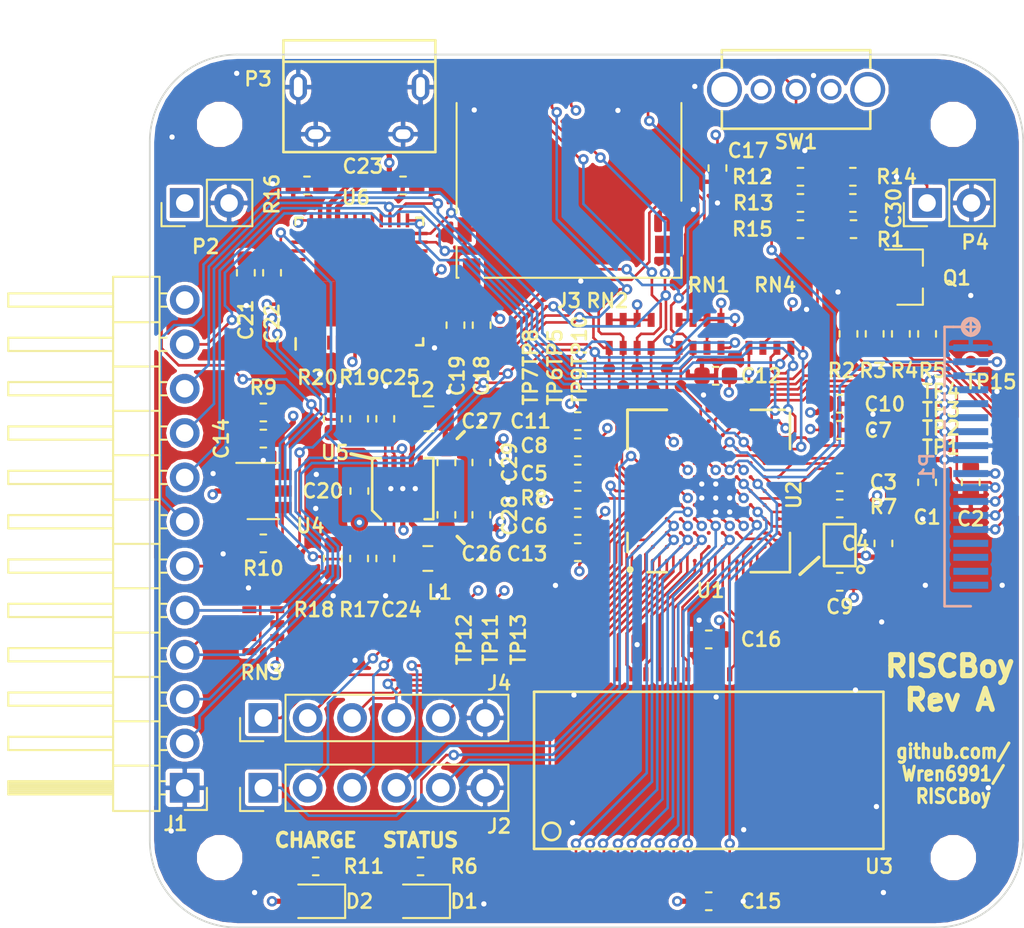
<source format=kicad_pcb>
(kicad_pcb (version 20171130) (host pcbnew 5.0.2-bee76a0~70~ubuntu18.04.1)
  (layers (0 F.Cu signal) (1 In1.Cu power hide) (2 In2.Cu power hide) (31 B.Cu signal) (34 B.Paste user hide) (35 F.Paste user hide) (36 B.SilkS user hide) (37 F.SilkS user) (38 B.Mask user hide) (39 F.Mask user) (44 Edge.Cuts user))
  (net 0 "")
  (net 1 GND)
  (net 2 +3V3)
  (net 3 +BATT)
  (net 4 "Net-(C3-Pad2)")
  (net 5 /VCCPLL0)
  (net 6 /VCCPLL1)
  (net 7 "Net-(C5-Pad2)")
  (net 8 +1V2)
  (net 9 +5V)
  (net 10 GNDPWR)
  (net 11 /VDDCORE)
  (net 12 "Net-(C24-Pad2)")
  (net 13 "Net-(C25-Pad2)")
  (net 14 /FPGA_UART_RX)
  (net 15 /FPGA_UART_TX)
  (net 16 /uC_SWD)
  (net 17 /uC_SWCLK)
  (net 18 /uC_~RST)
  (net 19 /FPGA_CFG_~RST)
  (net 20 /FPGA_CFG_DONE)
  (net 21 /FPGA_CFG_~SS)
  (net 22 /FPGA_CFG_SCK)
  (net 23 /FPGA_CFG_SI)
  (net 24 /GPIO_SW4)
  (net 25 /GPIO_SW3)
  (net 26 /GPIO_SW2)
  (net 27 /GPIO_SW1)
  (net 28 /GPIO_SW0)
  (net 29 /uSD_DAT1)
  (net 30 "Net-(J3-Pad9)")
  (net 31 /uSD_DAT0)
  (net 32 /uSD_CLK)
  (net 33 /uSD_CMD)
  (net 34 /uSD_DAT3)
  (net 35 /uSD_DAT2)
  (net 36 "Net-(J3-Pad10)")
  (net 37 /GPIO_SW5)
  (net 38 /GPIO_SW6)
  (net 39 /GPIO_SW7)
  (net 40 /GPIO_SW8)
  (net 41 /GPIO_SW9)
  (net 42 /LCD_RESET)
  (net 43 /LCD_SCL)
  (net 44 /LCD_CS)
  (net 45 /LCD_SDA)
  (net 46 /LCD_SDO)
  (net 47 "Net-(P1-Pad11)")
  (net 48 "Net-(P1-Pad12)")
  (net 49 "Net-(P1-Pad13)")
  (net 50 "Net-(P1-Pad14)")
  (net 51 "Net-(P1-Pad15)")
  (net 52 "Net-(P1-Pad16)")
  (net 53 "Net-(P1-Pad17)")
  (net 54 "Net-(P1-Pad18)")
  (net 55 /USB_DM)
  (net 56 /USB_DP)
  (net 57 "Net-(P3-Pad4)")
  (net 58 "Net-(R12-Pad1)")
  (net 59 /SRAM_DQ11)
  (net 60 /SRAM_DQ16)
  (net 61 /SRAM_A1)
  (net 62 /SRAM_A0)
  (net 63 /SRAM_A6)
  (net 64 /SRAM_A12)
  (net 65 /SRAM_A14)
  (net 66 /SRAM_A15)
  (net 67 /SRAM_DQ12)
  (net 68 /SRAM_DQ15)
  (net 69 /SRAM_A2)
  (net 70 /SRAM_A4)
  (net 71 /SRAM_A7)
  (net 72 /SRAM_A9)
  (net 73 /SRAM_A13)
  (net 74 /SRAM_A17)
  (net 75 /SRAM_A16)
  (net 76 /SRAM_~CE)
  (net 77 /SRAM_DQ14)
  (net 78 /SRAM_A3)
  (net 79 /SRAM_A5)
  (net 80 "Net-(U1-PadF3)")
  (net 81 /SRAM_A10)
  (net 82 /SRAM_A11)
  (net 83 "Net-(U1-PadJ3)")
  (net 84 /SRAM_~WE)
  (net 85 /SRAM_~UB)
  (net 86 /SRAM_DQ13)
  (net 87 /SRAM_A8)
  (net 88 /SRAM_~OE)
  (net 89 /SRAM_DQ1)
  (net 90 /SRAM_~LB)
  (net 91 /SRAM_DQ2)
  (net 92 /SRAM_DQ3)
  (net 93 /CLK_OSC)
  (net 94 "Net-(U1-PadB6)")
  (net 95 "Net-(U1-PadK6)")
  (net 96 "Net-(U1-PadB7)")
  (net 97 "Net-(U1-PadD7)")
  (net 98 /SRAM_DQ5)
  (net 99 /SRAM_DQ4)
  (net 100 /SRAM_DQ6)
  (net 101 /SRAM_DQ8)
  (net 102 /FPGA_HEARTBEAT)
  (net 103 "Net-(U1-PadB8)")
  (net 104 "Net-(U1-PadC8)")
  (net 105 /LCD_PWM)
  (net 106 /SRAM_DQ7)
  (net 107 /SRAM_DQ9)
  (net 108 "Net-(U1-PadA9)")
  (net 109 "Net-(U1-PadB9)")
  (net 110 "Net-(U1-PadC9)")
  (net 111 "Net-(U1-PadE9)")
  (net 112 "Net-(U1-PadF9)")
  (net 113 /SRAM_DQ10)
  (net 114 "Net-(U1-PadA10)")
  (net 115 "Net-(U1-PadB10)")
  (net 116 "Net-(U1-PadE10)")
  (net 117 "Net-(U1-PadF10)")
  (net 118 "Net-(U1-PadA11)")
  (net 119 "Net-(U1-PadF11)")
  (net 120 "Net-(U1-PadG11)")
  (net 121 "Net-(U3-Pad28)")
  (net 122 "Net-(L1-Pad1)")
  (net 123 "Net-(L2-Pad1)")
  (net 124 "Net-(U6-Pad1)")
  (net 125 "Net-(U6-Pad2)")
  (net 126 "Net-(U6-Pad3)")
  (net 127 "Net-(U6-Pad4)")
  (net 128 "Net-(U6-Pad13)")
  (net 129 "Net-(U6-Pad14)")
  (net 130 "Net-(U6-Pad15)")
  (net 131 "Net-(U6-Pad16)")
  (net 132 "Net-(U6-Pad20)")
  (net 133 "Net-(U6-Pad21)")
  (net 134 "Net-(U6-Pad22)")
  (net 135 "Net-(U6-Pad29)")
  (net 136 "Net-(U6-Pad30)")
  (net 137 "Net-(U6-Pad31)")
  (net 138 "Net-(U6-Pad32)")
  (net 139 "Net-(U6-Pad37)")
  (net 140 "Net-(U6-Pad38)")
  (net 141 "Net-(U6-Pad39)")
  (net 142 "Net-(U6-Pad43)")
  (net 143 "Net-(U6-Pad47)")
  (net 144 "Net-(U6-Pad48)")
  (net 145 "Net-(D1-Pad1)")
  (net 146 "Net-(D2-Pad1)")
  (net 147 "Net-(Q1-Pad3)")
  (net 148 "Net-(R9-Pad1)")
  (net 149 "Net-(R10-Pad1)")
  (net 150 /CHARGE)
  (net 151 "Net-(U1-PadE8)")
  (net 152 "Net-(U1-PadH9)")
  (net 153 "Net-(U1-PadJ8)")
  (net 154 /LCD_D~C~)
  (net 155 "Net-(U1-PadK9)")
  (net 156 "Net-(U6-Pad28)")
  (net 157 "Net-(C30-Pad1)")
  (net 158 /AUDIO_PWM)
  (module fpgaboy_parts:LGA4_1.6x1.2mm (layer F.Cu) (at 169.5 108.1 90)
    (fp_text reference U2 (at 2.875 -2.625 90) (layer F.SilkS) (effects (font (size 0.8 0.8))))
    (fp_text value DSC60XX)
    (pad 2 smd rect (at 0.6 0.4 90) (size 0.6 0.5) (layers F.Cu F.Paste F.Mask) (net 1 GND))
    (pad 1 smd rect (at -0.6 0.4 90) (size 0.6 0.5) (layers F.Cu F.Paste F.Mask) (net 2 +3V3))
    (pad 3 smd rect (at 0.6 -0.4 90) (size 0.6 0.5) (layers F.Cu F.Paste F.Mask) (net 93 /CLK_OSC))
    (pad 4 smd rect (at -0.6 -0.4 90) (size 0.6 0.5) (layers F.Cu F.Paste F.Mask) (net 2 +3V3))
  )
  (module fpgaboy_parts:FFC_18_0.8mm_solder (layer B.Cu) (at 177 103.6 90)
    (fp_text reference P1 (at 0 -2.5 90) (layer B.SilkS) (effects (font (size 0.8 0.8)) (justify mirror)))
    (fp_text value ILI9341)
    (pad 1 smd rect (at 6.8 0 270) (size 0.4 2) (layers B.Cu B.Paste B.Mask) (net 1 GND))
    (pad 2 smd rect (at 6 0 270) (size 0.4 2) (layers B.Cu B.Paste B.Mask) (net 42 /LCD_RESET))
    (pad 3 smd rect (at 5.2 0 270) (size 0.4 2) (layers B.Cu B.Paste B.Mask) (net 46 /LCD_SDO))
    (pad 4 smd rect (at 4.4 0 270) (size 0.4 2) (layers B.Cu B.Paste B.Mask) (net 45 /LCD_SDA))
    (pad 5 smd rect (at 3.6 0 270) (size 0.4 2) (layers B.Cu B.Paste B.Mask) (net 44 /LCD_CS))
    (pad 6 smd rect (at 2.8 0 270) (size 0.4 2) (layers B.Cu B.Paste B.Mask) (net 154 /LCD_D~C~))
    (pad 7 smd rect (at 2 0 270) (size 0.4 2) (layers B.Cu B.Paste B.Mask) (net 43 /LCD_SCL))
    (pad 8 smd rect (at 1.2 0 270) (size 0.4 2) (layers B.Cu B.Paste B.Mask) (net 1 GND))
    (pad 9 smd rect (at 0.4 0 270) (size 0.4 2) (layers B.Cu B.Paste B.Mask) (net 2 +3V3))
    (pad 10 smd rect (at -0.4 0 270) (size 0.4 2) (layers B.Cu B.Paste B.Mask) (net 3 +BATT))
    (pad 11 smd rect (at -1.2 0 270) (size 0.4 2) (layers B.Cu B.Paste B.Mask) (net 47 "Net-(P1-Pad11)"))
    (pad 12 smd rect (at -2 0 270) (size 0.4 2) (layers B.Cu B.Paste B.Mask) (net 48 "Net-(P1-Pad12)"))
    (pad 13 smd rect (at -2.8 0 270) (size 0.4 2) (layers B.Cu B.Paste B.Mask) (net 49 "Net-(P1-Pad13)"))
    (pad 14 smd rect (at -3.6 0 270) (size 0.4 2) (layers B.Cu B.Paste B.Mask) (net 50 "Net-(P1-Pad14)"))
    (pad 15 smd rect (at -4.4 0 270) (size 0.4 2) (layers B.Cu B.Paste B.Mask) (net 51 "Net-(P1-Pad15)"))
    (pad 16 smd rect (at -5.2 0 270) (size 0.4 2) (layers B.Cu B.Paste B.Mask) (net 52 "Net-(P1-Pad16)"))
    (pad 17 smd rect (at -6 0 270) (size 0.4 2) (layers B.Cu B.Paste B.Mask) (net 53 "Net-(P1-Pad17)"))
    (pad 18 smd rect (at -6.8 0 270) (size 0.4 2) (layers B.Cu B.Paste B.Mask) (net 54 "Net-(P1-Pad18)"))
  )
  (module LED_SMD:LED_0805_2012Metric (layer F.Cu) (at 145.5 128.5 180)
    (fp_text reference D1 (at -2.5 0) (layer F.SilkS) (effects (font (size 0.8 0.8))))
    (fp_text value LED)
    (pad 2 smd roundrect (at 0.9375 0 180) (size 0.975 1.4) (layers F.Cu F.Paste F.Mask) (net 102 /FPGA_HEARTBEAT))
    (pad 1 smd roundrect (at -0.9375 0 180) (size 0.975 1.4) (layers F.Cu F.Paste F.Mask) (net 145 "Net-(D1-Pad1)"))
  )
  (module Capacitor_SMD:C_0603_1608Metric (layer F.Cu) (at 169.5 110.2 180)
    (fp_text reference C9 (at 0 -1.43 180) (layer F.SilkS) (effects (font (size 0.8 0.8))))
    (fp_text value 0.1u)
    (pad 1 smd roundrect (at -0.7875 0 180) (size 0.875 0.95) (layers F.Cu F.Paste F.Mask) (net 8 +1V2))
    (pad 2 smd roundrect (at 0.7875 0 180) (size 0.875 0.95) (layers F.Cu F.Paste F.Mask) (net 1 GND))
  )
  (module fpgaboy_parts:BGA-121_11x11_9.0x9.0mm (layer F.Cu) (at 162 105 90)
    (fp_text reference U1 (at -5.7 0.1 180) (layer F.SilkS) (effects (font (size 0.8 0.8))))
    (fp_text value iCE40-HX8k-BG121)
    (pad A1 smd circle (at -4 -4 90) (size 0.23 0.23) (layers F.Cu F.Paste F.Mask) (net 41 /GPIO_SW9))
    (pad B1 smd circle (at -4 -3.2 90) (size 0.23 0.23) (layers F.Cu F.Paste F.Mask) (net 79 /SRAM_A5))
    (pad C1 smd circle (at -4 -2.4 90) (size 0.23 0.23) (layers F.Cu F.Paste F.Mask) (net 71 /SRAM_A7))
    (pad D1 smd circle (at -4 -1.6 90) (size 0.23 0.23) (layers F.Cu F.Paste F.Mask) (net 85 /SRAM_~UB))
    (pad E1 smd circle (at -4 -0.8 90) (size 0.23 0.23) (layers F.Cu F.Paste F.Mask) (net 60 /SRAM_DQ16))
    (pad F1 smd circle (at -4 0 90) (size 0.23 0.23) (layers F.Cu F.Paste F.Mask) (net 77 /SRAM_DQ14))
    (pad G1 smd circle (at -4 0.8 90) (size 0.23 0.23) (layers F.Cu F.Paste F.Mask) (net 67 /SRAM_DQ12))
    (pad H1 smd circle (at -4 1.6 90) (size 0.23 0.23) (layers F.Cu F.Paste F.Mask) (net 113 /SRAM_DQ10))
    (pad J1 smd circle (at -4 2.4 90) (size 0.23 0.23) (layers F.Cu F.Paste F.Mask) (net 87 /SRAM_A8))
    (pad K1 smd circle (at -4 3.2 90) (size 0.23 0.23) (layers F.Cu F.Paste F.Mask) (net 81 /SRAM_A10))
    (pad L1 smd circle (at -4 4 90) (size 0.23 0.23) (layers F.Cu F.Paste F.Mask) (net 74 /SRAM_A17))
    (pad A2 smd circle (at -3.2 -4 90) (size 0.23 0.23) (layers F.Cu F.Paste F.Mask) (net 39 /GPIO_SW7))
    (pad B2 smd circle (at -3.2 -3.2 90) (size 0.23 0.23) (layers F.Cu F.Paste F.Mask) (net 70 /SRAM_A4))
    (pad C2 smd circle (at -3.2 -2.4 90) (size 0.23 0.23) (layers F.Cu F.Paste F.Mask) (net 63 /SRAM_A6))
    (pad D2 smd circle (at -3.2 -1.6 90) (size 0.23 0.23) (layers F.Cu F.Paste F.Mask) (net 88 /SRAM_~OE))
    (pad E2 smd circle (at -3.2 -0.8 90) (size 0.23 0.23) (layers F.Cu F.Paste F.Mask) (net 90 /SRAM_~LB))
    (pad F2 smd circle (at -3.2 0 90) (size 0.23 0.23) (layers F.Cu F.Paste F.Mask) (net 68 /SRAM_DQ15))
    (pad G2 smd circle (at -3.2 0.8 90) (size 0.23 0.23) (layers F.Cu F.Paste F.Mask) (net 86 /SRAM_DQ13))
    (pad H2 smd circle (at -3.2 1.6 90) (size 0.23 0.23) (layers F.Cu F.Paste F.Mask) (net 59 /SRAM_DQ11))
    (pad J2 smd circle (at -3.2 2.4 90) (size 0.23 0.23) (layers F.Cu F.Paste F.Mask) (net 107 /SRAM_DQ9))
    (pad K2 smd circle (at -3.2 3.2 90) (size 0.23 0.23) (layers F.Cu F.Paste F.Mask) (net 72 /SRAM_A9))
    (pad L2 smd circle (at -3.2 4 90) (size 0.23 0.23) (layers F.Cu F.Paste F.Mask) (net 100 /SRAM_DQ6))
    (pad A3 smd circle (at -2.4 -4 90) (size 0.23 0.23) (layers F.Cu F.Paste F.Mask) (net 40 /GPIO_SW8))
    (pad B3 smd circle (at -2.4 -3.2 90) (size 0.23 0.23) (layers F.Cu F.Paste F.Mask) (net 38 /GPIO_SW6))
    (pad C3 smd circle (at -2.4 -2.4 90) (size 0.23 0.23) (layers F.Cu F.Paste F.Mask) (net 69 /SRAM_A2))
    (pad D3 smd circle (at -2.4 -1.6 90) (size 0.23 0.23) (layers F.Cu F.Paste F.Mask) (net 61 /SRAM_A1))
    (pad E3 smd circle (at -2.4 -0.8 90) (size 0.23 0.23) (layers F.Cu F.Paste F.Mask) (net 62 /SRAM_A0))
    (pad F3 smd circle (at -2.4 0 90) (size 0.23 0.23) (layers F.Cu F.Paste F.Mask) (net 80 "Net-(U1-PadF3)"))
    (pad G3 smd circle (at -2.4 0.8 90) (size 0.23 0.23) (layers F.Cu F.Paste F.Mask) (net 89 /SRAM_DQ1))
    (pad H3 smd circle (at -2.4 1.6 90) (size 0.23 0.23) (layers F.Cu F.Paste F.Mask) (net 82 /SRAM_A11))
    (pad J3 smd circle (at -2.4 2.4 90) (size 0.23 0.23) (layers F.Cu F.Paste F.Mask) (net 83 "Net-(U1-PadJ3)"))
    (pad K3 smd circle (at -2.4 3.2 90) (size 0.23 0.23) (layers F.Cu F.Paste F.Mask) (net 106 /SRAM_DQ7))
    (pad L3 smd circle (at -2.4 4 90) (size 0.23 0.23) (layers F.Cu F.Paste F.Mask) (net 101 /SRAM_DQ8))
    (pad A4 smd circle (at -1.6 -4 90) (size 0.23 0.23) (layers F.Cu F.Paste F.Mask) (net 25 /GPIO_SW3))
    (pad B4 smd circle (at -1.6 -3.2 90) (size 0.23 0.23) (layers F.Cu F.Paste F.Mask) (net 37 /GPIO_SW5))
    (pad C4 smd circle (at -1.6 -2.4 90) (size 0.23 0.23) (layers F.Cu F.Paste F.Mask) (net 78 /SRAM_A3))
    (pad D4 smd circle (at -1.6 -1.6 90) (size 0.23 0.23) (layers F.Cu F.Paste F.Mask) (net 8 +1V2))
    (pad E4 smd circle (at -1.6 -0.8 90) (size 0.23 0.23) (layers F.Cu F.Paste F.Mask) (net 2 +3V3))
    (pad F4 smd circle (at -1.6 0 90) (size 0.23 0.23) (layers F.Cu F.Paste F.Mask) (net 76 /SRAM_~CE))
    (pad G4 smd circle (at -1.6 0.8 90) (size 0.23 0.23) (layers F.Cu F.Paste F.Mask) (net 2 +3V3))
    (pad H4 smd circle (at -1.6 1.6 90) (size 0.23 0.23) (layers F.Cu F.Paste F.Mask) (net 8 +1V2))
    (pad J4 smd circle (at -1.6 2.4 90) (size 0.23 0.23) (layers F.Cu F.Paste F.Mask) (net 91 /SRAM_DQ2))
    (pad K4 smd circle (at -1.6 3.2 90) (size 0.23 0.23) (layers F.Cu F.Paste F.Mask) (net 84 /SRAM_~WE))
    (pad L4 smd circle (at -1.6 4 90) (size 0.23 0.23) (layers F.Cu F.Paste F.Mask) (net 66 /SRAM_A15))
    (pad A5 smd circle (at -0.8 -4 90) (size 0.23 0.23) (layers F.Cu F.Paste F.Mask) (net 27 /GPIO_SW1))
    (pad B5 smd circle (at -0.8 -3.2 90) (size 0.23 0.23) (layers F.Cu F.Paste F.Mask) (net 26 /GPIO_SW2))
    (pad C5 smd circle (at -0.8 -2.4 90) (size 0.23 0.23) (layers F.Cu F.Paste F.Mask) (net 7 "Net-(C5-Pad2)"))
    (pad D5 smd circle (at -0.8 -1.6 90) (size 0.23 0.23) (layers F.Cu F.Paste F.Mask) (net 24 /GPIO_SW4))
    (pad E5 smd circle (at -0.8 -0.8 90) (size 0.23 0.23) (layers F.Cu F.Paste F.Mask) (net 1 GND))
    (pad F5 smd circle (at -0.8 0 90) (size 0.23 0.23) (layers F.Cu F.Paste F.Mask) (net 1 GND))
    (pad G5 smd circle (at -0.8 0.8 90) (size 0.23 0.23) (layers F.Cu F.Paste F.Mask) (net 1 GND))
    (pad H5 smd circle (at -0.8 1.6 90) (size 0.23 0.23) (layers F.Cu F.Paste F.Mask) (net 1 GND))
    (pad J5 smd circle (at -0.8 2.4 90) (size 0.23 0.23) (layers F.Cu F.Paste F.Mask) (net 92 /SRAM_DQ3))
    (pad K5 smd circle (at -0.8 3.2 90) (size 0.23 0.23) (layers F.Cu F.Paste F.Mask) (net 65 /SRAM_A14))
    (pad L5 smd circle (at -0.8 4 90) (size 0.23 0.23) (layers F.Cu F.Paste F.Mask) (net 93 /CLK_OSC))
    (pad A6 smd circle (at 0 -4 90) (size 0.23 0.23) (layers F.Cu F.Paste F.Mask) (net 28 /GPIO_SW0))
    (pad B6 smd circle (at 0 -3.2 90) (size 0.23 0.23) (layers F.Cu F.Paste F.Mask) (net 94 "Net-(U1-PadB6)"))
    (pad C6 smd circle (at 0 -2.4 90) (size 0.23 0.23) (layers F.Cu F.Paste F.Mask) (net 6 /VCCPLL1))
    (pad D6 smd circle (at 0 -1.6 90) (size 0.23 0.23) (layers F.Cu F.Paste F.Mask) (net 2 +3V3))
    (pad E6 smd circle (at 0 -0.8 90) (size 0.23 0.23) (layers F.Cu F.Paste F.Mask) (net 1 GND))
    (pad F6 smd circle (at 0 0 90) (size 0.23 0.23) (layers F.Cu F.Paste F.Mask) (net 1 GND))
    (pad G6 smd circle (at 0 0.8 90) (size 0.23 0.23) (layers F.Cu F.Paste F.Mask) (net 1 GND))
    (pad H6 smd circle (at 0 1.6 90) (size 0.23 0.23) (layers F.Cu F.Paste F.Mask) (net 2 +3V3))
    (pad J6 smd circle (at 0 2.4 90) (size 0.23 0.23) (layers F.Cu F.Paste F.Mask) (net 5 /VCCPLL0))
    (pad K6 smd circle (at 0 3.2 90) (size 0.23 0.23) (layers F.Cu F.Paste F.Mask) (net 95 "Net-(U1-PadK6)"))
    (pad L6 smd circle (at 0 4 90) (size 0.23 0.23) (layers F.Cu F.Paste F.Mask) (net 4 "Net-(C3-Pad2)"))
    (pad A7 smd circle (at 0.8 -4 90) (size 0.23 0.23) (layers F.Cu F.Paste F.Mask) (net 15 /FPGA_UART_TX))
    (pad B7 smd circle (at 0.8 -3.2 90) (size 0.23 0.23) (layers F.Cu F.Paste F.Mask) (net 96 "Net-(U1-PadB7)"))
    (pad C7 smd circle (at 0.8 -2.4 90) (size 0.23 0.23) (layers F.Cu F.Paste F.Mask) (net 14 /FPGA_UART_RX))
    (pad D7 smd circle (at 0.8 -1.6 90) (size 0.23 0.23) (layers F.Cu F.Paste F.Mask) (net 97 "Net-(U1-PadD7)"))
    (pad E7 smd circle (at 0.8 -0.8 90) (size 0.23 0.23) (layers F.Cu F.Paste F.Mask) (net 1 GND))
    (pad F7 smd circle (at 0.8 0 90) (size 0.23 0.23) (layers F.Cu F.Paste F.Mask) (net 1 GND))
    (pad G7 smd circle (at 0.8 0.8 90) (size 0.23 0.23) (layers F.Cu F.Paste F.Mask) (net 1 GND))
    (pad H7 smd circle (at 0.8 1.6 90) (size 0.23 0.23) (layers F.Cu F.Paste F.Mask) (net 99 /SRAM_DQ4))
    (pad J7 smd circle (at 0.8 2.4 90) (size 0.23 0.23) (layers F.Cu F.Paste F.Mask) (net 98 /SRAM_DQ5))
    (pad K7 smd circle (at 0.8 3.2 90) (size 0.23 0.23) (layers F.Cu F.Paste F.Mask) (net 73 /SRAM_A13))
    (pad L7 smd circle (at 0.8 4 90) (size 0.23 0.23) (layers F.Cu F.Paste F.Mask) (net 64 /SRAM_A12))
    (pad A8 smd circle (at 1.6 -4 90) (size 0.23 0.23) (layers F.Cu F.Paste F.Mask) (net 102 /FPGA_HEARTBEAT))
    (pad B8 smd circle (at 1.6 -3.2 90) (size 0.23 0.23) (layers F.Cu F.Paste F.Mask) (net 103 "Net-(U1-PadB8)"))
    (pad C8 smd circle (at 1.6 -2.4 90) (size 0.23 0.23) (layers F.Cu F.Paste F.Mask) (net 104 "Net-(U1-PadC8)"))
    (pad D8 smd circle (at 1.6 -1.6 90) (size 0.23 0.23) (layers F.Cu F.Paste F.Mask) (net 8 +1V2))
    (pad E8 smd circle (at 1.6 -0.8 90) (size 0.23 0.23) (layers F.Cu F.Paste F.Mask) (net 151 "Net-(U1-PadE8)"))
    (pad F8 smd circle (at 1.6 0 90) (size 0.23 0.23) (layers F.Cu F.Paste F.Mask) (net 2 +3V3))
    (pad G8 smd circle (at 1.6 0.8 90) (size 0.23 0.23) (layers F.Cu F.Paste F.Mask) (net 42 /LCD_RESET))
    (pad H8 smd circle (at 1.6 1.6 90) (size 0.23 0.23) (layers F.Cu F.Paste F.Mask) (net 8 +1V2))
    (pad J8 smd circle (at 1.6 2.4 90) (size 0.23 0.23) (layers F.Cu F.Paste F.Mask) (net 153 "Net-(U1-PadJ8)"))
    (pad K8 smd circle (at 1.6 3.2 90) (size 0.23 0.23) (layers F.Cu F.Paste F.Mask) (net 20 /FPGA_CFG_DONE))
    (pad L8 smd circle (at 1.6 4 90) (size 0.23 0.23) (layers F.Cu F.Paste F.Mask) (net 75 /SRAM_A16))
    (pad A9 smd circle (at 2.4 -4 90) (size 0.23 0.23) (layers F.Cu F.Paste F.Mask) (net 108 "Net-(U1-PadA9)"))
    (pad B9 smd circle (at 2.4 -3.2 90) (size 0.23 0.23) (layers F.Cu F.Paste F.Mask) (net 109 "Net-(U1-PadB9)"))
    (pad C9 smd circle (at 2.4 -2.4 90) (size 0.23 0.23) (layers F.Cu F.Paste F.Mask) (net 110 "Net-(U1-PadC9)"))
    (pad D9 smd circle (at 2.4 -1.6 90) (size 0.23 0.23) (layers F.Cu F.Paste F.Mask) (net 31 /uSD_DAT0))
    (pad E9 smd circle (at 2.4 -0.8 90) (size 0.23 0.23) (layers F.Cu F.Paste F.Mask) (net 111 "Net-(U1-PadE9)"))
    (pad F9 smd circle (at 2.4 0 90) (size 0.23 0.23) (layers F.Cu F.Paste F.Mask) (net 112 "Net-(U1-PadF9)"))
    (pad G9 smd circle (at 2.4 0.8 90) (size 0.23 0.23) (layers F.Cu F.Paste F.Mask) (net 158 /AUDIO_PWM))
    (pad H9 smd circle (at 2.4 1.6 90) (size 0.23 0.23) (layers F.Cu F.Paste F.Mask) (net 152 "Net-(U1-PadH9)"))
    (pad J9 smd circle (at 2.4 2.4 90) (size 0.23 0.23) (layers F.Cu F.Paste F.Mask) (net 23 /FPGA_CFG_SI))
    (pad K9 smd circle (at 2.4 3.2 90) (size 0.23 0.23) (layers F.Cu F.Paste F.Mask) (net 155 "Net-(U1-PadK9)"))
    (pad L9 smd circle (at 2.4 4 90) (size 0.23 0.23) (layers F.Cu F.Paste F.Mask) (net 19 /FPGA_CFG_~RST))
    (pad A10 smd circle (at 3.2 -4 90) (size 0.23 0.23) (layers F.Cu F.Paste F.Mask) (net 114 "Net-(U1-PadA10)"))
    (pad B10 smd circle (at 3.2 -3.2 90) (size 0.23 0.23) (layers F.Cu F.Paste F.Mask) (net 115 "Net-(U1-PadB10)"))
    (pad C10 smd circle (at 3.2 -2.4 90) (size 0.23 0.23) (layers F.Cu F.Paste F.Mask) (net 2 +3V3))
    (pad D10 smd circle (at 3.2 -1.6 90) (size 0.23 0.23) (layers F.Cu F.Paste F.Mask) (net 34 /uSD_DAT3))
    (pad E10 smd circle (at 3.2 -0.8 90) (size 0.23 0.23) (layers F.Cu F.Paste F.Mask) (net 116 "Net-(U1-PadE10)"))
    (pad F10 smd circle (at 3.2 0 90) (size 0.23 0.23) (layers F.Cu F.Paste F.Mask) (net 117 "Net-(U1-PadF10)"))
    (pad G10 smd circle (at 3.2 0.8 90) (size 0.23 0.23) (layers F.Cu F.Paste F.Mask) (net 105 /LCD_PWM))
    (pad H10 smd circle (at 3.2 1.6 90) (size 0.23 0.23) (layers F.Cu F.Paste F.Mask) (net 45 /LCD_SDA))
    (pad J10 smd circle (at 3.2 2.4 90) (size 0.23 0.23) (layers F.Cu F.Paste F.Mask) (net 43 /LCD_SCL))
    (pad K10 smd circle (at 3.2 3.2 90) (size 0.23 0.23) (layers F.Cu F.Paste F.Mask) (net 21 /FPGA_CFG_~SS))
    (pad L10 smd circle (at 3.2 4 90) (size 0.23 0.23) (layers F.Cu F.Paste F.Mask) (net 22 /FPGA_CFG_SCK))
    (pad A11 smd circle (at 4 -4 90) (size 0.23 0.23) (layers F.Cu F.Paste F.Mask) (net 118 "Net-(U1-PadA11)"))
    (pad B11 smd circle (at 4 -3.2 90) (size 0.23 0.23) (layers F.Cu F.Paste F.Mask) (net 32 /uSD_CLK))
    (pad C11 smd circle (at 4 -2.4 90) (size 0.23 0.23) (layers F.Cu F.Paste F.Mask) (net 33 /uSD_CMD))
    (pad D11 smd circle (at 4 -1.6 90) (size 0.23 0.23) (layers F.Cu F.Paste F.Mask) (net 35 /uSD_DAT2))
    (pad E11 smd circle (at 4 -0.8 90) (size 0.23 0.23) (layers F.Cu F.Paste F.Mask) (net 29 /uSD_DAT1))
    (pad F11 smd circle (at 4 0 90) (size 0.23 0.23) (layers F.Cu F.Paste F.Mask) (net 119 "Net-(U1-PadF11)"))
    (pad G11 smd circle (at 4 0.8 90) (size 0.23 0.23) (layers F.Cu F.Paste F.Mask) (net 120 "Net-(U1-PadG11)"))
    (pad H11 smd circle (at 4 1.6 90) (size 0.23 0.23) (layers F.Cu F.Paste F.Mask) (net 46 /LCD_SDO))
    (pad J11 smd circle (at 4 2.4 90) (size 0.23 0.23) (layers F.Cu F.Paste F.Mask) (net 44 /LCD_CS))
    (pad K11 smd circle (at 4 3.2 90) (size 0.23 0.23) (layers F.Cu F.Paste F.Mask) (net 154 /LCD_D~C~))
    (pad L11 smd circle (at 4 4 90) (size 0.23 0.23) (layers F.Cu F.Paste F.Mask) (net 2 +3V3))
  )
  (module MountingHole:MountingHole_2.2mm_M2_DIN965 (layer F.Cu) (at 176 84)
    (fp_text reference REF** hide)
    (fp_text value MountingHole_2.2mm_M2_DIN965)
    (pad 1 np_thru_hole circle (at 0 0) (size 2.2 2.2) (drill 2.2) (layers *.Cu *.Mask))
  )
  (module MountingHole:MountingHole_2.2mm_M2_DIN965 (layer F.Cu) (at 176 126)
    (fp_text reference REF** hide)
    (fp_text value MountingHole_2.2mm_M2_DIN965)
    (pad 1 np_thru_hole circle (at 0 0) (size 2.2 2.2) (drill 2.2) (layers *.Cu *.Mask))
  )
  (module MountingHole:MountingHole_2.2mm_M2_DIN965 (layer F.Cu) (at 134 126)
    (fp_text reference REF** hide)
    (fp_text value MountingHole_2.2mm_M2_DIN965)
    (pad 1 np_thru_hole circle (at 0 0) (size 2.2 2.2) (drill 2.2) (layers *.Cu *.Mask))
  )
  (module Capacitor_SMD:C_0603_1608Metric (layer F.Cu) (at 174.5 104.5 270)
    (fp_text reference C1 (at 2 0) (layer F.SilkS) (effects (font (size 0.8 0.8))))
    (fp_text value 1u)
    (pad 2 smd roundrect (at 0.7875 0 270) (size 0.875 0.95) (layers F.Cu F.Paste F.Mask) (net 1 GND))
    (pad 1 smd roundrect (at -0.7875 0 270) (size 0.875 0.95) (layers F.Cu F.Paste F.Mask) (net 2 +3V3))
  )
  (module Capacitor_SMD:C_0603_1608Metric (layer F.Cu) (at 177 104.5 270)
    (fp_text reference C2 (at 2.1 0) (layer F.SilkS) (effects (font (size 0.8 0.8))))
    (fp_text value 1u)
    (pad 2 smd roundrect (at 0.7875 0 270) (size 0.875 0.95) (layers F.Cu F.Paste F.Mask) (net 1 GND))
    (pad 1 smd roundrect (at -0.7875 0 270) (size 0.875 0.95) (layers F.Cu F.Paste F.Mask) (net 3 +BATT))
  )
  (module Capacitor_SMD:C_0603_1608Metric (layer F.Cu) (at 169.5 104.5 180)
    (fp_text reference C3 (at -2.5 0 180) (layer F.SilkS) (effects (font (size 0.8 0.8))))
    (fp_text value 1u)
    (pad 2 smd roundrect (at 0.7875 0 180) (size 0.875 0.95) (layers F.Cu F.Paste F.Mask) (net 4 "Net-(C3-Pad2)"))
    (pad 1 smd roundrect (at -0.7875 0 180) (size 0.875 0.95) (layers F.Cu F.Paste F.Mask) (net 5 /VCCPLL0))
  )
  (module Capacitor_SMD:C_0603_1608Metric (layer F.Cu) (at 172 108 90)
    (fp_text reference C4 (at 0 -1.6 -180) (layer F.SilkS) (effects (font (size 0.8 0.8))))
    (fp_text value 0.1u)
    (pad 1 smd roundrect (at -0.7875 0 90) (size 0.875 0.95) (layers F.Cu F.Paste F.Mask) (net 2 +3V3))
    (pad 2 smd roundrect (at 0.7875 0 90) (size 0.875 0.95) (layers F.Cu F.Paste F.Mask) (net 1 GND))
  )
  (module Capacitor_SMD:C_0603_1608Metric (layer F.Cu) (at 154.5 104)
    (fp_text reference C5 (at -2.5 0) (layer F.SilkS) (effects (font (size 0.8 0.8))))
    (fp_text value 1u)
    (pad 1 smd roundrect (at -0.7875 0) (size 0.875 0.95) (layers F.Cu F.Paste F.Mask) (net 6 /VCCPLL1))
    (pad 2 smd roundrect (at 0.7875 0) (size 0.875 0.95) (layers F.Cu F.Paste F.Mask) (net 7 "Net-(C5-Pad2)"))
  )
  (module Capacitor_SMD:C_0603_1608Metric (layer F.Cu) (at 154.5 107 180)
    (fp_text reference C6 (at 2.5 0 180) (layer F.SilkS) (effects (font (size 0.8 0.8))))
    (fp_text value 0.1u)
    (pad 2 smd roundrect (at 0.7875 0 180) (size 0.875 0.95) (layers F.Cu F.Paste F.Mask) (net 1 GND))
    (pad 1 smd roundrect (at -0.7875 0 180) (size 0.875 0.95) (layers F.Cu F.Paste F.Mask) (net 2 +3V3))
  )
  (module Capacitor_SMD:C_0603_1608Metric (layer F.Cu) (at 169.5 101.5)
    (fp_text reference C7 (at 2.2 0.025) (layer F.SilkS) (effects (font (size 0.8 0.8))))
    (fp_text value 0.1u)
    (pad 1 smd roundrect (at -0.7875 0) (size 0.875 0.95) (layers F.Cu F.Paste F.Mask) (net 8 +1V2))
    (pad 2 smd roundrect (at 0.7875 0) (size 0.875 0.95) (layers F.Cu F.Paste F.Mask) (net 1 GND))
  )
  (module Capacitor_SMD:C_0603_1608Metric (layer F.Cu) (at 154.5 102.5 180)
    (fp_text reference C8 (at 2.5 0.1 180) (layer F.SilkS) (effects (font (size 0.8 0.8))))
    (fp_text value 0.1u)
    (pad 1 smd roundrect (at -0.7875 0 180) (size 0.875 0.95) (layers F.Cu F.Paste F.Mask) (net 2 +3V3))
    (pad 2 smd roundrect (at 0.7875 0 180) (size 0.875 0.95) (layers F.Cu F.Paste F.Mask) (net 1 GND))
  )
  (module Capacitor_SMD:C_0603_1608Metric (layer F.Cu) (at 169.5 100)
    (fp_text reference C10 (at 2.575 0.025) (layer F.SilkS) (effects (font (size 0.8 0.8))))
    (fp_text value 0.1u)
    (pad 2 smd roundrect (at 0.7875 0) (size 0.875 0.95) (layers F.Cu F.Paste F.Mask) (net 1 GND))
    (pad 1 smd roundrect (at -0.7875 0) (size 0.875 0.95) (layers F.Cu F.Paste F.Mask) (net 2 +3V3))
  )
  (module Capacitor_SMD:C_0603_1608Metric (layer F.Cu) (at 154.5 101 180)
    (fp_text reference C11 (at 2.7 0 180) (layer F.SilkS) (effects (font (size 0.8 0.8))))
    (fp_text value 0.1u)
    (pad 1 smd roundrect (at -0.7875 0 180) (size 0.875 0.95) (layers F.Cu F.Paste F.Mask) (net 8 +1V2))
    (pad 2 smd roundrect (at 0.7875 0 180) (size 0.875 0.95) (layers F.Cu F.Paste F.Mask) (net 1 GND))
  )
  (module Capacitor_SMD:C_0603_1608Metric (layer F.Cu) (at 162.4 98.4 180)
    (fp_text reference C12 (at -2.6 0 180) (layer F.SilkS) (effects (font (size 0.8 0.8))))
    (fp_text value 0.1u)
    (pad 1 smd roundrect (at -0.7875 0 180) (size 0.875 0.95) (layers F.Cu F.Paste F.Mask) (net 2 +3V3))
    (pad 2 smd roundrect (at 0.7875 0 180) (size 0.875 0.95) (layers F.Cu F.Paste F.Mask) (net 1 GND))
  )
  (module Capacitor_SMD:C_0603_1608Metric (layer F.Cu) (at 154.5 108.5 180)
    (fp_text reference C13 (at 2.9 -0.1 180) (layer F.SilkS) (effects (font (size 0.8 0.8))))
    (fp_text value 0.1u)
    (pad 2 smd roundrect (at 0.7875 0 180) (size 0.875 0.95) (layers F.Cu F.Paste F.Mask) (net 1 GND))
    (pad 1 smd roundrect (at -0.7875 0 180) (size 0.875 0.95) (layers F.Cu F.Paste F.Mask) (net 8 +1V2))
  )
  (module Capacitor_SMD:C_0603_1608Metric (layer F.Cu) (at 136.5 102 180)
    (fp_text reference C14 (at 2.4 0 270) (layer F.SilkS) (effects (font (size 0.8 0.8))))
    (fp_text value 1u)
    (pad 2 smd roundrect (at 0.7875 0 180) (size 0.875 0.95) (layers F.Cu F.Paste F.Mask) (net 1 GND))
    (pad 1 smd roundrect (at -0.7875 0 180) (size 0.875 0.95) (layers F.Cu F.Paste F.Mask) (net 9 +5V))
  )
  (module Capacitor_SMD:C_0603_1608Metric (layer F.Cu) (at 162 128.5)
    (fp_text reference C15 (at 3 0) (layer F.SilkS) (effects (font (size 0.8 0.8))))
    (fp_text value 1u)
    (pad 1 smd roundrect (at -0.7875 0) (size 0.875 0.95) (layers F.Cu F.Paste F.Mask) (net 2 +3V3))
    (pad 2 smd roundrect (at 0.7875 0) (size 0.875 0.95) (layers F.Cu F.Paste F.Mask) (net 1 GND))
  )
  (module Capacitor_SMD:C_0603_1608Metric (layer F.Cu) (at 162 113.5 180)
    (fp_text reference C16 (at -3 0 180) (layer F.SilkS) (effects (font (size 0.8 0.8))))
    (fp_text value 0.1u)
    (pad 1 smd roundrect (at -0.7875 0 180) (size 0.875 0.95) (layers F.Cu F.Paste F.Mask) (net 2 +3V3))
    (pad 2 smd roundrect (at 0.7875 0 180) (size 0.875 0.95) (layers F.Cu F.Paste F.Mask) (net 1 GND))
  )
  (module Capacitor_SMD:C_0603_1608Metric (layer F.Cu) (at 162.5 86.5 270)
    (fp_text reference C17 (at -1 -1.75) (layer F.SilkS) (effects (font (size 0.8 0.8))))
    (fp_text value 0.1u)
    (pad 2 smd roundrect (at 0.7875 0 270) (size 0.875 0.95) (layers F.Cu F.Paste F.Mask) (net 1 GND))
    (pad 1 smd roundrect (at -0.7875 0 270) (size 0.875 0.95) (layers F.Cu F.Paste F.Mask) (net 2 +3V3))
  )
  (module Capacitor_SMD:C_0603_1608Metric (layer F.Cu) (at 149 95.5 270)
    (fp_text reference C18 (at 2.9 0 270) (layer F.SilkS) (effects (font (size 0.8 0.8))))
    (fp_text value 1u)
    (pad 1 smd roundrect (at -0.7875 0 270) (size 0.875 0.95) (layers F.Cu F.Paste F.Mask) (net 2 +3V3))
    (pad 2 smd roundrect (at 0.7875 0 270) (size 0.875 0.95) (layers F.Cu F.Paste F.Mask) (net 1 GND))
  )
  (module Capacitor_SMD:C_0603_1608Metric (layer F.Cu) (at 147.5 95.5 270)
    (fp_text reference C19 (at 2.9 -0.1 270) (layer F.SilkS) (effects (font (size 0.8 0.8))))
    (fp_text value 0.1u)
    (pad 2 smd roundrect (at 0.7875 0 270) (size 0.875 0.95) (layers F.Cu F.Paste F.Mask) (net 1 GND))
    (pad 1 smd roundrect (at -0.7875 0 270) (size 0.875 0.95) (layers F.Cu F.Paste F.Mask) (net 2 +3V3))
  )
  (module Capacitor_SMD:C_0603_1608Metric (layer F.Cu) (at 142 105 90)
    (fp_text reference C20 (at 0 -2.1 180) (layer F.SilkS) (effects (font (size 0.8 0.8))))
    (fp_text value 1u)
    (pad 1 smd roundrect (at -0.7875 0 90) (size 0.875 0.95) (layers F.Cu F.Paste F.Mask) (net 3 +BATT))
    (pad 2 smd roundrect (at 0.7875 0 90) (size 0.875 0.95) (layers F.Cu F.Paste F.Mask) (net 10 GNDPWR))
  )
  (module Capacitor_SMD:C_0603_1608Metric (layer F.Cu) (at 135.5 92.5 270)
    (fp_text reference C21 (at 2.7 0 270) (layer F.SilkS) (effects (font (size 0.8 0.8))))
    (fp_text value 1u)
    (pad 1 smd roundrect (at -0.7875 0 270) (size 0.875 0.95) (layers F.Cu F.Paste F.Mask) (net 11 /VDDCORE))
    (pad 2 smd roundrect (at 0.7875 0 270) (size 0.875 0.95) (layers F.Cu F.Paste F.Mask) (net 1 GND))
  )
  (module Capacitor_SMD:C_0603_1608Metric (layer F.Cu) (at 137 92.5 270)
    (fp_text reference C22 (at 2.9 0 270) (layer F.SilkS) (effects (font (size 0.8 0.8))))
    (fp_text value 0.1u)
    (pad 2 smd roundrect (at 0.7875 0 270) (size 0.875 0.95) (layers F.Cu F.Paste F.Mask) (net 1 GND))
    (pad 1 smd roundrect (at -0.7875 0 270) (size 0.875 0.95) (layers F.Cu F.Paste F.Mask) (net 11 /VDDCORE))
  )
  (module Capacitor_SMD:C_0603_1608Metric (layer F.Cu) (at 144.5 87.5)
    (fp_text reference C23 (at -2.3 -1.1) (layer F.SilkS) (effects (font (size 0.8 0.8))))
    (fp_text value 10u)
    (pad 1 smd roundrect (at -0.7875 0) (size 0.875 0.95) (layers F.Cu F.Paste F.Mask) (net 9 +5V))
    (pad 2 smd roundrect (at 0.7875 0) (size 0.875 0.95) (layers F.Cu F.Paste F.Mask) (net 1 GND))
  )
  (module Capacitor_SMD:C_0603_1608Metric (layer F.Cu) (at 143.481942 108.864309 90)
    (fp_text reference C24 (at -2.935691 0.918058 180) (layer F.SilkS) (effects (font (size 0.8 0.8))))
    (fp_text value 18p)
    (pad 2 smd roundrect (at 0.7875 0 90) (size 0.875 0.95) (layers F.Cu F.Paste F.Mask) (net 12 "Net-(C24-Pad2)"))
    (pad 1 smd roundrect (at -0.7875 0 90) (size 0.875 0.95) (layers F.Cu F.Paste F.Mask) (net 2 +3V3))
  )
  (module Capacitor_SMD:C_0603_1608Metric (layer F.Cu) (at 143.481942 100.864309 270)
    (fp_text reference C25 (at -2.364309 -0.818058) (layer F.SilkS) (effects (font (size 0.8 0.8))))
    (fp_text value 18p)
    (pad 2 smd roundrect (at 0.7875 0 270) (size 0.875 0.95) (layers F.Cu F.Paste F.Mask) (net 13 "Net-(C25-Pad2)"))
    (pad 1 smd roundrect (at -0.7875 0 270) (size 0.875 0.95) (layers F.Cu F.Paste F.Mask) (net 8 +1V2))
  )
  (module Capacitor_SMD:C_0603_1608Metric (layer F.Cu) (at 146.981942 106.364309 90)
    (fp_text reference C26 (at -2.235691 2.018058 180) (layer F.SilkS) (effects (font (size 0.8 0.8))))
    (fp_text value 10u)
    (pad 1 smd roundrect (at -0.7875 0 90) (size 0.875 0.95) (layers F.Cu F.Paste F.Mask) (net 2 +3V3))
    (pad 2 smd roundrect (at 0.7875 0 90) (size 0.875 0.95) (layers F.Cu F.Paste F.Mask) (net 10 GNDPWR))
  )
  (module Capacitor_SMD:C_0603_1608Metric (layer F.Cu) (at 146.981942 103.364309 270)
    (fp_text reference C27 (at -2.364309 -2.018058) (layer F.SilkS) (effects (font (size 0.8 0.8))))
    (fp_text value 10u)
    (pad 1 smd roundrect (at -0.7875 0 270) (size 0.875 0.95) (layers F.Cu F.Paste F.Mask) (net 8 +1V2))
    (pad 2 smd roundrect (at 0.7875 0 270) (size 0.875 0.95) (layers F.Cu F.Paste F.Mask) (net 10 GNDPWR))
  )
  (module Capacitor_SMD:C_0603_1608Metric (layer F.Cu) (at 148.981942 106.364309 90)
    (fp_text reference C28 (at -0.035691 1.618058 90) (layer F.SilkS) (effects (font (size 0.8 0.8))))
    (fp_text value 1u)
    (pad 1 smd roundrect (at -0.7875 0 90) (size 0.875 0.95) (layers F.Cu F.Paste F.Mask) (net 2 +3V3))
    (pad 2 smd roundrect (at 0.7875 0 90) (size 0.875 0.95) (layers F.Cu F.Paste F.Mask) (net 1 GND))
  )
  (module Capacitor_SMD:C_0603_1608Metric (layer F.Cu) (at 148.981942 103.364309 270)
    (fp_text reference C29 (at 0 -1.618058 270) (layer F.SilkS) (effects (font (size 0.8 0.8))))
    (fp_text value 1u)
    (pad 2 smd roundrect (at 0.7875 0 270) (size 0.875 0.95) (layers F.Cu F.Paste F.Mask) (net 1 GND))
    (pad 1 smd roundrect (at -0.7875 0 270) (size 0.875 0.95) (layers F.Cu F.Paste F.Mask) (net 8 +1V2))
  )
  (module Connector_PinHeader_2.54mm:PinHeader_1x12_P2.54mm_Horizontal (layer F.Cu) (at 132 122 180)
    (fp_text reference J1 (at 0.525 -2.05 180) (layer F.SilkS) (effects (font (size 0.8 0.8))))
    (fp_text value Conn_01x12)
    (pad 1 thru_hole rect (at 0 0 180) (size 1.7 1.7) (drill 1) (layers *.Cu *.Mask) (net 1 GND))
    (pad 2 thru_hole oval (at 0 2.54 180) (size 1.7 1.7) (drill 1) (layers *.Cu *.Mask) (net 14 /FPGA_UART_RX))
    (pad 3 thru_hole oval (at 0 5.08 180) (size 1.7 1.7) (drill 1) (layers *.Cu *.Mask) (net 15 /FPGA_UART_TX))
    (pad 4 thru_hole oval (at 0 7.62 180) (size 1.7 1.7) (drill 1) (layers *.Cu *.Mask) (net 16 /uC_SWD))
    (pad 5 thru_hole oval (at 0 10.16 180) (size 1.7 1.7) (drill 1) (layers *.Cu *.Mask) (net 17 /uC_SWCLK))
    (pad 6 thru_hole oval (at 0 12.7 180) (size 1.7 1.7) (drill 1) (layers *.Cu *.Mask) (net 18 /uC_~RST))
    (pad 7 thru_hole oval (at 0 15.24 180) (size 1.7 1.7) (drill 1) (layers *.Cu *.Mask) (net 19 /FPGA_CFG_~RST))
    (pad 8 thru_hole oval (at 0 17.78 180) (size 1.7 1.7) (drill 1) (layers *.Cu *.Mask) (net 20 /FPGA_CFG_DONE))
    (pad 9 thru_hole oval (at 0 20.32 180) (size 1.7 1.7) (drill 1) (layers *.Cu *.Mask) (net 21 /FPGA_CFG_~SS))
    (pad 10 thru_hole oval (at 0 22.86 180) (size 1.7 1.7) (drill 1) (layers *.Cu *.Mask) (net 22 /FPGA_CFG_SCK))
    (pad 11 thru_hole oval (at 0 25.4 180) (size 1.7 1.7) (drill 1) (layers *.Cu *.Mask) (net 23 /FPGA_CFG_SI))
    (pad 12 thru_hole oval (at 0 27.94 180) (size 1.7 1.7) (drill 1) (layers *.Cu *.Mask) (net 3 +BATT))
  )
  (module Connector_Card:microSD_HC_Hirose_DM3D-SF (layer F.Cu) (at 154 87 180)
    (fp_text reference J3 (at 0 -7.1 180) (layer F.SilkS) (effects (font (size 0.8 0.8))))
    (fp_text value Micro_SD_Card_Det)
    (pad 8 smd rect (at -4.525 5.35 180) (size 0.7 1.75) (layers F.Cu F.Paste F.Mask) (net 29 /uSD_DAT1))
    (pad 11 smd rect (at -5.725 5.225 180) (size 1.3 1.5) (layers F.Cu F.Paste F.Mask) (net 1 GND))
    (pad 11 smd rect (at -5.975 -2.375 180) (size 0.8 1.5) (layers F.Cu F.Paste F.Mask) (net 1 GND))
    (pad 9 smd rect (at -5.65 -3.875 180) (size 1.45 1) (layers F.Cu F.Paste F.Mask) (net 30 "Net-(J3-Pad9)"))
    (pad 11 smd rect (at 5.975 -3.025 180) (size 0.8 1.4) (layers F.Cu F.Paste F.Mask) (net 1 GND))
    (pad 7 smd rect (at -3.425 5.35 180) (size 0.7 1.75) (layers F.Cu F.Paste F.Mask) (net 31 /uSD_DAT0))
    (pad 6 smd rect (at -2.325 5.35 180) (size 0.7 1.75) (layers F.Cu F.Paste F.Mask) (net 1 GND))
    (pad 5 smd rect (at -1.225 5.35 180) (size 0.7 1.75) (layers F.Cu F.Paste F.Mask) (net 32 /uSD_CLK))
    (pad 4 smd rect (at -0.125 5.35 180) (size 0.7 1.75) (layers F.Cu F.Paste F.Mask) (net 2 +3V3))
    (pad 3 smd rect (at 0.975 5.35 180) (size 0.7 1.75) (layers F.Cu F.Paste F.Mask) (net 33 /uSD_CMD))
    (pad 2 smd rect (at 2.075 5.35 180) (size 0.7 1.75) (layers F.Cu F.Paste F.Mask) (net 34 /uSD_DAT3))
    (pad 1 smd rect (at 3.175 5.35 180) (size 0.7 1.75) (layers F.Cu F.Paste F.Mask) (net 35 /uSD_DAT2))
    (pad 11 smd rect (at 5.625 5.225 180) (size 1.5 1.5) (layers F.Cu F.Paste F.Mask) (net 1 GND))
    (pad 10 smd rect (at 5.575 -5.45 180) (size 1 1.55) (layers F.Cu F.Paste F.Mask) (net 36 "Net-(J3-Pad10)"))
  )
  (module fpgaboy_parts:USB_Micro-B (layer F.Cu) (at 142 83 180)
    (fp_text reference P3 (at 5.8 1.6 180) (layer F.SilkS) (effects (font (size 0.8 0.8))))
    (fp_text value USB_OTG)
    (pad 1 smd rect (at -1.3009 -1.56254 270) (size 1.35 0.4) (layers F.Cu F.Paste F.Mask) (net 9 +5V))
    (pad 2 smd rect (at -0.6509 -1.56254 270) (size 1.35 0.4) (layers F.Cu F.Paste F.Mask) (net 55 /USB_DM))
    (pad 3 smd rect (at -0.0009 -1.56254 270) (size 1.35 0.4) (layers F.Cu F.Paste F.Mask) (net 56 /USB_DP))
    (pad 4 smd rect (at 0.6491 -1.56254 270) (size 1.35 0.4) (layers F.Cu F.Paste F.Mask) (net 57 "Net-(P3-Pad4)"))
    (pad 5 smd rect (at 1.2991 -1.56254 270) (size 1.35 0.4) (layers F.Cu F.Paste F.Mask) (net 1 GND))
    (pad 6 thru_hole oval (at -2.5009 -1.56254 270) (size 0.95 1.25) (drill oval 0.55 0.85) (layers *.Cu *.Mask) (net 1 GND))
    (pad 6 thru_hole oval (at 2.4991 -1.56254 270) (size 0.95 1.25) (drill oval 0.55 0.85) (layers *.Cu *.Mask) (net 1 GND))
    (pad 6 thru_hole oval (at -3.5009 1.13746 270) (size 1.55 1) (drill oval 1.15 0.5) (layers *.Cu *.Mask) (net 1 GND))
    (pad 6 thru_hole oval (at 3.4991 1.13746 270) (size 1.55 1) (drill oval 1.15 0.5) (layers *.Cu *.Mask) (net 1 GND))
  )
  (module fpgaboy_parts:RN4-1206 (layer F.Cu) (at 161.5 96)
    (fp_text reference RN1 (at 0.5 -2.8 180) (layer F.SilkS) (effects (font (size 0.8 0.8))))
    (fp_text value 10k)
    (pad 4 smd rect (at 1.2 0.8) (size 0.4 0.8) (layers F.Cu F.Paste F.Mask) (net 14 /FPGA_UART_RX))
    (pad 5 smd rect (at 1.2 -0.8) (size 0.4 0.8) (layers F.Cu F.Paste F.Mask) (net 2 +3V3))
    (pad 3 smd rect (at 0.4 0.8) (size 0.4 0.8) (layers F.Cu F.Paste F.Mask) (net 15 /FPGA_UART_TX))
    (pad 6 smd rect (at 0.4 -0.8) (size 0.4 0.8) (layers F.Cu F.Paste F.Mask) (net 2 +3V3))
    (pad 2 smd rect (at -0.4 0.8) (size 0.4 0.8) (layers F.Cu F.Paste F.Mask) (net 31 /uSD_DAT0))
    (pad 7 smd rect (at -0.4 -0.8) (size 0.4 0.8) (layers F.Cu F.Paste F.Mask) (net 2 +3V3))
    (pad 1 smd rect (at -1.2 0.8) (size 0.4 0.8) (layers F.Cu F.Paste F.Mask) (net 29 /uSD_DAT1))
    (pad 8 smd rect (at -1.2 -0.8) (size 0.4 0.8) (layers F.Cu F.Paste F.Mask) (net 2 +3V3))
  )
  (module fpgaboy_parts:RN4-1206 (layer F.Cu) (at 157.5 96)
    (fp_text reference RN2 (at -1.3 -1.9 180) (layer F.SilkS) (effects (font (size 0.8 0.8))))
    (fp_text value 10k)
    (pad 8 smd rect (at -1.2 -0.8) (size 0.4 0.8) (layers F.Cu F.Paste F.Mask) (net 2 +3V3))
    (pad 1 smd rect (at -1.2 0.8) (size 0.4 0.8) (layers F.Cu F.Paste F.Mask) (net 32 /uSD_CLK))
    (pad 7 smd rect (at -0.4 -0.8) (size 0.4 0.8) (layers F.Cu F.Paste F.Mask) (net 2 +3V3))
    (pad 2 smd rect (at -0.4 0.8) (size 0.4 0.8) (layers F.Cu F.Paste F.Mask) (net 33 /uSD_CMD))
    (pad 6 smd rect (at 0.4 -0.8) (size 0.4 0.8) (layers F.Cu F.Paste F.Mask) (net 2 +3V3))
    (pad 3 smd rect (at 0.4 0.8) (size 0.4 0.8) (layers F.Cu F.Paste F.Mask) (net 35 /uSD_DAT2))
    (pad 5 smd rect (at 1.2 -0.8) (size 0.4 0.8) (layers F.Cu F.Paste F.Mask) (net 2 +3V3))
    (pad 4 smd rect (at 1.2 0.8) (size 0.4 0.8) (layers F.Cu F.Paste F.Mask) (net 34 /uSD_DAT3))
  )
  (module fpgaboy_parts:RN4-1206 (layer F.Cu) (at 136.5 113 270)
    (fp_text reference RN3 (at 2.4 0.1) (layer F.SilkS) (effects (font (size 0.8 0.8))))
    (fp_text value 10k)
    (pad 8 smd rect (at -1.2 -0.8 270) (size 0.4 0.8) (layers F.Cu F.Paste F.Mask) (net 2 +3V3))
    (pad 1 smd rect (at -1.2 0.8 270) (size 0.4 0.8) (layers F.Cu F.Paste F.Mask) (net 17 /uC_SWCLK))
    (pad 7 smd rect (at -0.4 -0.8 270) (size 0.4 0.8) (layers F.Cu F.Paste F.Mask) (net 2 +3V3))
    (pad 2 smd rect (at -0.4 0.8 270) (size 0.4 0.8) (layers F.Cu F.Paste F.Mask) (net 16 /uC_SWD))
    (pad 6 smd rect (at 0.4 -0.8 270) (size 0.4 0.8) (layers F.Cu F.Paste F.Mask) (net 2 +3V3))
    (pad 3 smd rect (at 0.4 0.8 270) (size 0.4 0.8) (layers F.Cu F.Paste F.Mask) (net 16 /uC_SWD))
    (pad 5 smd rect (at 1.2 -0.8 270) (size 0.4 0.8) (layers F.Cu F.Paste F.Mask) (net 2 +3V3))
    (pad 4 smd rect (at 1.2 0.8 270) (size 0.4 0.8) (layers F.Cu F.Paste F.Mask) (net 18 /uC_~RST))
  )
  (module fpgaboy_parts:RN4-1206 (layer F.Cu) (at 165.5 96)
    (fp_text reference RN4 (at 0.3 -2.8 180) (layer F.SilkS) (effects (font (size 0.8 0.8))))
    (fp_text value 10k)
    (pad 4 smd rect (at 1.2 0.8) (size 0.4 0.8) (layers F.Cu F.Paste F.Mask) (net 21 /FPGA_CFG_~SS))
    (pad 5 smd rect (at 1.2 -0.8) (size 0.4 0.8) (layers F.Cu F.Paste F.Mask) (net 2 +3V3))
    (pad 3 smd rect (at 0.4 0.8) (size 0.4 0.8) (layers F.Cu F.Paste F.Mask) (net 22 /FPGA_CFG_SCK))
    (pad 6 smd rect (at 0.4 -0.8) (size 0.4 0.8) (layers F.Cu F.Paste F.Mask) (net 2 +3V3))
    (pad 2 smd rect (at -0.4 0.8) (size 0.4 0.8) (layers F.Cu F.Paste F.Mask) (net 19 /FPGA_CFG_~RST))
    (pad 7 smd rect (at -0.4 -0.8) (size 0.4 0.8) (layers F.Cu F.Paste F.Mask) (net 2 +3V3))
    (pad 1 smd rect (at -1.2 0.8) (size 0.4 0.8) (layers F.Cu F.Paste F.Mask) (net 20 /FPGA_CFG_DONE))
    (pad 8 smd rect (at -1.2 -0.8) (size 0.4 0.8) (layers F.Cu F.Paste F.Mask) (net 2 +3V3))
  )
  (module fpgaboy_parts:SPDT_SLIDE_SWITCH (layer F.Cu) (at 167 82)
    (fp_text reference SW1 (at 0 3) (layer F.SilkS) (effects (font (size 0.8 0.8))))
    (fp_text value SWITCH_SPST)
    (pad 1 thru_hole circle (at -2 0) (size 1.2 1.2) (drill 0.8) (layers *.Cu *.Mask) (net 3 +BATT))
    (pad 2 thru_hole circle (at 0 0) (size 1.2 1.2) (drill 0.8) (layers *.Cu *.Mask) (net 58 "Net-(R12-Pad1)"))
    (pad 3 thru_hole circle (at 2 0) (size 1.2 1.2) (drill 0.8) (layers *.Cu *.Mask))
    (pad "" thru_hole circle (at -4.1 0) (size 2 2) (drill 1.5) (layers *.Cu *.Mask))
    (pad "" thru_hole circle (at 4.1 0) (size 2 2) (drill 1.5) (layers *.Cu *.Mask))
  )
  (module fpgaboy_parts:tiepoint-0.5 (layer F.Cu) (at 140.481942 105)
    (fp_text reference TP14 hide)
    (fp_text value Tie_point)
    (fp_line (start -0.25 0) (end 0.25 0) (layer F.Cu) (width 0.3))
    (pad 1 smd circle (at -0.25 0) (size 0.3 0.3) (layers F.Cu) (net 1 GND))
    (pad 2 smd circle (at 0.25 0) (size 0.3 0.3) (layers F.Cu) (net 10 GNDPWR))
  )
  (module fpgaboy_parts:TSOP_II_44 (layer F.Cu) (at 162 121)
    (fp_text reference U3 (at 9.75 5.5 180) (layer F.SilkS) (effects (font (size 0.8 0.8))))
    (fp_text value GS74116AGP/)
    (pad 1 smd rect (at -8.4 5.5) (size 0.3 0.8) (layers F.Cu F.Paste F.Mask) (net 70 /SRAM_A4))
    (pad 1 smd rect (at -8.4 5.5) (size 0.3 0.8) (layers F.Cu F.Paste F.Mask) (net 70 /SRAM_A4))
    (pad 2 smd rect (at -7.6 5.5) (size 0.3 0.8) (layers F.Cu F.Paste F.Mask) (net 78 /SRAM_A3))
    (pad 3 smd rect (at -6.8 5.5) (size 0.3 0.8) (layers F.Cu F.Paste F.Mask) (net 69 /SRAM_A2))
    (pad 4 smd rect (at -6 5.5) (size 0.3 0.8) (layers F.Cu F.Paste F.Mask) (net 61 /SRAM_A1))
    (pad 5 smd rect (at -5.2 5.5) (size 0.3 0.8) (layers F.Cu F.Paste F.Mask) (net 62 /SRAM_A0))
    (pad 6 smd rect (at -4.4 5.5) (size 0.3 0.8) (layers F.Cu F.Paste F.Mask) (net 76 /SRAM_~CE))
    (pad 7 smd rect (at -3.6 5.5) (size 0.3 0.8) (layers F.Cu F.Paste F.Mask) (net 89 /SRAM_DQ1))
    (pad 8 smd rect (at -2.8 5.5) (size 0.3 0.8) (layers F.Cu F.Paste F.Mask) (net 91 /SRAM_DQ2))
    (pad 9 smd rect (at -2 5.5) (size 0.3 0.8) (layers F.Cu F.Paste F.Mask) (net 92 /SRAM_DQ3))
    (pad 10 smd rect (at -1.2 5.5) (size 0.3 0.8) (layers F.Cu F.Paste F.Mask) (net 99 /SRAM_DQ4))
    (pad 11 smd rect (at -0.4 5.5) (size 0.3 0.8) (layers F.Cu F.Paste F.Mask) (net 2 +3V3))
    (pad 12 smd rect (at 0.4 5.5) (size 0.3 0.8) (layers F.Cu F.Paste F.Mask) (net 1 GND))
    (pad 13 smd rect (at 1.2 5.5) (size 0.3 0.8) (layers F.Cu F.Paste F.Mask) (net 98 /SRAM_DQ5))
    (pad 14 smd rect (at 2 5.5) (size 0.3 0.8) (layers F.Cu F.Paste F.Mask) (net 100 /SRAM_DQ6))
    (pad 15 smd rect (at 2.8 5.5) (size 0.3 0.8) (layers F.Cu F.Paste F.Mask) (net 106 /SRAM_DQ7))
    (pad 16 smd rect (at 3.6 5.5) (size 0.3 0.8) (layers F.Cu F.Paste F.Mask) (net 101 /SRAM_DQ8))
    (pad 17 smd rect (at 4.4 5.5) (size 0.3 0.8) (layers F.Cu F.Paste F.Mask) (net 84 /SRAM_~WE))
    (pad 18 smd rect (at 5.2 5.5) (size 0.3 0.8) (layers F.Cu F.Paste F.Mask) (net 66 /SRAM_A15))
    (pad 19 smd rect (at 6 5.5) (size 0.3 0.8) (layers F.Cu F.Paste F.Mask) (net 65 /SRAM_A14))
    (pad 20 smd rect (at 6.8 5.5) (size 0.3 0.8) (layers F.Cu F.Paste F.Mask) (net 73 /SRAM_A13))
    (pad 21 smd rect (at 7.6 5.5) (size 0.3 0.8) (layers F.Cu F.Paste F.Mask) (net 64 /SRAM_A12))
    (pad 22 smd rect (at 8.4 5.5) (size 0.3 0.8) (layers F.Cu F.Paste F.Mask) (net 75 /SRAM_A16))
    (pad 23 smd rect (at 8.4 -5.5) (size 0.3 0.8) (layers F.Cu F.Paste F.Mask) (net 74 /SRAM_A17))
    (pad 24 smd rect (at 7.6 -5.5) (size 0.3 0.8) (layers F.Cu F.Paste F.Mask) (net 82 /SRAM_A11))
    (pad 25 smd rect (at 6.8 -5.5) (size 0.3 0.8) (layers F.Cu F.Paste F.Mask) (net 81 /SRAM_A10))
    (pad 26 smd rect (at 6 -5.5) (size 0.3 0.8) (layers F.Cu F.Paste F.Mask) (net 72 /SRAM_A9))
    (pad 27 smd rect (at 5.2 -5.5) (size 0.3 0.8) (layers F.Cu F.Paste F.Mask) (net 87 /SRAM_A8))
    (pad 28 smd rect (at 4.4 -5.5) (size 0.3 0.8) (layers F.Cu F.Paste F.Mask) (net 121 "Net-(U3-Pad28)"))
    (pad 29 smd rect (at 3.6 -5.5) (size 0.3 0.8) (layers F.Cu F.Paste F.Mask) (net 107 /SRAM_DQ9))
    (pad 30 smd rect (at 2.8 -5.5) (size 0.3 0.8) (layers F.Cu F.Paste F.Mask) (net 113 /SRAM_DQ10))
    (pad 31 smd rect (at 2 -5.5) (size 0.3 0.8) (layers F.Cu F.Paste F.Mask) (net 59 /SRAM_DQ11))
    (pad 32 smd rect (at 1.2 -5.5) (size 0.3 0.8) (layers F.Cu F.Paste F.Mask) (net 67 /SRAM_DQ12))
    (pad 33 smd rect (at 0.4 -5.5) (size 0.3 0.8) (layers F.Cu F.Paste F.Mask) (net 2 +3V3))
    (pad 34 smd rect (at -0.4 -5.5) (size 0.3 0.8) (layers F.Cu F.Paste F.Mask) (net 1 GND))
    (pad 35 smd rect (at -1.2 -5.5) (size 0.3 0.8) (layers F.Cu F.Paste F.Mask) (net 86 /SRAM_DQ13))
    (pad 36 smd rect (at -2 -5.5) (size 0.3 0.8) (layers F.Cu F.Paste F.Mask) (net 77 /SRAM_DQ14))
    (pad 37 smd rect (at -2.8 -5.5) (size 0.3 0.8) (layers F.Cu F.Paste F.Mask) (net 68 /SRAM_DQ15))
    (pad 38 smd rect (at -3.6 -5.5) (size 0.3 0.8) (layers F.Cu F.Paste F.Mask) (net 60 /SRAM_DQ16))
    (pad 39 smd rect (at -4.4 -5.5) (size 0.3 0.8) (layers F.Cu F.Paste F.Mask) (net 90 /SRAM_~LB))
    (pad 40 smd rect (at -5.2 -5.5) (size 0.3 0.8) (layers F.Cu F.Paste F.Mask) (net 85 /SRAM_~UB))
    (pad 41 smd rect (at -6 -5.5) (size 0.3 0.8) (layers F.Cu F.Paste F.Mask) (net 88 /SRAM_~OE))
    (pad 42 smd rect (at -6.8 -5.5) (size 0.3 0.8) (layers F.Cu F.Paste F.Mask) (net 71 /SRAM_A7))
    (pad 43 smd rect (at -7.6 -5.5) (size 0.3 0.8) (layers F.Cu F.Paste F.Mask) (net 63 /SRAM_A6))
    (pad 44 smd rect (at -8.4 -5.5) (size 0.3 0.8) (layers F.Cu F.Paste F.Mask) (net 79 /SRAM_A5))
  )
  (module fpgaboy_parts:UDFN-10 (layer F.Cu) (at 144.481942 104.864309)
    (fp_text reference U5 (at -3.881942 -2.064309 180) (layer F.SilkS) (effects (font (size 0.8 0.8))))
    (fp_text value NCP1532)
    (pad 1 smd rect (at -1 1.5) (size 0.3008 0.8) (layers F.Cu F.Paste F.Mask) (net 12 "Net-(C24-Pad2)"))
    (pad 5 smd rect (at 0 0) (size 2.602 1.8) (layers F.Cu F.Paste F.Mask) (net 10 GNDPWR))
    (pad 2 smd rect (at -0.5 1.5) (size 0.3008 0.8) (layers F.Cu F.Paste F.Mask) (net 58 "Net-(R12-Pad1)"))
    (pad 3 smd rect (at 0 1.5) (size 0.3008 0.8) (layers F.Cu F.Paste F.Mask) (net 3 +BATT))
    (pad 4 smd rect (at 0.5 1.5) (size 0.3008 0.8) (layers F.Cu F.Paste F.Mask) (net 122 "Net-(L1-Pad1)"))
    (pad 5 smd rect (at 1 1.5) (size 0.3008 0.8) (layers F.Cu F.Paste F.Mask) (net 10 GNDPWR))
    (pad 6 smd rect (at 1 -1.5) (size 0.3008 0.8) (layers F.Cu F.Paste F.Mask) (net 10 GNDPWR))
    (pad 7 smd rect (at 0.5 -1.5) (size 0.3008 0.8) (layers F.Cu F.Paste F.Mask) (net 123 "Net-(L2-Pad1)"))
    (pad 8 smd rect (at 0 -1.5) (size 0.3008 0.8) (layers F.Cu F.Paste F.Mask) (net 18 /uC_~RST))
    (pad 9 smd rect (at -0.5 -1.5) (size 0.3008 0.8) (layers F.Cu F.Paste F.Mask) (net 58 "Net-(R12-Pad1)"))
    (pad 10 smd rect (at -1 -1.5) (size 0.3008 0.8) (layers F.Cu F.Paste F.Mask) (net 13 "Net-(C25-Pad2)"))
  )
  (module fpgaboy_parts:QFN-48_EP_7x7_Pitch0.5mm (layer F.Cu) (at 142 93 90)
    (fp_text reference U6 (at 4.8 -0.2 180) (layer F.SilkS) (effects (font (size 0.8 0.8))))
    (fp_text value SAML22G18A)
    (pad 1 smd rect (at -3.5 -2.75 180) (size 0.2 0.8) (layers F.Cu F.Paste F.Mask) (net 124 "Net-(U6-Pad1)"))
    (pad 2 smd rect (at -3.5 -2.25 180) (size 0.2 0.8) (layers F.Cu F.Paste F.Mask) (net 125 "Net-(U6-Pad2)"))
    (pad 3 smd rect (at -3.5 -1.75 180) (size 0.2 0.8) (layers F.Cu F.Paste F.Mask) (net 126 "Net-(U6-Pad3)"))
    (pad 4 smd rect (at -3.5 -1.25 180) (size 0.2 0.8) (layers F.Cu F.Paste F.Mask) (net 127 "Net-(U6-Pad4)"))
    (pad 5 smd rect (at -3.5 -0.75 180) (size 0.2 0.8) (layers F.Cu F.Paste F.Mask) (net 1 GND))
    (pad 6 smd rect (at -3.5 -0.25 180) (size 0.2 0.8) (layers F.Cu F.Paste F.Mask) (net 2 +3V3))
    (pad 7 smd rect (at -3.5 0.25 180) (size 0.2 0.8) (layers F.Cu F.Paste F.Mask) (net 15 /FPGA_UART_TX))
    (pad 8 smd rect (at -3.5 0.75 180) (size 0.2 0.8) (layers F.Cu F.Paste F.Mask) (net 14 /FPGA_UART_RX))
    (pad 9 smd rect (at -3.5 1.25 180) (size 0.2 0.8) (layers F.Cu F.Paste F.Mask) (net 33 /uSD_CMD))
    (pad 10 smd rect (at -3.5 1.75 180) (size 0.2 0.8) (layers F.Cu F.Paste F.Mask) (net 32 /uSD_CLK))
    (pad 11 smd rect (at -3.5 2.25 180) (size 0.2 0.8) (layers F.Cu F.Paste F.Mask) (net 34 /uSD_DAT3))
    (pad 12 smd rect (at -3.5 2.75 180) (size 0.2 0.8) (layers F.Cu F.Paste F.Mask) (net 31 /uSD_DAT0))
    (pad 13 smd rect (at -2.75 3.5 90) (size 0.2 0.8) (layers F.Cu F.Paste F.Mask) (net 128 "Net-(U6-Pad13)"))
    (pad 14 smd rect (at -2.25 3.5 90) (size 0.2 0.8) (layers F.Cu F.Paste F.Mask) (net 129 "Net-(U6-Pad14)"))
    (pad 15 smd rect (at -1.75 3.5 90) (size 0.2 0.8) (layers F.Cu F.Paste F.Mask) (net 130 "Net-(U6-Pad15)"))
    (pad 16 smd rect (at -1.25 3.5 90) (size 0.2 0.8) (layers F.Cu F.Paste F.Mask) (net 131 "Net-(U6-Pad16)"))
    (pad 17 smd rect (at -0.75 3.5 90) (size 0.2 0.8) (layers F.Cu F.Paste F.Mask) (net 2 +3V3))
    (pad 18 smd rect (at -0.25 3.5 90) (size 0.2 0.8) (layers F.Cu F.Paste F.Mask) (net 1 GND))
    (pad 19 smd rect (at 0.25 3.5 90) (size 0.2 0.8) (layers F.Cu F.Paste F.Mask) (net 2 +3V3))
    (pad 20 smd rect (at 0.75 3.5 90) (size 0.2 0.8) (layers F.Cu F.Paste F.Mask) (net 132 "Net-(U6-Pad20)"))
    (pad 21 smd rect (at 1.25 3.5 90) (size 0.2 0.8) (layers F.Cu F.Paste F.Mask) (net 133 "Net-(U6-Pad21)"))
    (pad 22 smd rect (at 1.75 3.5 90) (size 0.2 0.8) (layers F.Cu F.Paste F.Mask) (net 134 "Net-(U6-Pad22)"))
    (pad 23 smd rect (at 2.25 3.5 90) (size 0.2 0.8) (layers F.Cu F.Paste F.Mask) (net 20 /FPGA_CFG_DONE))
    (pad 24 smd rect (at 2.75 3.5 90) (size 0.2 0.8) (layers F.Cu F.Paste F.Mask) (net 19 /FPGA_CFG_~RST))
    (pad 25 smd rect (at 3.5 2.75 180) (size 0.2 0.8) (layers F.Cu F.Paste F.Mask) (net 23 /FPGA_CFG_SI))
    (pad 26 smd rect (at 3.5 2.25 180) (size 0.2 0.8) (layers F.Cu F.Paste F.Mask) (net 22 /FPGA_CFG_SCK))
    (pad 27 smd rect (at 3.5 1.75 180) (size 0.2 0.8) (layers F.Cu F.Paste F.Mask) (net 21 /FPGA_CFG_~SS))
    (pad 28 smd rect (at 3.5 1.25 180) (size 0.2 0.8) (layers F.Cu F.Paste F.Mask) (net 156 "Net-(U6-Pad28)"))
    (pad 29 smd rect (at 3.5 0.75 180) (size 0.2 0.8) (layers F.Cu F.Paste F.Mask) (net 135 "Net-(U6-Pad29)"))
    (pad 30 smd rect (at 3.5 0.25 180) (size 0.2 0.8) (layers F.Cu F.Paste F.Mask) (net 136 "Net-(U6-Pad30)"))
    (pad 31 smd rect (at 3.5 -0.25 180) (size 0.2 0.8) (layers F.Cu F.Paste F.Mask) (net 137 "Net-(U6-Pad31)"))
    (pad 32 smd rect (at 3.5 -0.75 180) (size 0.2 0.8) (layers F.Cu F.Paste F.Mask) (net 138 "Net-(U6-Pad32)"))
    (pad 33 smd rect (at 3.5 -1.25 180) (size 0.2 0.8) (layers F.Cu F.Paste F.Mask) (net 55 /USB_DM))
    (pad 34 smd rect (at 3.5 -1.75 180) (size 0.2 0.8) (layers F.Cu F.Paste F.Mask) (net 56 /USB_DP))
    (pad 35 smd rect (at 3.5 -2.25 180) (size 0.2 0.8) (layers F.Cu F.Paste F.Mask) (net 1 GND))
    (pad 36 smd rect (at 3.5 -2.75 180) (size 0.2 0.8) (layers F.Cu F.Paste F.Mask) (net 2 +3V3))
    (pad 37 smd rect (at 2.75 -3.5 90) (size 0.2 0.8) (layers F.Cu F.Paste F.Mask) (net 139 "Net-(U6-Pad37)"))
    (pad 38 smd rect (at 2.25 -3.5 90) (size 0.2 0.8) (layers F.Cu F.Paste F.Mask) (net 140 "Net-(U6-Pad38)"))
    (pad 39 smd rect (at 1.75 -3.5 90) (size 0.2 0.8) (layers F.Cu F.Paste F.Mask) (net 141 "Net-(U6-Pad39)"))
    (pad 40 smd rect (at 1.25 -3.5 90) (size 0.2 0.8) (layers F.Cu F.Paste F.Mask) (net 18 /uC_~RST))
    (pad 41 smd rect (at 0.75 -3.5 90) (size 0.2 0.8) (layers F.Cu F.Paste F.Mask) (net 11 /VDDCORE))
    (pad 42 smd rect (at 0.25 -3.5 90) (size 0.2 0.8) (layers F.Cu F.Paste F.Mask) (net 1 GND))
    (pad 43 smd rect (at -0.25 -3.5 90) (size 0.2 0.8) (layers F.Cu F.Paste F.Mask) (net 142 "Net-(U6-Pad43)"))
    (pad 44 smd rect (at -0.75 -3.5 90) (size 0.2 0.8) (layers F.Cu F.Paste F.Mask) (net 2 +3V3))
    (pad 45 smd rect (at -1.25 -3.5 90) (size 0.2 0.8) (layers F.Cu F.Paste F.Mask) (net 17 /uC_SWCLK))
    (pad 46 smd rect (at -1.75 -3.5 90) (size 0.2 0.8) (layers F.Cu F.Paste F.Mask) (net 16 /uC_SWD))
    (pad 47 smd rect (at -2.25 -3.5 90) (size 0.2 0.8) (layers F.Cu F.Paste F.Mask) (net 143 "Net-(U6-Pad47)"))
    (pad 48 smd rect (at -2.75 -3.5 90) (size 0.2 0.8) (layers F.Cu F.Paste F.Mask) (net 144 "Net-(U6-Pad48)"))
    (pad 49 smd rect (at -1.2875 -1.2875 90) (size 2.575 2.575) (layers F.Cu F.Paste F.Mask) (net 1 GND))
    (pad 49 smd rect (at -1.2875 1.2875 90) (size 2.575 2.575) (layers F.Cu F.Paste F.Mask) (net 1 GND))
    (pad 49 smd rect (at 1.2875 -1.2875 90) (size 2.575 2.575) (layers F.Cu F.Paste F.Mask) (net 1 GND))
    (pad 49 smd rect (at 1.2875 1.2875 90) (size 2.575 2.575) (layers F.Cu F.Paste F.Mask) (net 1 GND))
  )
  (module MountingHole:MountingHole_2.2mm_M2_DIN965 (layer F.Cu) (at 134 84)
    (fp_text reference REF** hide)
    (fp_text value MountingHole_2.2mm_M2_DIN965)
    (pad 1 np_thru_hole circle (at 0 0) (size 2.2 2.2) (drill 2.2) (layers *.Cu *.Mask))
  )
  (module LED_SMD:LED_0805_2012Metric (layer F.Cu) (at 139.5 128.5 180)
    (fp_text reference D2 (at -2.5 0) (layer F.SilkS) (effects (font (size 0.8 0.8))))
    (fp_text value LED)
    (pad 1 smd roundrect (at -0.9375 0 180) (size 0.975 1.4) (layers F.Cu F.Paste F.Mask) (net 146 "Net-(D2-Pad1)"))
    (pad 2 smd roundrect (at 0.9375 0 180) (size 0.975 1.4) (layers F.Cu F.Paste F.Mask) (net 3 +BATT))
  )
  (module Resistor_SMD:R_0805_2012Metric (layer F.Cu) (at 145.919442 108.864309)
    (fp_text reference L1 (at 0.680558 1.935691) (layer F.SilkS) (effects (font (size 0.8 0.8))))
    (fp_text value 2u2)
    (pad 1 smd roundrect (at -0.9375 0) (size 0.975 1.4) (layers F.Cu F.Paste F.Mask) (net 122 "Net-(L1-Pad1)"))
    (pad 2 smd roundrect (at 0.9375 0) (size 0.975 1.4) (layers F.Cu F.Paste F.Mask) (net 2 +3V3))
  )
  (module Resistor_SMD:R_0805_2012Metric (layer F.Cu) (at 145.981942 100.864309)
    (fp_text reference L2 (at -0.381942 -1.664309) (layer F.SilkS) (effects (font (size 0.8 0.8))))
    (fp_text value 2u2)
    (pad 2 smd roundrect (at 0.9375 0) (size 0.975 1.4) (layers F.Cu F.Paste F.Mask) (net 8 +1V2))
    (pad 1 smd roundrect (at -0.9375 0) (size 0.975 1.4) (layers F.Cu F.Paste F.Mask) (net 123 "Net-(L2-Pad1)"))
  )
  (module Resistor_SMD:R_0603_1608Metric (layer F.Cu) (at 170.2875 90)
    (fp_text reference R1 (at 2.1125 0.6 -180) (layer F.SilkS) (effects (font (size 0.8 0.8))))
    (fp_text value 10k)
    (pad 1 smd roundrect (at -0.7875 0) (size 0.875 0.95) (layers F.Cu F.Paste F.Mask) (net 105 /LCD_PWM))
    (pad 2 smd roundrect (at 0.7875 0) (size 0.875 0.95) (layers F.Cu F.Paste F.Mask) (net 1 GND))
  )
  (module Resistor_SMD:R_0603_1608Metric (layer F.Cu) (at 170 96 90)
    (fp_text reference R2 (at -2.1 -0.4 180) (layer F.SilkS) (effects (font (size 0.8 0.8))))
    (fp_text value 220)
    (pad 2 smd roundrect (at 0.7875 0 90) (size 0.875 0.95) (layers F.Cu F.Paste F.Mask) (net 147 "Net-(Q1-Pad3)"))
    (pad 1 smd roundrect (at -0.7875 0 90) (size 0.875 0.95) (layers F.Cu F.Paste F.Mask) (net 47 "Net-(P1-Pad11)"))
  )
  (module Resistor_SMD:R_0603_1608Metric (layer F.Cu) (at 171.5 96 90)
    (fp_text reference R3 (at -2.1 -0.1 180) (layer F.SilkS) (effects (font (size 0.8 0.8))))
    (fp_text value 220)
    (pad 1 smd roundrect (at -0.7875 0 90) (size 0.875 0.95) (layers F.Cu F.Paste F.Mask) (net 48 "Net-(P1-Pad12)"))
    (pad 2 smd roundrect (at 0.7875 0 90) (size 0.875 0.95) (layers F.Cu F.Paste F.Mask) (net 147 "Net-(Q1-Pad3)"))
  )
  (module Resistor_SMD:R_0603_1608Metric (layer F.Cu) (at 173 96 90)
    (fp_text reference R4 (at -2.1 0.2 180) (layer F.SilkS) (effects (font (size 0.8 0.8))))
    (fp_text value 220)
    (pad 2 smd roundrect (at 0.7875 0 90) (size 0.875 0.95) (layers F.Cu F.Paste F.Mask) (net 147 "Net-(Q1-Pad3)"))
    (pad 1 smd roundrect (at -0.7875 0 90) (size 0.875 0.95) (layers F.Cu F.Paste F.Mask) (net 49 "Net-(P1-Pad13)"))
  )
  (module Resistor_SMD:R_0603_1608Metric (layer F.Cu) (at 174.5 96 90)
    (fp_text reference R5 (at -2.1 0.3 180) (layer F.SilkS) (effects (font (size 0.8 0.8))))
    (fp_text value 220)
    (pad 1 smd roundrect (at -0.7875 0 90) (size 0.875 0.95) (layers F.Cu F.Paste F.Mask) (net 50 "Net-(P1-Pad14)"))
    (pad 2 smd roundrect (at 0.7875 0 90) (size 0.875 0.95) (layers F.Cu F.Paste F.Mask) (net 147 "Net-(Q1-Pad3)"))
  )
  (module Resistor_SMD:R_0603_1608Metric (layer F.Cu) (at 145.5 126.5 180)
    (fp_text reference R6 (at -2.5 0) (layer F.SilkS) (effects (font (size 0.8 0.8))))
    (fp_text value 680)
    (pad 2 smd roundrect (at 0.7875 0 180) (size 0.875 0.95) (layers F.Cu F.Paste F.Mask) (net 1 GND))
    (pad 1 smd roundrect (at -0.7875 0 180) (size 0.875 0.95) (layers F.Cu F.Paste F.Mask) (net 145 "Net-(D1-Pad1)"))
  )
  (module Resistor_SMD:R_0603_1608Metric (layer F.Cu) (at 169.5 106)
    (fp_text reference R7 (at 2.5 -0.1) (layer F.SilkS) (effects (font (size 0.8 0.8))))
    (fp_text value 10)
    (pad 2 smd roundrect (at 0.7875 0) (size 0.875 0.95) (layers F.Cu F.Paste F.Mask) (net 8 +1V2))
    (pad 1 smd roundrect (at -0.7875 0) (size 0.875 0.95) (layers F.Cu F.Paste F.Mask) (net 5 /VCCPLL0))
  )
  (module Resistor_SMD:R_0603_1608Metric (layer F.Cu) (at 154.5 105.5 180)
    (fp_text reference R8 (at 2.5 0.1 180) (layer F.SilkS) (effects (font (size 0.8 0.8))))
    (fp_text value 10)
    (pad 1 smd roundrect (at -0.7875 0 180) (size 0.875 0.95) (layers F.Cu F.Paste F.Mask) (net 6 /VCCPLL1))
    (pad 2 smd roundrect (at 0.7875 0 180) (size 0.875 0.95) (layers F.Cu F.Paste F.Mask) (net 8 +1V2))
  )
  (module Resistor_SMD:R_0603_1608Metric (layer F.Cu) (at 136.5 100.5)
    (fp_text reference R9 (at 0 -1.43) (layer F.SilkS) (effects (font (size 0.8 0.8))))
    (fp_text value 10k)
    (pad 2 smd roundrect (at 0.7875 0) (size 0.875 0.95) (layers F.Cu F.Paste F.Mask) (net 1 GND))
    (pad 1 smd roundrect (at -0.7875 0) (size 0.875 0.95) (layers F.Cu F.Paste F.Mask) (net 148 "Net-(R9-Pad1)"))
  )
  (module Resistor_SMD:R_0603_1608Metric (layer F.Cu) (at 136.5 108 180)
    (fp_text reference R10 (at 0 -1.43 180) (layer F.SilkS) (effects (font (size 0.8 0.8))))
    (fp_text value 680)
    (pad 1 smd roundrect (at -0.7875 0 180) (size 0.875 0.95) (layers F.Cu F.Paste F.Mask) (net 149 "Net-(R10-Pad1)"))
    (pad 2 smd roundrect (at 0.7875 0 180) (size 0.875 0.95) (layers F.Cu F.Paste F.Mask) (net 1 GND))
  )
  (module Resistor_SMD:R_0603_1608Metric (layer F.Cu) (at 139.5 126.5 180)
    (fp_text reference R11 (at -2.75 0) (layer F.SilkS) (effects (font (size 0.8 0.8))))
    (fp_text value 680)
    (pad 2 smd roundrect (at 0.7875 0 180) (size 0.875 0.95) (layers F.Cu F.Paste F.Mask) (net 150 /CHARGE))
    (pad 1 smd roundrect (at -0.7875 0 180) (size 0.875 0.95) (layers F.Cu F.Paste F.Mask) (net 146 "Net-(D2-Pad1)"))
  )
  (module Resistor_SMD:R_0603_1608Metric (layer F.Cu) (at 167.25 87)
    (fp_text reference R12 (at -2.75 0 -180) (layer F.SilkS) (effects (font (size 0.8 0.8))))
    (fp_text value 10k)
    (pad 1 smd roundrect (at -0.7875 0) (size 0.875 0.95) (layers F.Cu F.Paste F.Mask) (net 58 "Net-(R12-Pad1)"))
    (pad 2 smd roundrect (at 0.7875 0) (size 0.875 0.95) (layers F.Cu F.Paste F.Mask) (net 1 GND))
  )
  (module Resistor_SMD:R_0603_1608Metric (layer F.Cu) (at 139 87.5 180)
    (fp_text reference R16 (at 2 -0.5 270) (layer F.SilkS) (effects (font (size 0.8 0.8))))
    (fp_text value NF)
    (pad 1 smd roundrect (at -0.7875 0 180) (size 0.875 0.95) (layers F.Cu F.Paste F.Mask) (net 57 "Net-(P3-Pad4)"))
    (pad 2 smd roundrect (at 0.7875 0 180) (size 0.875 0.95) (layers F.Cu F.Paste F.Mask) (net 1 GND))
  )
  (module Resistor_SMD:R_0603_1608Metric (layer F.Cu) (at 141.981942 108.864309 90)
    (fp_text reference R17 (at -2.935691 0.018058 180) (layer F.SilkS) (effects (font (size 0.8 0.8))))
    (fp_text value 450k)
    (pad 2 smd roundrect (at 0.7875 0 90) (size 0.875 0.95) (layers F.Cu F.Paste F.Mask) (net 12 "Net-(C24-Pad2)"))
    (pad 1 smd roundrect (at -0.7875 0 90) (size 0.875 0.95) (layers F.Cu F.Paste F.Mask) (net 2 +3V3))
  )
  (module Resistor_SMD:R_0603_1608Metric (layer F.Cu) (at 140.481942 108.864309 270)
    (fp_text reference R18 (at 2.935691 1.081942) (layer F.SilkS) (effects (font (size 0.8 0.8))))
    (fp_text value 100k)
    (pad 1 smd roundrect (at -0.7875 0 270) (size 0.875 0.95) (layers F.Cu F.Paste F.Mask) (net 12 "Net-(C24-Pad2)"))
    (pad 2 smd roundrect (at 0.7875 0 270) (size 0.875 0.95) (layers F.Cu F.Paste F.Mask) (net 1 GND))
  )
  (module Resistor_SMD:R_0603_1608Metric (layer F.Cu) (at 141.981942 100.864309 270)
    (fp_text reference R19 (at -2.364309 -0.018058 180) (layer F.SilkS) (effects (font (size 0.8 0.8))))
    (fp_text value 100k)
    (pad 2 smd roundrect (at 0.7875 0 270) (size 0.875 0.95) (layers F.Cu F.Paste F.Mask) (net 13 "Net-(C25-Pad2)"))
    (pad 1 smd roundrect (at -0.7875 0 270) (size 0.875 0.95) (layers F.Cu F.Paste F.Mask) (net 8 +1V2))
  )
  (module Resistor_SMD:R_0603_1608Metric (layer F.Cu) (at 140.481942 100.864309 90)
    (fp_text reference R20 (at 2.364309 -0.881942 180) (layer F.SilkS) (effects (font (size 0.8 0.8))))
    (fp_text value 100k)
    (pad 1 smd roundrect (at -0.7875 0 90) (size 0.875 0.95) (layers F.Cu F.Paste F.Mask) (net 13 "Net-(C25-Pad2)"))
    (pad 2 smd roundrect (at 0.7875 0 90) (size 0.875 0.95) (layers F.Cu F.Paste F.Mask) (net 1 GND))
  )
  (module Package_TO_SOT_SMD:SOT-23-6 (layer F.Cu) (at 136.5 105)
    (fp_text reference U4 (at 2.7 2 180) (layer F.SilkS) (effects (font (size 0.8 0.8))))
    (fp_text value BQ21040)
    (pad 1 smd rect (at -1.1 -0.95) (size 1.06 0.65) (layers F.Cu F.Paste F.Mask) (net 148 "Net-(R9-Pad1)"))
    (pad 2 smd rect (at -1.1 0) (size 1.06 0.65) (layers F.Cu F.Paste F.Mask) (net 3 +BATT))
    (pad 3 smd rect (at -1.1 0.95) (size 1.06 0.65) (layers F.Cu F.Paste F.Mask) (net 150 /CHARGE))
    (pad 4 smd rect (at 1.1 0.95) (size 1.06 0.65) (layers F.Cu F.Paste F.Mask) (net 149 "Net-(R10-Pad1)"))
    (pad 6 smd rect (at 1.1 -0.95) (size 1.06 0.65) (layers F.Cu F.Paste F.Mask) (net 9 +5V))
    (pad 5 smd rect (at 1.1 0) (size 1.06 0.65) (layers F.Cu F.Paste F.Mask) (net 1 GND))
  )
  (module Connector_PinHeader_2.54mm:PinHeader_1x02_P2.54mm_Vertical (layer F.Cu) (at 132 88.5 90)
    (fp_text reference P2 (at -2.5 1.2 180) (layer F.SilkS) (effects (font (size 0.8 0.8))))
    (fp_text value CONN_01X02)
    (pad 1 thru_hole rect (at 0 0 90) (size 1.7 1.7) (drill 1) (layers *.Cu *.Mask) (net 3 +BATT))
    (pad 2 thru_hole oval (at 0 2.54 90) (size 1.7 1.7) (drill 1) (layers *.Cu *.Mask) (net 1 GND))
  )
  (module Package_TO_SOT_SMD:SOT-23 (layer F.Cu) (at 173.5 92.75)
    (fp_text reference Q1 (at 2.7 0.05) (layer F.SilkS) (effects (font (size 0.8 0.8))))
    (fp_text value BSS816NW)
    (pad 1 smd rect (at -1 -0.95) (size 0.9 0.8) (layers F.Cu F.Paste F.Mask) (net 105 /LCD_PWM))
    (pad 2 smd rect (at -1 0.95) (size 0.9 0.8) (layers F.Cu F.Paste F.Mask) (net 1 GND))
    (pad 3 smd rect (at 1 0) (size 0.9 0.8) (layers F.Cu F.Paste F.Mask) (net 147 "Net-(Q1-Pad3)"))
  )
  (module fpgaboy_parts:Testpoint_d0.7mm (layer F.Cu) (at 173.7 102.1)
    (fp_text reference TP1 (at 1.6 0.4) (layer F.SilkS) (effects (font (size 0.8 0.8))))
    (fp_text value TestPoint)
    (pad 1 smd circle (at 0 0) (size 0.7 0.7) (layers F.Cu F.Mask) (net 43 /LCD_SCL))
  )
  (module fpgaboy_parts:Testpoint_d0.7mm (layer F.Cu) (at 173.7 101.1)
    (fp_text reference TP2 (at 1.6 0.3) (layer F.SilkS) (effects (font (size 0.8 0.8))))
    (fp_text value TestPoint)
    (pad 1 smd circle (at 0 0) (size 0.7 0.7) (layers F.Cu F.Mask) (net 154 /LCD_D~C~))
  )
  (module fpgaboy_parts:Testpoint_d0.7mm (layer F.Cu) (at 173.7 100.1)
    (fp_text reference TP3 (at 1.6 0.25) (layer F.SilkS) (effects (font (size 0.8 0.8))))
    (fp_text value TestPoint)
    (pad 1 smd circle (at 0 0) (size 0.7 0.7) (layers F.Cu F.Mask) (net 44 /LCD_CS))
  )
  (module fpgaboy_parts:Testpoint_d0.7mm (layer F.Cu) (at 173.7 99.1)
    (fp_text reference TP4 (at 1.6 0.2) (layer F.SilkS) (effects (font (size 0.8 0.8))))
    (fp_text value TestPoint)
    (pad 1 smd circle (at 0 0) (size 0.7 0.7) (layers F.Cu F.Mask) (net 45 /LCD_SDA))
  )
  (module fpgaboy_parts:Testpoint_d0.7mm (layer F.Cu) (at 157.9 98)
    (fp_text reference TP5 (at -4.7 -1.2 90) (layer F.SilkS) (effects (font (size 0.8 0.8))))
    (fp_text value TestPoint)
    (pad 1 smd circle (at 0 0) (size 0.7 0.7) (layers F.Cu F.Mask) (net 35 /uSD_DAT2))
  )
  (module fpgaboy_parts:Testpoint_d0.7mm (layer F.Cu) (at 158.8 99)
    (fp_text reference TP6 (at -5.6 0 90) (layer F.SilkS) (effects (font (size 0.8 0.8))))
    (fp_text value TestPoint)
    (pad 1 smd circle (at 0 0) (size 0.7 0.7) (layers F.Cu F.Mask) (net 34 /uSD_DAT3))
  )
  (module fpgaboy_parts:Testpoint_d0.7mm (layer F.Cu) (at 157.1 99)
    (fp_text reference TP7 (at -5.3 0 90) (layer F.SilkS) (effects (font (size 0.8 0.8))))
    (fp_text value TestPoint)
    (pad 1 smd circle (at 0 0) (size 0.7 0.7) (layers F.Cu F.Mask) (net 33 /uSD_CMD))
  )
  (module fpgaboy_parts:Testpoint_d0.7mm (layer F.Cu) (at 156.3 98)
    (fp_text reference TP8 (at -4.5 -1.2 270) (layer F.SilkS) (effects (font (size 0.8 0.8))))
    (fp_text value TestPoint)
    (pad 1 smd circle (at 0 0) (size 0.7 0.7) (layers F.Cu F.Mask) (net 32 /uSD_CLK))
  )
  (module fpgaboy_parts:Testpoint_d0.7mm (layer F.Cu) (at 160.4 99)
    (fp_text reference TP9 (at -5.8 0 90) (layer F.SilkS) (effects (font (size 0.8 0.8))))
    (fp_text value TestPoint)
    (pad 1 smd circle (at 0 0) (size 0.7 0.7) (layers F.Cu F.Mask) (net 31 /uSD_DAT0))
  )
  (module fpgaboy_parts:Testpoint_d0.7mm (layer F.Cu) (at 159.6 98)
    (fp_text reference TP10 (at -5 -1.6 90) (layer F.SilkS) (effects (font (size 0.8 0.8))))
    (fp_text value TestPoint)
    (pad 1 smd circle (at 0 0) (size 0.7 0.7) (layers F.Cu F.Mask) (net 29 /uSD_DAT1))
  )
  (module fpgaboy_parts:Testpoint_d0.7mm (layer F.Cu) (at 149.5 111.5 270)
    (fp_text reference TP11 (at 2 0 270) (layer F.SilkS) (effects (font (size 0.8 0.8))))
    (fp_text value TestPoint)
    (pad 1 smd circle (at 0 0 270) (size 0.7 0.7) (layers F.Cu F.Mask) (net 8 +1V2))
  )
  (module fpgaboy_parts:Testpoint_d0.7mm (layer F.Cu) (at 148 111.5 270)
    (fp_text reference TP12 (at 2 0 270) (layer F.SilkS) (effects (font (size 0.8 0.8))))
    (fp_text value TestPoint)
    (pad 1 smd circle (at 0 0 270) (size 0.7 0.7) (layers F.Cu F.Mask) (net 2 +3V3))
  )
  (module fpgaboy_parts:Testpoint_d0.7mm (layer F.Cu) (at 151 111.5 270)
    (fp_text reference TP13 (at 2 -0.1 270) (layer F.SilkS) (effects (font (size 0.8 0.8))))
    (fp_text value TestPoint)
    (pad 1 smd circle (at 0 0 270) (size 0.7 0.7) (layers F.Cu F.Mask) (net 1 GND))
  )
  (module fpgaboy_parts:Testpoint_d0.7mm (layer F.Cu) (at 177 97.6)
    (fp_text reference TP15 (at 1.15 1.15) (layer F.SilkS) (effects (font (size 0.8 0.8))))
    (fp_text value TestPoint)
    (pad 1 smd circle (at 0 0) (size 0.7 0.7) (layers F.Cu F.Mask) (net 42 /LCD_RESET))
  )
  (module Connector_PinHeader_2.54mm:PinHeader_1x06_P2.54mm_Vertical (layer F.Cu) (at 136.5 122 90)
    (fp_text reference J2 (at -2.2 13.5 180) (layer F.SilkS) (effects (font (size 0.8 0.8))))
    (fp_text value Conn_01x06)
    (pad 6 thru_hole oval (at 0 12.7 90) (size 1.7 1.7) (drill 1) (layers *.Cu *.Mask) (net 1 GND))
    (pad 5 thru_hole oval (at 0 10.16 90) (size 1.7 1.7) (drill 1) (layers *.Cu *.Mask) (net 24 /GPIO_SW4))
    (pad 4 thru_hole oval (at 0 7.62 90) (size 1.7 1.7) (drill 1) (layers *.Cu *.Mask) (net 25 /GPIO_SW3))
    (pad 3 thru_hole oval (at 0 5.08 90) (size 1.7 1.7) (drill 1) (layers *.Cu *.Mask) (net 26 /GPIO_SW2))
    (pad 2 thru_hole oval (at 0 2.54 90) (size 1.7 1.7) (drill 1) (layers *.Cu *.Mask) (net 27 /GPIO_SW1))
    (pad 1 thru_hole rect (at 0 0 90) (size 1.7 1.7) (drill 1) (layers *.Cu *.Mask) (net 28 /GPIO_SW0))
  )
  (module Connector_PinHeader_2.54mm:PinHeader_1x06_P2.54mm_Vertical (layer F.Cu) (at 136.5 118 90)
    (fp_text reference J4 (at 2 13.5 180) (layer F.SilkS) (effects (font (size 0.8 0.8))))
    (fp_text value Conn_01x06)
    (pad 1 thru_hole rect (at 0 0 90) (size 1.7 1.7) (drill 1) (layers *.Cu *.Mask) (net 37 /GPIO_SW5))
    (pad 2 thru_hole oval (at 0 2.54 90) (size 1.7 1.7) (drill 1) (layers *.Cu *.Mask) (net 38 /GPIO_SW6))
    (pad 3 thru_hole oval (at 0 5.08 90) (size 1.7 1.7) (drill 1) (layers *.Cu *.Mask) (net 39 /GPIO_SW7))
    (pad 4 thru_hole oval (at 0 7.62 90) (size 1.7 1.7) (drill 1) (layers *.Cu *.Mask) (net 40 /GPIO_SW8))
    (pad 5 thru_hole oval (at 0 10.16 90) (size 1.7 1.7) (drill 1) (layers *.Cu *.Mask) (net 41 /GPIO_SW9))
    (pad 6 thru_hole oval (at 0 12.7 90) (size 1.7 1.7) (drill 1) (layers *.Cu *.Mask) (net 1 GND))
  )
  (module Capacitor_SMD:C_0603_1608Metric (layer F.Cu) (at 170.25 88.5)
    (fp_text reference C30 (at 2.35 0.3 90) (layer F.SilkS) (effects (font (size 0.8 0.8))))
    (fp_text value 0.1u)
    (pad 1 smd roundrect (at -0.7875 0) (size 0.875 0.95) (layers F.Cu F.Paste F.Mask) (net 157 "Net-(C30-Pad1)"))
    (pad 2 smd roundrect (at 0.7875 0) (size 0.875 0.95) (layers F.Cu F.Paste F.Mask) (net 1 GND))
  )
  (module Connector_PinHeader_2.54mm:PinHeader_1x02_P2.54mm_Vertical (layer F.Cu) (at 174.5 88.5 90)
    (fp_text reference P4 (at -2.25 2.75 180) (layer F.SilkS) (effects (font (size 0.8 0.8))))
    (fp_text value CONN_01X02)
    (pad 1 thru_hole rect (at 0 0 90) (size 1.7 1.7) (drill 1) (layers *.Cu *.Mask) (net 157 "Net-(C30-Pad1)"))
    (pad 2 thru_hole oval (at 0 2.54 90) (size 1.7 1.7) (drill 1) (layers *.Cu *.Mask) (net 1 GND))
  )
  (module Resistor_SMD:R_0603_1608Metric (layer F.Cu) (at 167.25 88.5)
    (fp_text reference R13 (at -2.7 0) (layer F.SilkS) (effects (font (size 0.8 0.8))))
    (fp_text value 680)
    (pad 2 smd roundrect (at 0.7875 0) (size 0.875 0.95) (layers F.Cu F.Paste F.Mask) (net 157 "Net-(C30-Pad1)"))
    (pad 1 smd roundrect (at -0.7875 0) (size 0.875 0.95) (layers F.Cu F.Paste F.Mask) (net 158 /AUDIO_PWM))
  )
  (module Resistor_SMD:R_0603_1608Metric (layer F.Cu) (at 170.25 87)
    (fp_text reference R14 (at 2.5 0) (layer F.SilkS) (effects (font (size 0.8 0.8))))
    (fp_text value 220)
    (pad 1 smd roundrect (at -0.7875 0) (size 0.875 0.95) (layers F.Cu F.Paste F.Mask) (net 157 "Net-(C30-Pad1)"))
    (pad 2 smd roundrect (at 0.7875 0) (size 0.875 0.95) (layers F.Cu F.Paste F.Mask) (net 1 GND))
  )
  (module Resistor_SMD:R_0603_1608Metric (layer F.Cu) (at 167.25 90)
    (fp_text reference R15 (at -2.75 0) (layer F.SilkS) (effects (font (size 0.8 0.8))))
    (fp_text value 680)
    (pad 1 smd roundrect (at -0.7875 0) (size 0.875 0.95) (layers F.Cu F.Paste F.Mask) (net 158 /AUDIO_PWM))
    (pad 2 smd roundrect (at 0.7875 0) (size 0.875 0.95) (layers F.Cu F.Paste F.Mask) (net 157 "Net-(C30-Pad1)"))
  )
  (gr_text STATUS (at 145.5 125) (layer F.SilkS) (effects (font (size 0.8 0.8) (thickness 0.2))))
  (gr_text CHARGE (at 139.5 125) (layer F.SilkS) (effects (font (size 0.8 0.8) (thickness 0.2))))
  (gr_text "github.com/\nWren6991/\nRISCBoy" (at 176 121.2) (layer F.SilkS) (effects (font (size 0.8 0.7) (thickness 0.175))))
  (gr_line (start 141.525 102.875) (end 142.775 103.15) (layer F.SilkS) (width 0.2))
  (gr_line (start 148 108) (end 147.6 107.6) (layer F.SilkS) (width 0.2))
  (gr_text "RISCBoy\nRev A\n" (at 175.8 116) (layer F.SilkS) (effects (font (size 1.2 1.2) (thickness 0.3))))
  (gr_line (start 148 101.6) (end 147.6 102) (layer F.SilkS) (width 0.2))
  (gr_line (start 167.225 109.775) (end 168.3 108.8) (layer F.SilkS) (width 0.2))
  (gr_line (start 175 80) (end 135 80) (layer Edge.Cuts) (width 0.1))
  (gr_line (start 180 125) (end 180 85) (layer Edge.Cuts) (width 0.1))
  (gr_line (start 135 130) (end 175 130) (layer Edge.Cuts) (width 0.1))
  (gr_line (start 130 85) (end 130 125) (layer Edge.Cuts) (width 0.1))
  (gr_arc (start 135 85) (end 135 80) (angle -90) (layer Edge.Cuts) (width 0.1))
  (gr_arc (start 175 85) (end 180 85) (angle -90) (layer Edge.Cuts) (width 0.1))
  (gr_arc (start 175 125) (end 175 130) (angle -90) (layer Edge.Cuts) (width 0.1))
  (gr_arc (start 135 125) (end 130 125) (angle -90) (layer Edge.Cuts) (width 0.1))
  (segment (start 140.231942 105) (end 139.75 105) (width 0.3) (layer F.Cu) (net 1))
  (via (at 163.199999 106.200967) (size 0.6) (drill 0.3) (layers F.Cu B.Cu) (net 1))
  (segment (start 162.8 105.800968) (end 163.199999 106.200967) (width 0.15) (layer F.Cu) (net 1))
  (via (at 162.4 106.200968) (size 0.6) (drill 0.3) (layers F.Cu B.Cu) (net 1))
  (segment (start 162 105.800968) (end 162.4 106.200968) (width 0.15) (layer F.Cu) (net 1))
  (segment (start 161.2 105.8) (end 161.2 105.800968) (width 0.15) (layer F.Cu) (net 1))
  (segment (start 163.6 105.8) (end 163.6 105.800967) (width 0.15) (layer F.Cu) (net 1))
  (via (at 161.6 105.4) (size 0.6) (drill 0.3) (layers F.Cu B.Cu) (net 1))
  (segment (start 161.2 105) (end 161.6 105.4) (width 0.15) (layer F.Cu) (net 1))
  (via (at 162.4 105.4) (size 0.6) (drill 0.3) (layers F.Cu B.Cu) (net 1))
  (segment (start 162 105) (end 162.4 105.4) (width 0.15) (layer F.Cu) (net 1))
  (via (at 163.2 105.4) (size 0.6) (drill 0.3) (layers F.Cu B.Cu) (net 1))
  (segment (start 162.8 105) (end 163.2 105.4) (width 0.15) (layer F.Cu) (net 1))
  (via (at 161.6 104.6) (size 0.6) (drill 0.3) (layers F.Cu B.Cu) (net 1))
  (segment (start 161.2 104.2) (end 161.6 104.6) (width 0.15) (layer F.Cu) (net 1))
  (via (at 162.4 104.6) (size 0.6) (drill 0.3) (layers F.Cu B.Cu) (net 1))
  (segment (start 162 104.2) (end 162.4 104.6) (width 0.15) (layer F.Cu) (net 1))
  (segment (start 162.4 128.1125) (end 162.7875 128.5) (width 0.3) (layer F.Cu) (net 1))
  (segment (start 162.4 126.5) (end 162.4 128.1125) (width 0.3) (layer F.Cu) (net 1))
  (segment (start 161.6 113.8875) (end 161.6 115.5) (width 0.3) (layer F.Cu) (net 1))
  (segment (start 161.2125 113.5) (end 161.6 113.8875) (width 0.3) (layer F.Cu) (net 1))
  (segment (start 163.6 105.800966) (end 163.199999 106.200967) (width 0.15) (layer F.Cu) (net 1))
  (segment (start 163.6 105.8) (end 163.6 105.800966) (width 0.15) (layer F.Cu) (net 1))
  (segment (start 161.2 105.8) (end 161.6 105.4) (width 0.15) (layer F.Cu) (net 1))
  (via (at 154.2 124) (size 0.6) (drill 0.3) (layers F.Cu B.Cu) (net 1))
  (via (at 170.4 116.4) (size 0.6) (drill 0.3) (layers F.Cu B.Cu) (net 1))
  (via (at 164 124.4) (size 0.6) (drill 0.3) (layers F.Cu B.Cu) (net 1))
  (via (at 172 128) (size 0.6) (drill 0.3) (layers F.Cu B.Cu) (net 1))
  (via (at 178 122) (size 0.6) (drill 0.3) (layers F.Cu B.Cu) (net 1))
  (via (at 136 128) (size 0.6) (drill 0.3) (layers F.Cu B.Cu) (net 1))
  (via (at 169.4 93.6) (size 0.6) (drill 0.3) (layers F.Cu B.Cu) (net 1))
  (via (at 178.8 110.4) (size 0.6) (drill 0.3) (layers F.Cu B.Cu) (net 1))
  (via (at 171.4 100.6) (size 0.6) (drill 0.3) (layers F.Cu B.Cu) (net 1))
  (via (at 174.4 110.4) (size 0.6) (drill 0.3) (layers F.Cu B.Cu) (net 1))
  (via (at 177 93.8) (size 0.6) (drill 0.3) (layers F.Cu B.Cu) (net 1))
  (via (at 140.5 111) (size 0.6) (drill 0.3) (layers F.Cu B.Cu) (net 1))
  (via (at 150.5 105.500002) (size 0.6) (drill 0.3) (layers F.Cu B.Cu) (net 1))
  (via (at 150.5 104.5) (size 0.6) (drill 0.3) (layers F.Cu B.Cu) (net 1))
  (via (at 143.5 111) (size 0.6) (drill 0.3) (layers F.Cu B.Cu) (net 1))
  (via (at 146.5 111) (size 0.6) (drill 0.3) (layers F.Cu B.Cu) (net 1))
  (via (at 143.5 99) (size 0.6) (drill 0.3) (layers F.Cu B.Cu) (net 1))
  (via (at 139.5 106) (size 0.6) (drill 0.3) (layers F.Cu B.Cu) (net 1))
  (via (at 161.7 99.5) (size 0.6) (drill 0.3) (layers F.Cu B.Cu) (net 1))
  (via (at 161.12499 88.877656) (size 0.6) (drill 0.3) (layers F.Cu B.Cu) (net 1))
  (via (at 147.1 99.325054) (size 0.6) (drill 0.3) (layers F.Cu B.Cu) (net 1))
  (via (at 146.3 96.8) (size 0.6) (drill 0.3) (layers F.Cu B.Cu) (net 1))
  (segment (start 139.75 90.75) (end 140.7125 91.7125) (width 0.15) (layer F.Cu) (net 1))
  (segment (start 139.75 89.5) (end 139.75 90.75) (width 0.15) (layer F.Cu) (net 1))
  (segment (start 141.25 94.825) (end 140.7125 94.2875) (width 0.15) (layer F.Cu) (net 1))
  (segment (start 141.25 96.5) (end 141.25 94.825) (width 0.15) (layer F.Cu) (net 1))
  (segment (start 144.325 93.25) (end 143.2875 94.2875) (width 0.15) (layer F.Cu) (net 1))
  (segment (start 145.5 93.25) (end 144.325 93.25) (width 0.15) (layer F.Cu) (net 1))
  (segment (start 137.5375 92.75) (end 137 93.2875) (width 0.15) (layer F.Cu) (net 1))
  (segment (start 138.5 92.75) (end 137.5375 92.75) (width 0.15) (layer F.Cu) (net 1))
  (segment (start 140.7125 92.65) (end 140.7125 91.7125) (width 0.15) (layer F.Cu) (net 1))
  (segment (start 140.6125 92.75) (end 140.7125 92.65) (width 0.15) (layer F.Cu) (net 1))
  (segment (start 138.5 92.75) (end 140.6125 92.75) (width 0.15) (layer F.Cu) (net 1))
  (via (at 162.5 88.5) (size 0.6) (drill 0.3) (layers F.Cu B.Cu) (net 1))
  (via (at 170.9 107.3) (size 0.6) (drill 0.3) (layers F.Cu B.Cu) (net 1))
  (via (at 134.2 108.6) (size 0.6) (drill 0.3) (layers F.Cu B.Cu) (net 1))
  (via (at 154.283378 116.683378) (size 0.6) (drill 0.3) (layers F.Cu B.Cu) (net 1))
  (via (at 153.225021 110.406863) (size 0.6) (drill 0.3) (layers F.Cu B.Cu) (net 1))
  (via (at 156.8 83.2) (size 0.6) (drill 0.3) (layers F.Cu B.Cu) (net 1))
  (via (at 149 108.8) (size 0.6) (drill 0.3) (layers F.Cu B.Cu) (net 1))
  (via (at 149 101) (size 0.6) (drill 0.3) (layers F.Cu B.Cu) (net 1))
  (via (at 171.9 112.5) (size 0.6) (drill 0.3) (layers F.Cu B.Cu) (net 1))
  (via (at 171.6 123.075) (size 0.6) (drill 0.3) (layers F.Cu B.Cu) (net 1))
  (via (at 174.25001 106.598783) (size 0.6) (drill 0.3) (layers F.Cu B.Cu) (net 1))
  (via (at 171.4 101.55) (size 0.6) (drill 0.3) (layers F.Cu B.Cu) (net 1))
  (via (at 131.225 124.475) (size 0.6) (drill 0.3) (layers F.Cu B.Cu) (net 1))
  (via (at 135.525 94.375) (size 0.6) (drill 0.3) (layers F.Cu B.Cu) (net 1))
  (via (at 133.625 104) (size 0.6) (drill 0.3) (layers F.Cu B.Cu) (net 1))
  (via (at 135.65 110.55) (size 0.6) (drill 0.3) (layers F.Cu B.Cu) (net 1))
  (via (at 141.75 114.7) (size 0.6) (drill 0.3) (layers F.Cu B.Cu) (net 1))
  (via (at 149.125 128.65) (size 0.6) (drill 0.3) (layers F.Cu B.Cu) (net 1))
  (via (at 163.975 128.5) (size 0.6) (drill 0.3) (layers F.Cu B.Cu) (net 1))
  (via (at 162.425 116.8) (size 0.6) (drill 0.3) (layers F.Cu B.Cu) (net 1))
  (via (at 161.2 81.825) (size 0.6) (drill 0.3) (layers F.Cu B.Cu) (net 1))
  (via (at 148.575 83.175) (size 0.6) (drill 0.3) (layers F.Cu B.Cu) (net 1))
  (via (at 140.90001 98.971629) (size 0.6) (drill 0.3) (layers F.Cu B.Cu) (net 1))
  (via (at 131.275 84.725) (size 0.6) (drill 0.3) (layers F.Cu B.Cu) (net 1))
  (via (at 134.975 81.075) (size 0.6) (drill 0.3) (layers F.Cu B.Cu) (net 1))
  (via (at 137.033977 87.401931) (size 0.6) (drill 0.3) (layers F.Cu B.Cu) (net 1))
  (via (at 139.725 98.3) (size 0.6) (drill 0.3) (layers F.Cu B.Cu) (net 1))
  (segment (start 162.8 104.2) (end 162.4 104.6) (width 0.15) (layer F.Cu) (net 1))
  (segment (start 162 104.2) (end 161.6 104.6) (width 0.15) (layer F.Cu) (net 1))
  (segment (start 161.6 104.6) (end 161.2 105) (width 0.15) (layer F.Cu) (net 1))
  (segment (start 161.6 105.4) (end 162 105) (width 0.15) (layer F.Cu) (net 1))
  (segment (start 161.6 105.4) (end 162 105.8) (width 0.15) (layer F.Cu) (net 1))
  (segment (start 162 105.8) (end 162.4 105.4) (width 0.15) (layer F.Cu) (net 1))
  (segment (start 162.4 105.4) (end 162.8 105) (width 0.15) (layer F.Cu) (net 1))
  (segment (start 163.2 105.4) (end 163.6 105.8) (width 0.15) (layer F.Cu) (net 1))
  (segment (start 163.2 105.4) (end 162.8 105.8) (width 0.15) (layer F.Cu) (net 1))
  (segment (start 162.8 105.800968) (end 162.4 106.200968) (width 0.15) (layer F.Cu) (net 1))
  (segment (start 162.8 105.8) (end 162.8 105.800968) (width 0.15) (layer F.Cu) (net 1))
  (segment (start 162.8 105.8) (end 162.4 105.4) (width 0.15) (layer F.Cu) (net 1))
  (segment (start 162 105) (end 162.4 104.6) (width 0.15) (layer F.Cu) (net 1))
  (segment (start 162.4 104.6) (end 162.8 105) (width 0.15) (layer F.Cu) (net 1))
  (segment (start 161.6 104.6) (end 162 105) (width 0.15) (layer F.Cu) (net 1))
  (via (at 136.5 103.25) (size 0.6) (drill 0.3) (layers F.Cu B.Cu) (net 1))
  (via (at 139.533739 104.050021) (size 0.6) (drill 0.3) (layers F.Cu B.Cu) (net 1))
  (via (at 172.75 87) (size 0.6) (drill 0.3) (layers F.Cu B.Cu) (net 1))
  (via (at 167.5 85.5) (size 0.6) (drill 0.3) (layers F.Cu B.Cu) (net 1))
  (via (at 161.45 112.4) (size 0.6) (drill 0.3) (layers F.Cu B.Cu) (net 1))
  (via (at 157.9 113.8) (size 0.6) (drill 0.3) (layers F.Cu B.Cu) (net 1))
  (via (at 167.6 94.6) (size 0.6) (drill 0.3) (layers F.Cu B.Cu) (net 1))
  (via (at 168 81.20001) (size 0.6) (drill 0.3) (layers F.Cu B.Cu) (net 1))
  (via (at 178.5 99.3) (size 0.6) (drill 0.3) (layers F.Cu B.Cu) (net 1))
  (via (at 165.4 87) (size 0.6) (drill 0.3) (layers F.Cu B.Cu) (net 1))
  (via (at 154.675 92.975) (size 0.6) (drill 0.3) (layers F.Cu B.Cu) (net 1))
  (segment (start 141.981942 109.651809) (end 143.481942 109.651809) (width 0.3) (layer F.Cu) (net 2))
  (segment (start 145.60783 110.113421) (end 146.300705 109.420546) (width 0.3) (layer F.Cu) (net 2))
  (segment (start 146.300705 109.420546) (end 146.856942 108.864309) (width 0.3) (layer F.Cu) (net 2))
  (segment (start 143.943554 110.113421) (end 145.60783 110.113421) (width 0.3) (layer F.Cu) (net 2))
  (segment (start 143.481942 109.651809) (end 143.943554 110.113421) (width 0.3) (layer F.Cu) (net 2))
  (segment (start 146.856942 107.276809) (end 146.981942 107.151809) (width 0.3) (layer F.Cu) (net 2))
  (segment (start 146.856942 108.864309) (end 146.856942 107.276809) (width 0.3) (layer F.Cu) (net 2))
  (segment (start 146.981942 107.151809) (end 148.981942 107.151809) (width 0.3) (layer F.Cu) (net 2))
  (via (at 163.999997 105.400956) (size 0.6) (drill 0.3) (layers F.Cu B.Cu) (net 2))
  (segment (start 163.999997 105.399997) (end 163.999997 105.400956) (width 0.15) (layer F.Cu) (net 2))
  (segment (start 163.6 105) (end 163.999997 105.399997) (width 0.15) (layer F.Cu) (net 2))
  (segment (start 162.8 106.6) (end 162.914999 106.714999) (width 0.15) (layer F.Cu) (net 2))
  (segment (start 162.914999 106.714999) (end 163.199999 106.999999) (width 0.15) (layer F.Cu) (net 2))
  (via (at 163.200968 106.999999) (size 0.6) (drill 0.3) (layers F.Cu B.Cu) (net 2))
  (segment (start 163.199999 106.999999) (end 163.200968 106.999999) (width 0.15) (layer F.Cu) (net 2))
  (via (at 161.6 107.000967) (size 0.6) (drill 0.3) (layers F.Cu B.Cu) (net 2))
  (segment (start 161.2 106.6) (end 161.2 106.600967) (width 0.15) (layer F.Cu) (net 2))
  (segment (start 161.2 106.600967) (end 161.6 107.000967) (width 0.15) (layer F.Cu) (net 2))
  (via (at 162.399999 103.800967) (size 0.6) (drill 0.3) (layers F.Cu B.Cu) (net 2))
  (segment (start 162 103.4) (end 162 103.400968) (width 0.15) (layer F.Cu) (net 2))
  (segment (start 162 103.400968) (end 162.399999 103.800967) (width 0.15) (layer F.Cu) (net 2))
  (via (at 159.999999 102.200967) (size 0.6) (drill 0.3) (layers F.Cu B.Cu) (net 2))
  (segment (start 159.6 101.8) (end 159.6 101.800968) (width 0.15) (layer F.Cu) (net 2))
  (segment (start 159.6 101.800968) (end 159.999999 102.200967) (width 0.15) (layer F.Cu) (net 2))
  (via (at 160.8 105.400967) (size 0.6) (drill 0.3) (layers F.Cu B.Cu) (net 2))
  (segment (start 160.4 105) (end 160.4 105.000967) (width 0.15) (layer F.Cu) (net 2))
  (segment (start 160.4 105.000967) (end 160.8 105.400967) (width 0.15) (layer F.Cu) (net 2))
  (via (at 166.399517 101.400483) (size 0.6) (drill 0.3) (layers F.Cu B.Cu) (net 2))
  (segment (start 166 101) (end 166 101.000966) (width 0.15) (layer F.Cu) (net 2))
  (segment (start 166 101.000966) (end 166.399517 101.400483) (width 0.15) (layer F.Cu) (net 2))
  (segment (start 161.6 128.1125) (end 161.2125 128.5) (width 0.3) (layer F.Cu) (net 2))
  (segment (start 161.6 126.5) (end 161.6 128.1125) (width 0.3) (layer F.Cu) (net 2))
  (via (at 160.2 128.5) (size 0.6) (drill 0.3) (layers F.Cu B.Cu) (net 2))
  (segment (start 161.2125 128.5) (end 160.2 128.5) (width 0.3) (layer F.Cu) (net 2))
  (segment (start 162.4 113.8875) (end 162.7875 113.5) (width 0.3) (layer F.Cu) (net 2))
  (segment (start 162.4 115.5) (end 162.4 113.8875) (width 0.3) (layer F.Cu) (net 2))
  (segment (start 156.3 95.2) (end 157.1 95.2) (width 0.15) (layer F.Cu) (net 2))
  (segment (start 157.1 95.2) (end 157.9 95.2) (width 0.15) (layer F.Cu) (net 2))
  (segment (start 157.9 95.2) (end 158.7 95.2) (width 0.15) (layer F.Cu) (net 2))
  (segment (start 160.3 95.2) (end 161.1 95.2) (width 0.15) (layer F.Cu) (net 2))
  (segment (start 161.1 95.2) (end 161.9 95.2) (width 0.15) (layer F.Cu) (net 2))
  (segment (start 161.9 95.2) (end 162.7 95.2) (width 0.15) (layer F.Cu) (net 2))
  (segment (start 164.3 95.2) (end 165.1 95.2) (width 0.15) (layer F.Cu) (net 2))
  (segment (start 165.1 95.2) (end 165.9 95.2) (width 0.15) (layer F.Cu) (net 2))
  (segment (start 165.9 95.2) (end 166.7 95.2) (width 0.15) (layer F.Cu) (net 2))
  (via (at 166.8 94.2) (size 0.6) (drill 0.3) (layers F.Cu B.Cu) (net 2))
  (segment (start 166.7 95.2) (end 166.7 94.3) (width 0.15) (layer F.Cu) (net 2))
  (segment (start 166.7 94.3) (end 166.8 94.2) (width 0.15) (layer F.Cu) (net 2))
  (segment (start 149 94.7125) (end 147.5 94.7125) (width 0.3) (layer F.Cu) (net 2))
  (segment (start 146.5375 93.75) (end 145.5 93.75) (width 0.3) (layer F.Cu) (net 2))
  (segment (start 147.5 94.7125) (end 146.5375 93.75) (width 0.3) (layer F.Cu) (net 2))
  (via (at 156.2 101.4) (size 0.6) (drill 0.3) (layers F.Cu B.Cu) (net 2))
  (segment (start 156.2 101.5875) (end 156.2 101.4) (width 0.15) (layer F.Cu) (net 2))
  (segment (start 155.2875 102.5) (end 156.2 101.5875) (width 0.15) (layer F.Cu) (net 2))
  (via (at 162.4 84.6) (size 0.6) (drill 0.3) (layers F.Cu B.Cu) (net 2))
  (segment (start 162.5 85.7125) (end 162.5 84.7) (width 0.15) (layer F.Cu) (net 2))
  (segment (start 162.5 84.7) (end 162.4 84.6) (width 0.15) (layer F.Cu) (net 2))
  (via (at 154.4 83.2) (size 0.6) (drill 0.3) (layers F.Cu B.Cu) (net 2))
  (segment (start 154.125 81.65) (end 154.125 82.925) (width 0.15) (layer F.Cu) (net 2))
  (segment (start 154.125 82.925) (end 154.4 83.2) (width 0.15) (layer F.Cu) (net 2))
  (segment (start 137.3 111.8) (end 137.3 112.6) (width 0.15) (layer F.Cu) (net 2))
  (segment (start 137.3 112.6) (end 137.3 113.4) (width 0.15) (layer F.Cu) (net 2))
  (segment (start 137.3 113.4) (end 137.3 114.2) (width 0.15) (layer F.Cu) (net 2))
  (via (at 137.2 115) (size 0.6) (drill 0.3) (layers F.Cu B.Cu) (net 2))
  (segment (start 137.3 114.2) (end 137.3 114.9) (width 0.15) (layer F.Cu) (net 2))
  (segment (start 137.3 114.9) (end 137.2 115) (width 0.15) (layer F.Cu) (net 2))
  (via (at 141.6 97.6) (size 0.6) (drill 0.3) (layers F.Cu B.Cu) (net 2))
  (segment (start 141.75 96.5) (end 141.75 97.45) (width 0.2) (layer F.Cu) (net 2))
  (segment (start 141.75 97.45) (end 141.6 97.6) (width 0.2) (layer F.Cu) (net 2))
  (via (at 150.100002 106.75) (size 0.6) (drill 0.3) (layers F.Cu B.Cu) (net 2))
  (segment (start 149.698193 107.151809) (end 149.800003 107.049999) (width 0.3) (layer F.Cu) (net 2))
  (segment (start 149.800003 107.049999) (end 150.100002 106.75) (width 0.3) (layer F.Cu) (net 2))
  (segment (start 148.981942 107.151809) (end 149.698193 107.151809) (width 0.3) (layer F.Cu) (net 2))
  (segment (start 149.801819 107.151809) (end 150.10001 107.45) (width 0.3) (layer F.Cu) (net 2))
  (via (at 150.10001 107.45) (size 0.6) (drill 0.3) (layers F.Cu B.Cu) (net 2))
  (segment (start 148.981942 107.151809) (end 149.801819 107.151809) (width 0.3) (layer F.Cu) (net 2))
  (segment (start 162.7 94.237487) (end 162.711715 94.225772) (width 0.15) (layer F.Cu) (net 2))
  (via (at 162.711715 94.225772) (size 0.6) (drill 0.3) (layers F.Cu B.Cu) (net 2))
  (segment (start 162.7 95.2) (end 162.7 94.237487) (width 0.15) (layer F.Cu) (net 2))
  (segment (start 163.1875 99.312492) (end 163.15 99.349992) (width 0.15) (layer F.Cu) (net 2))
  (segment (start 163.1875 98.4) (end 163.1875 99.312492) (width 0.15) (layer F.Cu) (net 2))
  (via (at 163.15 99.349992) (size 0.6) (drill 0.3) (layers F.Cu B.Cu) (net 2))
  (via (at 157.9 94.32501) (size 0.6) (drill 0.3) (layers F.Cu B.Cu) (net 2))
  (segment (start 157.9 95.2) (end 157.9 94.32501) (width 0.15) (layer F.Cu) (net 2))
  (via (at 136.7 94.3) (size 0.6) (drill 0.3) (layers F.Cu B.Cu) (net 2))
  (segment (start 138.5 93.75) (end 137.75 93.75) (width 0.2) (layer F.Cu) (net 2))
  (segment (start 137.75 93.75) (end 137.2 94.3) (width 0.2) (layer F.Cu) (net 2))
  (segment (start 137.124264 94.3) (end 136.7 94.3) (width 0.2) (layer F.Cu) (net 2))
  (segment (start 137.2 94.3) (end 137.124264 94.3) (width 0.2) (layer F.Cu) (net 2))
  (segment (start 138.625032 89.5) (end 138.5 89.625032) (width 0.15) (layer F.Cu) (net 2))
  (segment (start 139.25 89.5) (end 138.625032 89.5) (width 0.15) (layer F.Cu) (net 2))
  (via (at 138.5 89.625032) (size 0.6) (drill 0.3) (layers F.Cu B.Cu) (net 2))
  (via (at 146.7 92.300008) (size 0.6) (drill 0.3) (layers F.Cu B.Cu) (net 2))
  (segment (start 146.400001 92.600007) (end 146.7 92.300008) (width 0.15) (layer F.Cu) (net 2))
  (segment (start 145.5 92.75) (end 146.250008 92.75) (width 0.15) (layer F.Cu) (net 2))
  (segment (start 146.250008 92.75) (end 146.400001 92.600007) (width 0.15) (layer F.Cu) (net 2))
  (via (at 148.800008 110.7) (size 0.6) (drill 0.3) (layers F.Cu B.Cu) (net 2))
  (segment (start 148.8 110.7) (end 148.800008 110.7) (width 0.15) (layer F.Cu) (net 2))
  (segment (start 148 111.5) (end 148.8 110.7) (width 0.15) (layer F.Cu) (net 2))
  (segment (start 149 94.7125) (end 149.621466 94.7125) (width 0.3) (layer F.Cu) (net 2))
  (segment (start 149.754484 94.845518) (end 150.054483 95.145517) (width 0.3) (layer F.Cu) (net 2))
  (segment (start 149.621466 94.7125) (end 149.754484 94.845518) (width 0.3) (layer F.Cu) (net 2))
  (via (at 150.054483 95.145517) (size 0.6) (drill 0.3) (layers F.Cu B.Cu) (net 2))
  (segment (start 156.074968 106.212532) (end 156.074968 106.156318) (width 0.15) (layer F.Cu) (net 2))
  (via (at 156.074968 106.156318) (size 0.6) (drill 0.3) (layers F.Cu B.Cu) (net 2))
  (segment (start 155.2875 107) (end 156.074968 106.212532) (width 0.15) (layer F.Cu) (net 2))
  (via (at 162.600001 112.4) (size 0.6) (drill 0.3) (layers F.Cu B.Cu) (net 2))
  (segment (start 162.7875 112.587499) (end 162.600001 112.4) (width 0.3) (layer F.Cu) (net 2))
  (segment (start 162.7875 113.5) (end 162.7875 112.587499) (width 0.3) (layer F.Cu) (net 2))
  (segment (start 175.0125 103.2) (end 175.075736 103.2) (width 0.3) (layer F.Cu) (net 2))
  (segment (start 175.075736 103.2) (end 175.5 103.2) (width 0.3) (layer F.Cu) (net 2))
  (segment (start 174.5 103.7125) (end 175.0125 103.2) (width 0.3) (layer F.Cu) (net 2))
  (via (at 175.5 103.2) (size 0.6) (drill 0.3) (layers F.Cu B.Cu) (net 2))
  (segment (start 175.5 103.2) (end 177 103.2) (width 0.3) (layer B.Cu) (net 2))
  (segment (start 168.7125 100) (end 168.2125 100.5) (width 0.3) (layer F.Cu) (net 2))
  (via (at 167.816276 100.5) (size 0.6) (drill 0.3) (layers F.Cu B.Cu) (net 2))
  (segment (start 168.2125 100.5) (end 167.816276 100.5) (width 0.3) (layer F.Cu) (net 2))
  (via (at 171 108.7) (size 0.6) (drill 0.3) (layers F.Cu B.Cu) (net 2))
  (segment (start 172 108.7875) (end 171.0875 108.7875) (width 0.3) (layer F.Cu) (net 2))
  (segment (start 171.0875 108.7875) (end 171 108.7) (width 0.3) (layer F.Cu) (net 2))
  (segment (start 171 108.7) (end 169.9 108.7) (width 0.3) (layer F.Cu) (net 2))
  (segment (start 169.9 108.7) (end 169.1 108.7) (width 0.3) (layer F.Cu) (net 2))
  (via (at 133.6 105.2) (size 0.6) (drill 0.3) (layers F.Cu B.Cu) (net 3))
  (segment (start 133.6 105.2) (end 133.8 105) (width 0.3) (layer F.Cu) (net 3))
  (segment (start 133.8 105) (end 135.4 105) (width 0.3) (layer F.Cu) (net 3))
  (via (at 137 128.500004) (size 0.6) (drill 0.3) (layers F.Cu B.Cu) (net 3))
  (segment (start 138.562496 128.500004) (end 138.5625 128.5) (width 0.3) (layer F.Cu) (net 3))
  (segment (start 137 128.500004) (end 138.562496 128.500004) (width 0.3) (layer F.Cu) (net 3))
  (segment (start 142 105.7875) (end 142 106.8) (width 1) (layer F.Cu) (net 3))
  (via (at 144.525 107.25) (size 0.6) (drill 0.3) (layers F.Cu B.Cu) (net 3))
  (segment (start 144.481942 106.364309) (end 144.481942 107.206942) (width 0.3) (layer F.Cu) (net 3))
  (segment (start 144.481942 107.206942) (end 144.525 107.25) (width 0.3) (layer F.Cu) (net 3))
  (segment (start 142 106.8) (end 141.999988 106.799988) (width 0.5) (layer F.Cu) (net 3))
  (via (at 141.999988 106.799988) (size 0.6) (drill 0.3) (layers F.Cu B.Cu) (net 3))
  (via (at 178.4 104) (size 0.6) (drill 0.3) (layers F.Cu B.Cu) (net 3))
  (segment (start 177 104) (end 178.4 104) (width 0.3) (layer B.Cu) (net 3))
  (segment (start 177.2875 104) (end 177 103.7125) (width 0.3) (layer F.Cu) (net 3))
  (segment (start 178.4 104) (end 177.2875 104) (width 0.3) (layer F.Cu) (net 3))
  (segment (start 168.6125 104.6) (end 168.7125 104.5) (width 0.15) (layer F.Cu) (net 4))
  (segment (start 168 104.6) (end 168.6125 104.6) (width 0.15) (layer F.Cu) (net 4))
  (segment (start 166 105) (end 167.6 105) (width 0.15) (layer F.Cu) (net 4))
  (segment (start 167.6 105) (end 168 104.6) (width 0.15) (layer F.Cu) (net 4))
  (segment (start 164.4 105) (end 164.4 105.000969) (width 0.15) (layer F.Cu) (net 5))
  (segment (start 168.7875 106) (end 168.7125 106) (width 0.15) (layer F.Cu) (net 5))
  (segment (start 170.2875 104.5) (end 168.7875 106) (width 0.15) (layer F.Cu) (net 5))
  (segment (start 168 106) (end 168.7125 106) (width 0.15) (layer F.Cu) (net 5))
  (segment (start 167.425 105.425) (end 168 106) (width 0.15) (layer F.Cu) (net 5))
  (segment (start 164.4 105) (end 164.825 105.425) (width 0.15) (layer F.Cu) (net 5))
  (segment (start 164.825 105.425) (end 167.425 105.425) (width 0.15) (layer F.Cu) (net 5))
  (segment (start 153.7875 104) (end 153.7125 104) (width 0.15) (layer F.Cu) (net 6))
  (segment (start 155.2875 105.5) (end 153.7875 104) (width 0.15) (layer F.Cu) (net 6))
  (segment (start 155.3625 105.425) (end 155.2875 105.5) (width 0.15) (layer F.Cu) (net 6))
  (segment (start 159.6 105) (end 159.175 105.425) (width 0.15) (layer F.Cu) (net 6))
  (segment (start 159.175 105.425) (end 155.3625 105.425) (width 0.15) (layer F.Cu) (net 6))
  (segment (start 159.714999 105.685001) (end 159.6 105.8) (width 0.15) (layer F.Cu) (net 7))
  (segment (start 156.577004 104) (end 157.177004 104.6) (width 0.15) (layer F.Cu) (net 7))
  (segment (start 155.2875 104) (end 156.577004 104) (width 0.15) (layer F.Cu) (net 7))
  (segment (start 157.177004 104.6) (end 159.85 104.6) (width 0.15) (layer F.Cu) (net 7))
  (segment (start 160 104.75) (end 160 105.4) (width 0.15) (layer F.Cu) (net 7))
  (segment (start 159.85 104.6) (end 160 104.75) (width 0.15) (layer F.Cu) (net 7))
  (segment (start 160 105.4) (end 159.714999 105.685001) (width 0.15) (layer F.Cu) (net 7))
  (segment (start 141.981942 100.076809) (end 143.481942 100.076809) (width 0.3) (layer F.Cu) (net 8))
  (segment (start 146.363205 100.308072) (end 146.919442 100.864309) (width 0.3) (layer F.Cu) (net 8))
  (segment (start 145.67033 99.615197) (end 146.363205 100.308072) (width 0.3) (layer F.Cu) (net 8))
  (segment (start 143.943554 99.615197) (end 145.67033 99.615197) (width 0.3) (layer F.Cu) (net 8))
  (segment (start 143.481942 100.076809) (end 143.943554 99.615197) (width 0.3) (layer F.Cu) (net 8))
  (segment (start 146.919442 102.514309) (end 146.981942 102.576809) (width 0.3) (layer F.Cu) (net 8))
  (segment (start 146.919442 100.864309) (end 146.919442 102.514309) (width 0.3) (layer F.Cu) (net 8))
  (segment (start 148.981942 102.576809) (end 146.981942 102.576809) (width 0.3) (layer F.Cu) (net 8))
  (via (at 164 107.000968) (size 0.6) (drill 0.3) (layers F.Cu B.Cu) (net 8))
  (segment (start 163.6 106.6) (end 163.6 106.600968) (width 0.15) (layer F.Cu) (net 8))
  (segment (start 163.6 106.600968) (end 164 107.000968) (width 0.15) (layer F.Cu) (net 8))
  (via (at 160.799999 107.000968) (size 0.6) (drill 0.3) (layers F.Cu B.Cu) (net 8))
  (segment (start 160.4 106.6) (end 160.4 106.600969) (width 0.15) (layer F.Cu) (net 8))
  (segment (start 160.4 106.600969) (end 160.799999 107.000968) (width 0.15) (layer F.Cu) (net 8))
  (via (at 160.8 103.800968) (size 0.6) (drill 0.3) (layers F.Cu B.Cu) (net 8))
  (segment (start 160.4 103.4) (end 160.4 103.400968) (width 0.15) (layer F.Cu) (net 8))
  (segment (start 160.4 103.400968) (end 160.8 103.800968) (width 0.15) (layer F.Cu) (net 8))
  (via (at 164 103.800968) (size 0.6) (drill 0.3) (layers F.Cu B.Cu) (net 8))
  (segment (start 163.6 103.4) (end 163.6 103.400968) (width 0.15) (layer F.Cu) (net 8))
  (segment (start 163.6 103.400968) (end 164 103.800968) (width 0.15) (layer F.Cu) (net 8))
  (via (at 150.25 103) (size 0.6) (drill 0.3) (layers F.Cu B.Cu) (net 8))
  (segment (start 148.981942 102.576809) (end 149.826809 102.576809) (width 0.3) (layer F.Cu) (net 8))
  (segment (start 149.826809 102.576809) (end 150.25 103) (width 0.3) (layer F.Cu) (net 8))
  (via (at 170.3 111.1) (size 0.6) (drill 0.3) (layers F.Cu B.Cu) (net 8))
  (segment (start 170.2875 110) (end 170.2875 111.0875) (width 0.15) (layer F.Cu) (net 8))
  (segment (start 170.2875 111.0875) (end 170.3 111.1) (width 0.15) (layer F.Cu) (net 8))
  (via (at 152.6 105.5) (size 0.6) (drill 0.3) (layers F.Cu B.Cu) (net 8))
  (segment (start 153.7125 105.5) (end 152.6 105.5) (width 0.15) (layer F.Cu) (net 8))
  (segment (start 155.2875 101) (end 154.290443 100.002943) (width 0.15) (layer F.Cu) (net 8))
  (segment (start 154.290443 100.002943) (end 154.07499 100.002943) (width 0.15) (layer F.Cu) (net 8))
  (via (at 154.07499 100.002943) (size 0.6) (drill 0.3) (layers F.Cu B.Cu) (net 8))
  (segment (start 150.25 103) (end 150.25 103.15) (width 0.2) (layer F.Cu) (net 8))
  (via (at 150.250023 101.999977) (size 0.6) (drill 0.3) (layers F.Cu B.Cu) (net 8))
  (segment (start 149.826809 102.576809) (end 149.826809 102.423191) (width 0.3) (layer F.Cu) (net 8))
  (segment (start 149.950024 102.299976) (end 150.250023 101.999977) (width 0.3) (layer F.Cu) (net 8))
  (segment (start 149.826809 102.423191) (end 149.950024 102.299976) (width 0.3) (layer F.Cu) (net 8))
  (segment (start 149.5 111.5) (end 150.3 110.7) (width 0.15) (layer F.Cu) (net 8))
  (via (at 150.3 110.7) (size 0.6) (drill 0.3) (layers F.Cu B.Cu) (net 8))
  (segment (start 170.2875 106) (end 170.900924 106) (width 0.3) (layer F.Cu) (net 8))
  (via (at 171.64227 105.258654) (size 0.6) (drill 0.3) (layers F.Cu B.Cu) (net 8))
  (segment (start 171.342271 105.558653) (end 171.64227 105.258654) (width 0.3) (layer F.Cu) (net 8))
  (segment (start 170.900924 106) (end 171.342271 105.558653) (width 0.3) (layer F.Cu) (net 8))
  (via (at 154.595229 109.595229) (size 0.6) (drill 0.3) (layers F.Cu B.Cu) (net 8))
  (segment (start 154.595229 109.192271) (end 154.595229 109.595229) (width 0.15) (layer F.Cu) (net 8))
  (segment (start 155.2875 108.5) (end 154.595229 109.192271) (width 0.15) (layer F.Cu) (net 8))
  (via (at 167.816276 101.452023) (size 0.6) (drill 0.3) (layers F.Cu B.Cu) (net 8))
  (segment (start 167.864253 101.5) (end 167.816276 101.452023) (width 0.15) (layer F.Cu) (net 8))
  (segment (start 168.7125 101.5) (end 167.864253 101.5) (width 0.15) (layer F.Cu) (net 8))
  (segment (start 143.3009 84.56254) (end 143.3009 85.327542) (width 0.3) (layer F.Cu) (net 9))
  (segment (start 143.3009 85.327542) (end 143.7125 85.739142) (width 0.3) (layer F.Cu) (net 9))
  (via (at 143.7125 86.2) (size 0.6) (drill 0.3) (layers F.Cu B.Cu) (net 9))
  (segment (start 143.7125 86.2) (end 143.7125 87.5) (width 0.3) (layer F.Cu) (net 9))
  (segment (start 143.7125 85.739142) (end 143.7125 86.2) (width 0.3) (layer F.Cu) (net 9))
  (segment (start 137.6 102.3125) (end 137.2875 102) (width 0.3) (layer F.Cu) (net 9))
  (segment (start 137.6 104.05) (end 137.6 102.3125) (width 0.3) (layer F.Cu) (net 9))
  (via (at 138.209495 100.69947) (size 0.6) (drill 0.3) (layers F.Cu B.Cu) (net 9))
  (segment (start 137.2875 102) (end 138.209495 101.078005) (width 0.3) (layer F.Cu) (net 9))
  (segment (start 138.209495 101.078005) (end 138.209495 100.69947) (width 0.3) (layer F.Cu) (net 9))
  (segment (start 140.731942 105) (end 141.25 105) (width 0.3) (layer F.Cu) (net 10))
  (segment (start 144.828193 104.864309) (end 144.481942 104.864309) (width 0.15) (layer F.Cu) (net 10))
  (segment (start 145.481942 106.364309) (end 145.481942 105.518058) (width 0.15) (layer F.Cu) (net 10))
  (segment (start 145.481942 105.518058) (end 144.828193 104.864309) (width 0.15) (layer F.Cu) (net 10))
  (segment (start 145.481942 103.864309) (end 145.481942 103.364309) (width 0.15) (layer F.Cu) (net 10))
  (segment (start 145.481942 104.71056) (end 145.481942 103.864309) (width 0.15) (layer F.Cu) (net 10))
  (segment (start 144.481942 104.864309) (end 145.328193 104.864309) (width 0.15) (layer F.Cu) (net 10))
  (segment (start 145.328193 104.864309) (end 145.481942 104.71056) (width 0.15) (layer F.Cu) (net 10))
  (segment (start 144.481942 104.864309) (end 144.481942 104.864309) (width 0.15) (layer F.Cu) (net 10))
  (via (at 144.481942 104.864309) (size 0.6) (drill 0.3) (layers F.Cu B.Cu) (net 10))
  (via (at 143.8 104.864309) (size 0.6) (drill 0.3) (layers F.Cu B.Cu) (net 10))
  (via (at 145.2 104.864309) (size 0.6) (drill 0.3) (layers F.Cu B.Cu) (net 10))
  (segment (start 135.5 91.7125) (end 137 91.7125) (width 0.3) (layer F.Cu) (net 11))
  (segment (start 137.5375 92.25) (end 138.5 92.25) (width 0.3) (layer F.Cu) (net 11))
  (segment (start 137 91.7125) (end 137.5375 92.25) (width 0.3) (layer F.Cu) (net 11))
  (segment (start 140.481942 108.076809) (end 141.981942 108.076809) (width 0.15) (layer F.Cu) (net 12))
  (segment (start 142.556942 108.076809) (end 143.481942 108.076809) (width 0.15) (layer F.Cu) (net 12))
  (segment (start 141.981942 108.076809) (end 142.556942 108.076809) (width 0.15) (layer F.Cu) (net 12))
  (segment (start 143.481942 107.539309) (end 143.481942 106.364309) (width 0.15) (layer F.Cu) (net 12))
  (segment (start 143.481942 108.076809) (end 143.481942 107.539309) (width 0.15) (layer F.Cu) (net 12))
  (segment (start 140.481942 101.651809) (end 141.981942 101.651809) (width 0.15) (layer F.Cu) (net 13))
  (segment (start 141.981942 101.651809) (end 143.481942 101.651809) (width 0.15) (layer F.Cu) (net 13))
  (segment (start 143.481942 102.189309) (end 143.481942 103.364309) (width 0.15) (layer F.Cu) (net 13))
  (segment (start 143.481942 101.651809) (end 143.481942 102.189309) (width 0.15) (layer F.Cu) (net 13))
  (segment (start 163.200001 96.799943) (end 163.5 96.499944) (width 0.15) (layer F.Cu) (net 14))
  (segment (start 163.199944 96.8) (end 163.200001 96.799943) (width 0.15) (layer F.Cu) (net 14))
  (segment (start 162.7 96.8) (end 163.199944 96.8) (width 0.15) (layer F.Cu) (net 14))
  (via (at 163.5 96.499944) (size 0.6) (drill 0.3) (layers F.Cu B.Cu) (net 14))
  (segment (start 142.75 97.05) (end 143.975043 98.275043) (width 0.15) (layer F.Cu) (net 14))
  (segment (start 142.75 96.5) (end 142.75 97.05) (width 0.15) (layer F.Cu) (net 14))
  (segment (start 143.975043 98.275043) (end 150.492995 98.275043) (width 0.15) (layer F.Cu) (net 14))
  (via (at 150.492995 98.275043) (size 0.6) (drill 0.3) (layers F.Cu B.Cu) (net 14))
  (segment (start 155.178016 96.745494) (end 155.478015 97.045493) (width 0.15) (layer F.Cu) (net 14))
  (segment (start 159.6 104.2) (end 159.175 103.775) (width 0.15) (layer F.Cu) (net 14))
  (segment (start 159.175 103.775) (end 157.200561 103.775) (width 0.15) (layer F.Cu) (net 14))
  (segment (start 157.025012 103.599451) (end 157.025011 100.675011) (width 0.15) (layer F.Cu) (net 14))
  (segment (start 155.478015 97.469757) (end 155.478015 97.045493) (width 0.15) (layer F.Cu) (net 14))
  (segment (start 155.778014 97.345492) (end 155.478015 97.045493) (width 0.15) (layer B.Cu) (net 14))
  (segment (start 155.478015 99.128015) (end 155.478015 97.469757) (width 0.15) (layer F.Cu) (net 14))
  (segment (start 155.032522 96.6) (end 155.178016 96.745494) (width 0.15) (layer F.Cu) (net 14))
  (segment (start 150.492995 98.275043) (end 152.168038 96.6) (width 0.15) (layer F.Cu) (net 14))
  (segment (start 160.128786 97.345492) (end 155.778014 97.345492) (width 0.15) (layer B.Cu) (net 14))
  (segment (start 163.5 96.499944) (end 160.974334 96.499944) (width 0.15) (layer B.Cu) (net 14))
  (segment (start 160.974334 96.499944) (end 160.128786 97.345492) (width 0.15) (layer B.Cu) (net 14))
  (segment (start 157.025011 100.675011) (end 155.478015 99.128015) (width 0.15) (layer F.Cu) (net 14))
  (via (at 155.478015 97.045493) (size 0.6) (drill 0.3) (layers F.Cu B.Cu) (net 14))
  (segment (start 152.168038 96.6) (end 155.032522 96.6) (width 0.15) (layer F.Cu) (net 14))
  (segment (start 157.200561 103.775) (end 157.025012 103.599451) (width 0.15) (layer F.Cu) (net 14))
  (segment (start 149.393038 99.375) (end 150.192996 98.575042) (width 0.15) (layer B.Cu) (net 14))
  (segment (start 148.975 99.375) (end 149.393038 99.375) (width 0.15) (layer B.Cu) (net 14))
  (segment (start 144.975 103.375) (end 148.975 99.375) (width 0.15) (layer B.Cu) (net 14))
  (segment (start 139.274999 103.4) (end 144.975 103.4) (width 0.15) (layer B.Cu) (net 14))
  (segment (start 138.65 104.024999) (end 139.274999 103.4) (width 0.15) (layer B.Cu) (net 14))
  (segment (start 138.65 106.05) (end 138.65 104.024999) (width 0.15) (layer B.Cu) (net 14))
  (segment (start 140.775 108.175) (end 138.65 106.05) (width 0.15) (layer B.Cu) (net 14))
  (segment (start 132.849999 117.89928) (end 140.775 109.974279) (width 0.15) (layer B.Cu) (net 14))
  (segment (start 140.775 109.974279) (end 140.775 108.175) (width 0.15) (layer B.Cu) (net 14))
  (segment (start 132.849999 118.610001) (end 132.849999 117.89928) (width 0.15) (layer B.Cu) (net 14))
  (segment (start 150.192996 98.575042) (end 150.492995 98.275043) (width 0.15) (layer B.Cu) (net 14))
  (segment (start 144.975 103.4) (end 144.975 103.375) (width 0.15) (layer B.Cu) (net 14))
  (segment (start 132 119.46) (end 132.849999 118.610001) (width 0.15) (layer B.Cu) (net 14))
  (via (at 163.5 95.1) (size 0.6) (drill 0.3) (layers F.Cu B.Cu) (net 15))
  (segment (start 142.25 96.974279) (end 144.075765 98.800044) (width 0.15) (layer F.Cu) (net 15))
  (segment (start 142.25 96.5) (end 142.25 96.974279) (width 0.15) (layer F.Cu) (net 15))
  (segment (start 144.075765 98.800044) (end 149.1 98.800044) (width 0.15) (layer F.Cu) (net 15))
  (via (at 149.1 98.800044) (size 0.6) (drill 0.3) (layers F.Cu B.Cu) (net 15))
  (segment (start 160.150063 96.899934) (end 156.499934 96.899934) (width 0.15) (layer B.Cu) (net 15))
  (segment (start 156.050003 96.450003) (end 155.325007 96.450003) (width 0.15) (layer B.Cu) (net 15))
  (segment (start 155.325007 96.450003) (end 154.949999 96.825011) (width 0.15) (layer B.Cu) (net 15))
  (segment (start 156.499934 96.899934) (end 156.050003 96.450003) (width 0.15) (layer B.Cu) (net 15))
  (segment (start 163.5 95.1) (end 161.95 95.1) (width 0.15) (layer B.Cu) (net 15))
  (segment (start 154.949999 96.825011) (end 154.65 97.12501) (width 0.15) (layer B.Cu) (net 15))
  (segment (start 161.95 95.1) (end 160.150063 96.899934) (width 0.15) (layer B.Cu) (net 15))
  (via (at 154.65 97.12501) (size 0.6) (drill 0.3) (layers F.Cu B.Cu) (net 15))
  (segment (start 154.65 97.549274) (end 154.65 97.12501) (width 0.15) (layer F.Cu) (net 15))
  (segment (start 154.65 99.074278) (end 154.65 97.549274) (width 0.15) (layer F.Cu) (net 15))
  (segment (start 156.725001 103.723718) (end 156.725001 101.149279) (width 0.15) (layer F.Cu) (net 15))
  (segment (start 157.201283 104.2) (end 156.725001 103.723718) (width 0.15) (layer F.Cu) (net 15))
  (segment (start 156.725001 101.149279) (end 154.65 99.074278) (width 0.15) (layer F.Cu) (net 15))
  (segment (start 158 104.2) (end 157.201283 104.2) (width 0.15) (layer F.Cu) (net 15))
  (segment (start 161.9 96.25) (end 161.9 96.8) (width 0.15) (layer F.Cu) (net 15))
  (segment (start 162.175 95.975) (end 161.9 96.25) (width 0.15) (layer F.Cu) (net 15))
  (segment (start 163.5 95.1) (end 163.5 95.524264) (width 0.15) (layer F.Cu) (net 15))
  (segment (start 163.049264 95.975) (end 162.175 95.975) (width 0.15) (layer F.Cu) (net 15))
  (segment (start 163.5 95.524264) (end 163.049264 95.975) (width 0.15) (layer F.Cu) (net 15))
  (segment (start 154.44999 96.925) (end 154.65 97.12501) (width 0.15) (layer F.Cu) (net 15))
  (segment (start 152.6 96.925) (end 154.44999 96.925) (width 0.15) (layer F.Cu) (net 15))
  (segment (start 149.1 98.800044) (end 150.724956 98.800044) (width 0.15) (layer F.Cu) (net 15))
  (segment (start 150.724956 98.800044) (end 152.6 96.925) (width 0.15) (layer F.Cu) (net 15))
  (segment (start 138.349989 103.900731) (end 139.150731 103.099989) (width 0.15) (layer B.Cu) (net 15))
  (segment (start 133.404279 116.92) (end 140.474989 109.84929) (width 0.15) (layer B.Cu) (net 15))
  (segment (start 139.150731 103.099989) (end 144.800055 103.099989) (width 0.15) (layer B.Cu) (net 15))
  (segment (start 148.800001 99.100043) (end 149.1 98.800044) (width 0.15) (layer B.Cu) (net 15))
  (segment (start 138.349989 106.174268) (end 138.349989 103.900731) (width 0.15) (layer B.Cu) (net 15))
  (segment (start 140.474989 108.299268) (end 138.349989 106.174268) (width 0.15) (layer B.Cu) (net 15))
  (segment (start 144.800055 103.099989) (end 148.800001 99.100043) (width 0.15) (layer B.Cu) (net 15))
  (segment (start 132 116.92) (end 133.404279 116.92) (width 0.15) (layer B.Cu) (net 15))
  (segment (start 140.474989 109.84929) (end 140.474989 108.299268) (width 0.15) (layer B.Cu) (net 15))
  (segment (start 132.98 113.4) (end 135.7 113.4) (width 0.15) (layer F.Cu) (net 16))
  (segment (start 132 114.38) (end 132.98 113.4) (width 0.15) (layer F.Cu) (net 16))
  (segment (start 135.7 113.4) (end 135.7 112.6) (width 0.15) (layer F.Cu) (net 16))
  (via (at 137.3 96) (size 0.6) (drill 0.3) (layers F.Cu B.Cu) (net 16))
  (segment (start 138.125736 94.75) (end 138.5 94.75) (width 0.15) (layer F.Cu) (net 16))
  (segment (start 137.3 95.575736) (end 138.125736 94.75) (width 0.15) (layer F.Cu) (net 16))
  (segment (start 137.3 96) (end 137.3 95.575736) (width 0.15) (layer F.Cu) (net 16))
  (segment (start 132 114.38) (end 135.420001 114.38) (width 0.15) (layer B.Cu) (net 16))
  (segment (start 138.049978 102.57302) (end 140.074989 100.548009) (width 0.15) (layer B.Cu) (net 16))
  (segment (start 140.074989 100.548009) (end 140.074989 99.63314) (width 0.15) (layer B.Cu) (net 16))
  (segment (start 135.420001 114.38) (end 140.174978 109.625023) (width 0.15) (layer B.Cu) (net 16))
  (segment (start 137.3 96.858151) (end 137.3 96.424264) (width 0.15) (layer B.Cu) (net 16))
  (segment (start 137.3 96.424264) (end 137.3 96) (width 0.15) (layer B.Cu) (net 16))
  (segment (start 138.049978 106.298536) (end 138.049978 102.57302) (width 0.15) (layer B.Cu) (net 16))
  (segment (start 140.174978 108.423535) (end 138.049978 106.298536) (width 0.15) (layer B.Cu) (net 16))
  (segment (start 140.174978 109.625023) (end 140.174978 108.423535) (width 0.15) (layer B.Cu) (net 16))
  (segment (start 140.074989 99.63314) (end 137.3 96.858151) (width 0.15) (layer B.Cu) (net 16))
  (segment (start 135.66 111.84) (end 135.7 111.8) (width 0.15) (layer F.Cu) (net 17))
  (segment (start 132 111.84) (end 135.66 111.84) (width 0.15) (layer F.Cu) (net 17))
  (segment (start 137.299999 94.800001) (end 137 95.1) (width 0.15) (layer F.Cu) (net 17))
  (segment (start 137.85 94.25) (end 137.299999 94.800001) (width 0.15) (layer F.Cu) (net 17))
  (via (at 137 95.1) (size 0.6) (drill 0.3) (layers F.Cu B.Cu) (net 17))
  (segment (start 138.5 94.25) (end 137.85 94.25) (width 0.15) (layer F.Cu) (net 17))
  (segment (start 132 111.84) (end 137.535722 111.84) (width 0.15) (layer B.Cu) (net 17))
  (segment (start 139.874967 109.500755) (end 139.874967 108.547803) (width 0.15) (layer B.Cu) (net 17))
  (segment (start 139.774978 100.398741) (end 139.774978 99.757408) (width 0.15) (layer B.Cu) (net 17))
  (segment (start 136.700001 96.682431) (end 136.700001 95.399999) (width 0.15) (layer B.Cu) (net 17))
  (segment (start 139.774978 99.757408) (end 136.700001 96.682431) (width 0.15) (layer B.Cu) (net 17))
  (segment (start 137.749967 102.423752) (end 139.774978 100.398741) (width 0.15) (layer B.Cu) (net 17))
  (segment (start 137.749967 106.422804) (end 137.749967 102.423752) (width 0.15) (layer B.Cu) (net 17))
  (segment (start 136.700001 95.399999) (end 137 95.1) (width 0.15) (layer B.Cu) (net 17))
  (segment (start 139.874967 108.547803) (end 137.749967 106.422804) (width 0.15) (layer B.Cu) (net 17))
  (segment (start 137.535722 111.84) (end 139.874967 109.500755) (width 0.15) (layer B.Cu) (net 17))
  (via (at 137.5 90.2) (size 0.6) (drill 0.3) (layers F.Cu B.Cu) (net 18))
  (segment (start 137.70001 91.50001) (end 137.95 91.75) (width 0.15) (layer F.Cu) (net 18))
  (segment (start 137.70001 91.3) (end 137.70001 91.50001) (width 0.15) (layer F.Cu) (net 18))
  (segment (start 137.5 90.2) (end 137.5 91.09999) (width 0.15) (layer F.Cu) (net 18))
  (segment (start 137.95 91.75) (end 138.5 91.75) (width 0.15) (layer F.Cu) (net 18))
  (segment (start 137.5 91.09999) (end 137.70001 91.3) (width 0.15) (layer F.Cu) (net 18))
  (segment (start 136.325001 109.3) (end 133.202081 109.3) (width 0.15) (layer F.Cu) (net 18))
  (segment (start 136.325001 113.774999) (end 136.325001 109.3) (width 0.15) (layer F.Cu) (net 18))
  (segment (start 133.202081 109.3) (end 132 109.3) (width 0.15) (layer F.Cu) (net 18))
  (segment (start 135.7 114.2) (end 135.9 114.2) (width 0.15) (layer F.Cu) (net 18))
  (segment (start 135.9 114.2) (end 136.325001 113.774999) (width 0.15) (layer F.Cu) (net 18))
  (segment (start 140.375 93.075) (end 140.375 101.45001) (width 0.15) (layer B.Cu) (net 18))
  (segment (start 137.5 90.2) (end 140.375 93.075) (width 0.15) (layer B.Cu) (net 18))
  (segment (start 139.325009 102.500001) (end 138.874999 102.500001) (width 0.15) (layer B.Cu) (net 18))
  (segment (start 138.874999 102.500001) (end 138.575 102.8) (width 0.15) (layer B.Cu) (net 18))
  (via (at 138.575 102.8) (size 0.6) (drill 0.3) (layers F.Cu B.Cu) (net 18))
  (segment (start 138.575 103.224264) (end 138.575 102.8) (width 0.15) (layer F.Cu) (net 18))
  (segment (start 138.575 108.075) (end 138.575 103.224264) (width 0.15) (layer F.Cu) (net 18))
  (segment (start 132 109.3) (end 137.35 109.3) (width 0.15) (layer F.Cu) (net 18))
  (segment (start 137.35 109.3) (end 138.575 108.075) (width 0.15) (layer F.Cu) (net 18))
  (segment (start 139.70001 102.125) (end 139.325009 102.500001) (width 0.15) (layer B.Cu) (net 18))
  (segment (start 140.075 101.75001) (end 139.325009 102.500001) (width 0.15) (layer B.Cu) (net 18))
  (segment (start 140.375 101.45001) (end 140.075 101.75001) (width 0.15) (layer B.Cu) (net 18))
  (segment (start 144.481942 103.364309) (end 144.481942 102.618544) (width 0.15) (layer F.Cu) (net 18))
  (segment (start 144.481942 102.618544) (end 144.438377 102.574979) (width 0.15) (layer F.Cu) (net 18))
  (via (at 144.438377 102.574979) (size 0.6) (drill 0.3) (layers F.Cu B.Cu) (net 18))
  (segment (start 144.288356 102.725) (end 144.438377 102.574979) (width 0.15) (layer B.Cu) (net 18))
  (segment (start 140.075 101.75001) (end 141.04999 102.725) (width 0.15) (layer B.Cu) (net 18))
  (segment (start 141.04999 102.725) (end 144.288356 102.725) (width 0.15) (layer B.Cu) (net 18))
  (via (at 167.291266 102.466256) (size 0.6) (drill 0.3) (layers F.Cu B.Cu) (net 19))
  (segment (start 167.157522 102.6) (end 167.291266 102.466256) (width 0.15) (layer F.Cu) (net 19))
  (segment (start 166 102.6) (end 167.157522 102.6) (width 0.15) (layer F.Cu) (net 19))
  (segment (start 146.072986 90.25) (end 146.957006 89.36598) (width 0.15) (layer F.Cu) (net 19))
  (segment (start 146.957006 89.36598) (end 147.257005 89.065981) (width 0.15) (layer F.Cu) (net 19))
  (segment (start 145.5 90.25) (end 146.072986 90.25) (width 0.15) (layer F.Cu) (net 19))
  (via (at 147.257005 89.065981) (size 0.6) (drill 0.3) (layers F.Cu B.Cu) (net 19))
  (segment (start 147.257005 88.557005) (end 147.257005 89.065981) (width 0.15) (layer B.Cu) (net 19))
  (segment (start 137.2 87.9) (end 146.6 87.9) (width 0.15) (layer B.Cu) (net 19))
  (segment (start 133.075005 92.024995) (end 137.2 87.9) (width 0.15) (layer B.Cu) (net 19))
  (segment (start 133.075005 94.924995) (end 133.075005 92.024995) (width 0.15) (layer B.Cu) (net 19))
  (segment (start 132 106.76) (end 130.624988 105.384988) (width 0.15) (layer B.Cu) (net 19))
  (segment (start 130.624988 105.384988) (end 130.624988 96.275012) (width 0.15) (layer B.Cu) (net 19))
  (segment (start 146.6 87.9) (end 147.257005 88.557005) (width 0.15) (layer B.Cu) (net 19))
  (segment (start 130.624988 96.275012) (end 131.4 95.5) (width 0.15) (layer B.Cu) (net 19))
  (segment (start 131.4 95.5) (end 132.5 95.5) (width 0.15) (layer B.Cu) (net 19))
  (segment (start 132.5 95.5) (end 133.075005 94.924995) (width 0.15) (layer B.Cu) (net 19))
  (segment (start 147.257005 89.065981) (end 152.474999 94.283975) (width 0.15) (layer B.Cu) (net 19))
  (segment (start 152.474999 94.283975) (end 152.474999 95.952001) (width 0.15) (layer B.Cu) (net 19))
  (segment (start 165.1 96.6) (end 165.625 96.075) (width 0.15) (layer F.Cu) (net 19))
  (segment (start 152.474999 95.952001) (end 154.197999 97.675001) (width 0.15) (layer B.Cu) (net 19))
  (segment (start 154.197999 97.675001) (end 160.223556 97.675001) (width 0.15) (layer B.Cu) (net 19))
  (segment (start 160.873504 97.025053) (end 163.752 97.025053) (width 0.15) (layer B.Cu) (net 19))
  (segment (start 166.700001 96.500001) (end 167.100001 96.900001) (width 0.15) (layer B.Cu) (net 19))
  (segment (start 164.277052 96.500001) (end 166.700001 96.500001) (width 0.15) (layer B.Cu) (net 19))
  (via (at 167.4 97.2) (size 0.6) (drill 0.3) (layers F.Cu B.Cu) (net 19))
  (segment (start 160.223556 97.675001) (end 160.873504 97.025053) (width 0.15) (layer B.Cu) (net 19))
  (segment (start 166.899264 96.075) (end 167.4 96.575736) (width 0.15) (layer F.Cu) (net 19))
  (segment (start 163.752 97.025053) (end 164.277052 96.500001) (width 0.15) (layer B.Cu) (net 19))
  (segment (start 167.100001 96.900001) (end 167.4 97.2) (width 0.15) (layer B.Cu) (net 19))
  (segment (start 165.625 96.075) (end 166.899264 96.075) (width 0.15) (layer F.Cu) (net 19))
  (segment (start 167.4 96.775736) (end 167.4 97.2) (width 0.15) (layer F.Cu) (net 19))
  (segment (start 167.4 96.575736) (end 167.4 96.775736) (width 0.15) (layer F.Cu) (net 19))
  (segment (start 165.1 96.8) (end 165.1 96.6) (width 0.15) (layer F.Cu) (net 19))
  (segment (start 167.4 97.624264) (end 167.4 97.2) (width 0.15) (layer B.Cu) (net 19))
  (segment (start 167.4 98.6) (end 167.4 97.624264) (width 0.15) (layer B.Cu) (net 19))
  (segment (start 167.291266 102.466256) (end 167.291266 98.708734) (width 0.15) (layer B.Cu) (net 19))
  (segment (start 167.291266 98.708734) (end 167.4 98.6) (width 0.15) (layer B.Cu) (net 19))
  (segment (start 164.3 97.8) (end 164.3 96.8) (width 0.15) (layer F.Cu) (net 20))
  (segment (start 164.3 98.2) (end 164.3 97.8) (width 0.15) (layer F.Cu) (net 20))
  (via (at 164.3 98.2) (size 0.6) (drill 0.3) (layers F.Cu B.Cu) (net 20))
  (segment (start 145.5 90.75) (end 146.392001 90.75) (width 0.15) (layer F.Cu) (net 20))
  (segment (start 146.392001 90.75) (end 146.591991 90.94999) (width 0.15) (layer F.Cu) (net 20))
  (segment (start 146.591991 90.94999) (end 146.89199 91.249989) (width 0.15) (layer F.Cu) (net 20))
  (via (at 146.89199 91.249989) (size 0.6) (drill 0.3) (layers F.Cu B.Cu) (net 20))
  (segment (start 146.591991 90.94999) (end 146.89199 91.249989) (width 0.15) (layer B.Cu) (net 20))
  (segment (start 145.527164 89) (end 146.591991 90.064827) (width 0.15) (layer B.Cu) (net 20))
  (segment (start 144.202012 89) (end 145.527164 89) (width 0.15) (layer B.Cu) (net 20))
  (segment (start 143.952001 89.250011) (end 144.202012 89) (width 0.15) (layer B.Cu) (net 20))
  (segment (start 133.999989 102.220011) (end 133.999989 92.372845) (width 0.15) (layer B.Cu) (net 20))
  (segment (start 146.591991 90.064827) (end 146.591991 90.94999) (width 0.15) (layer B.Cu) (net 20))
  (segment (start 142.997999 88.800011) (end 143.447999 89.250011) (width 0.15) (layer B.Cu) (net 20))
  (segment (start 133.999989 92.372845) (end 137.572823 88.800011) (width 0.15) (layer B.Cu) (net 20))
  (segment (start 132 104.22) (end 133.999989 102.220011) (width 0.15) (layer B.Cu) (net 20))
  (segment (start 137.572823 88.800011) (end 142.997999 88.800011) (width 0.15) (layer B.Cu) (net 20))
  (segment (start 143.447999 89.250011) (end 143.952001 89.250011) (width 0.15) (layer B.Cu) (net 20))
  (segment (start 163.924966 98.575034) (end 153.825195 98.575034) (width 0.15) (layer B.Cu) (net 20))
  (segment (start 153.825195 98.575034) (end 151.574966 96.324805) (width 0.15) (layer B.Cu) (net 20))
  (segment (start 151.574966 94.9978) (end 147.827155 91.249989) (width 0.15) (layer B.Cu) (net 20))
  (segment (start 151.574966 96.324805) (end 151.574966 94.9978) (width 0.15) (layer B.Cu) (net 20))
  (segment (start 164.3 98.2) (end 163.924966 98.575034) (width 0.15) (layer B.Cu) (net 20))
  (segment (start 147.316254 91.249989) (end 146.89199 91.249989) (width 0.15) (layer B.Cu) (net 20))
  (segment (start 147.827155 91.249989) (end 147.316254 91.249989) (width 0.15) (layer B.Cu) (net 20))
  (segment (start 164.775 102.975) (end 162.575 102.975) (width 0.15) (layer F.Cu) (net 20))
  (segment (start 162.375 102.775) (end 162.375 100.902004) (width 0.15) (layer F.Cu) (net 20))
  (segment (start 165.2 103.4) (end 164.775 102.975) (width 0.15) (layer F.Cu) (net 20))
  (segment (start 164.3 98.977004) (end 164.3 98.624264) (width 0.15) (layer F.Cu) (net 20))
  (segment (start 162.575 102.975) (end 162.375 102.775) (width 0.15) (layer F.Cu) (net 20))
  (segment (start 164.3 98.624264) (end 164.3 98.2) (width 0.15) (layer F.Cu) (net 20))
  (segment (start 162.375 100.902004) (end 164.3 98.977004) (width 0.15) (layer F.Cu) (net 20))
  (segment (start 166.244864 97.644864) (end 166.25 97.65) (width 0.15) (layer B.Cu) (net 21))
  (segment (start 165.6 100.590875) (end 165.798963 100.391912) (width 0.15) (layer F.Cu) (net 21))
  (segment (start 165.6 101.4) (end 165.6 100.590875) (width 0.15) (layer F.Cu) (net 21))
  (segment (start 165.2 101.8) (end 165.6 101.4) (width 0.15) (layer F.Cu) (net 21))
  (via (at 165.798963 100.391912) (size 0.6) (drill 0.3) (layers F.Cu B.Cu) (net 21))
  (segment (start 143.75 89.5) (end 143.75 88.77501) (width 0.15) (layer F.Cu) (net 21))
  (segment (start 133.675023 92.273533) (end 137.448545 88.500011) (width 0.15) (layer B.Cu) (net 21))
  (segment (start 137.448545 88.500011) (end 143.475001 88.500011) (width 0.15) (layer B.Cu) (net 21))
  (segment (start 143.475001 88.500011) (end 143.7 88.72501) (width 0.15) (layer B.Cu) (net 21))
  (via (at 143.7 88.72501) (size 0.6) (drill 0.3) (layers F.Cu B.Cu) (net 21))
  (segment (start 133.675023 100.004977) (end 133.675023 92.273533) (width 0.15) (layer B.Cu) (net 21))
  (segment (start 132 101.68) (end 133.675023 100.004977) (width 0.15) (layer B.Cu) (net 21))
  (segment (start 143.75 88.77501) (end 143.7 88.72501) (width 0.15) (layer F.Cu) (net 21))
  (segment (start 151.874977 94.873533) (end 145.701433 88.699989) (width 0.15) (layer B.Cu) (net 21))
  (segment (start 145.701433 88.699989) (end 143.725021 88.699989) (width 0.15) (layer B.Cu) (net 21))
  (segment (start 153.949463 98.275023) (end 151.874977 96.200537) (width 0.15) (layer B.Cu) (net 21))
  (segment (start 160.472092 98.275023) (end 153.949463 98.275023) (width 0.15) (layer B.Cu) (net 21))
  (segment (start 143.725021 88.699989) (end 143.7 88.72501) (width 0.15) (layer B.Cu) (net 21))
  (segment (start 161.102251 97.644864) (end 160.472092 98.275023) (width 0.15) (layer B.Cu) (net 21))
  (segment (start 151.874977 96.200537) (end 151.874977 94.873533) (width 0.15) (layer B.Cu) (net 21))
  (segment (start 166.244864 97.644864) (end 161.102251 97.644864) (width 0.15) (layer B.Cu) (net 21))
  (via (at 166.085834 97.725931) (size 0.6) (drill 0.3) (layers F.Cu B.Cu) (net 21))
  (segment (start 166.085834 97.614166) (end 166.085834 97.725931) (width 0.15) (layer F.Cu) (net 21))
  (segment (start 166.7 96.8) (end 166.7 97) (width 0.15) (layer F.Cu) (net 21))
  (segment (start 166.7 97) (end 166.085834 97.614166) (width 0.15) (layer F.Cu) (net 21))
  (segment (start 165.798963 100.391912) (end 165.798963 98.012802) (width 0.15) (layer B.Cu) (net 21))
  (segment (start 166.244864 97.644864) (end 166.163797 97.725931) (width 0.15) (layer B.Cu) (net 21))
  (segment (start 165.798963 98.012802) (end 166.085834 97.725931) (width 0.15) (layer B.Cu) (net 21))
  (segment (start 166.163797 97.725931) (end 166.085834 97.725931) (width 0.15) (layer B.Cu) (net 21))
  (segment (start 166.949987 100.72751) (end 166.845834 100.623357) (width 0.15) (layer F.Cu) (net 22))
  (segment (start 166.845834 100.623357) (end 166.545835 100.323358) (width 0.15) (layer F.Cu) (net 22))
  (segment (start 166.630756 101.925483) (end 166.949987 101.606252) (width 0.15) (layer F.Cu) (net 22))
  (segment (start 166.949987 101.606252) (end 166.949987 100.72751) (width 0.15) (layer F.Cu) (net 22))
  (segment (start 166.125483 101.925483) (end 166.630756 101.925483) (width 0.15) (layer F.Cu) (net 22))
  (segment (start 166 101.8) (end 166.125483 101.925483) (width 0.15) (layer F.Cu) (net 22))
  (via (at 166.545835 100.323358) (size 0.6) (drill 0.3) (layers F.Cu B.Cu) (net 22))
  (segment (start 146.191314 88.233792) (end 146.491313 88.533791) (width 0.15) (layer B.Cu) (net 22))
  (segment (start 144.666209 88.533791) (end 146.067049 88.533791) (width 0.15) (layer F.Cu) (net 22))
  (segment (start 137.324278 88.2) (end 146.157522 88.2) (width 0.15) (layer B.Cu) (net 22))
  (via (at 146.491313 88.533791) (size 0.6) (drill 0.3) (layers F.Cu B.Cu) (net 22))
  (segment (start 146.157522 88.2) (end 146.191314 88.233792) (width 0.15) (layer B.Cu) (net 22))
  (segment (start 132 99.14) (end 133.375012 97.764988) (width 0.15) (layer B.Cu) (net 22))
  (segment (start 133.375012 92.149266) (end 137.324278 88.2) (width 0.15) (layer B.Cu) (net 22))
  (segment (start 133.375012 97.764988) (end 133.375012 92.149266) (width 0.15) (layer B.Cu) (net 22))
  (segment (start 146.067049 88.533791) (end 146.491313 88.533791) (width 0.15) (layer F.Cu) (net 22))
  (segment (start 144.25 88.95) (end 144.666209 88.533791) (width 0.15) (layer F.Cu) (net 22))
  (segment (start 144.25 89.5) (end 144.25 88.95) (width 0.15) (layer F.Cu) (net 22))
  (via (at 166.828764 97.828758) (size 0.6) (drill 0.3) (layers F.Cu B.Cu) (net 22))
  (segment (start 146.491313 88.533791) (end 146.491313 89.065591) (width 0.15) (layer B.Cu) (net 22))
  (segment (start 154.073731 97.975012) (end 160.347824 97.975012) (width 0.15) (layer B.Cu) (net 22))
  (segment (start 166.545835 100.323358) (end 166.545835 98.111687) (width 0.15) (layer B.Cu) (net 22))
  (segment (start 166.545835 98.111687) (end 166.828764 97.828758) (width 0.15) (layer B.Cu) (net 22))
  (segment (start 146.491313 89.065591) (end 152.174988 94.749266) (width 0.15) (layer B.Cu) (net 22))
  (segment (start 152.174988 96.076269) (end 154.073731 97.975012) (width 0.15) (layer B.Cu) (net 22))
  (segment (start 165.757519 98.257519) (end 166.400003 98.257519) (width 0.15) (layer F.Cu) (net 22))
  (segment (start 165.55 98.05) (end 165.757519 98.257519) (width 0.15) (layer F.Cu) (net 22))
  (segment (start 166.828764 97.404494) (end 166.828764 97.828758) (width 0.15) (layer B.Cu) (net 22))
  (segment (start 163.876268 97.325064) (end 164.382259 96.819073) (width 0.15) (layer B.Cu) (net 22))
  (segment (start 166.528765 98.128757) (end 166.828764 97.828758) (width 0.15) (layer F.Cu) (net 22))
  (segment (start 166.400003 98.257519) (end 166.528765 98.128757) (width 0.15) (layer F.Cu) (net 22))
  (segment (start 165.9 96.8) (end 165.9 97) (width 0.15) (layer F.Cu) (net 22))
  (segment (start 160.347824 97.975012) (end 160.997772 97.325064) (width 0.15) (layer B.Cu) (net 22))
  (segment (start 152.174988 94.749266) (end 152.174988 96.076269) (width 0.15) (layer B.Cu) (net 22))
  (segment (start 166.243343 96.819073) (end 166.828764 97.404494) (width 0.15) (layer B.Cu) (net 22))
  (segment (start 165.9 97) (end 165.55 97.35) (width 0.15) (layer F.Cu) (net 22))
  (segment (start 165.55 97.35) (end 165.55 98.05) (width 0.15) (layer F.Cu) (net 22))
  (segment (start 164.382259 96.819073) (end 166.243343 96.819073) (width 0.15) (layer B.Cu) (net 22))
  (segment (start 160.997772 97.325064) (end 163.876268 97.325064) (width 0.15) (layer B.Cu) (net 22))
  (via (at 145.459946 89.699999) (size 0.6) (drill 0.3) (layers F.Cu B.Cu) (net 23))
  (segment (start 145.259947 89.5) (end 145.459946 89.699999) (width 0.15) (layer F.Cu) (net 23))
  (segment (start 144.75 89.5) (end 145.259947 89.5) (width 0.15) (layer F.Cu) (net 23))
  (via (at 134.7 95.2) (size 0.6) (drill 0.3) (layers F.Cu B.Cu) (net 23))
  (segment (start 134.400001 95.499999) (end 134.7 95.2) (width 0.15) (layer F.Cu) (net 23))
  (segment (start 132 96.6) (end 133.3 96.6) (width 0.15) (layer F.Cu) (net 23))
  (segment (start 133.3 96.6) (end 134.400001 95.499999) (width 0.15) (layer F.Cu) (net 23))
  (segment (start 134.7 94.775736) (end 134.7 95.2) (width 0.15) (layer B.Cu) (net 23))
  (segment (start 142.698741 89.100022) (end 137.697091 89.100022) (width 0.15) (layer B.Cu) (net 23))
  (segment (start 134.3 92.497113) (end 134.3 94.375736) (width 0.15) (layer B.Cu) (net 23))
  (segment (start 137.697091 89.100022) (end 134.3 92.497113) (width 0.15) (layer B.Cu) (net 23))
  (segment (start 143.298718 89.699999) (end 142.698741 89.100022) (width 0.15) (layer B.Cu) (net 23))
  (segment (start 145.459946 89.699999) (end 143.298718 89.699999) (width 0.15) (layer B.Cu) (net 23))
  (segment (start 134.3 94.375736) (end 134.7 94.775736) (width 0.15) (layer B.Cu) (net 23))
  (segment (start 164.000015 102.200015) (end 164.000015 102.199997) (width 0.15) (layer F.Cu) (net 23))
  (segment (start 164.4 102.6) (end 164.000015 102.200015) (width 0.15) (layer F.Cu) (net 23))
  (via (at 164.000015 102.199997) (size 0.6) (drill 0.3) (layers F.Cu B.Cu) (net 23))
  (segment (start 151.274955 95.122067) (end 151.274955 96.449073) (width 0.15) (layer B.Cu) (net 23))
  (segment (start 145.459946 89.699999) (end 145.459946 90.63695) (width 0.15) (layer B.Cu) (net 23))
  (segment (start 145.459946 90.63695) (end 146.597987 91.774991) (width 0.15) (layer B.Cu) (net 23))
  (segment (start 146.597987 91.774991) (end 147.927879 91.774991) (width 0.15) (layer B.Cu) (net 23))
  (segment (start 147.927879 91.774991) (end 151.274955 95.122067) (width 0.15) (layer B.Cu) (net 23))
  (segment (start 163.474534 101.674516) (end 163.700016 101.899998) (width 0.15) (layer B.Cu) (net 23))
  (segment (start 163.700016 101.899998) (end 164.000015 102.199997) (width 0.15) (layer B.Cu) (net 23))
  (segment (start 162.948482 101.674516) (end 163.474534 101.674516) (width 0.15) (layer B.Cu) (net 23))
  (segment (start 160.149011 98.875045) (end 162.948482 101.674516) (width 0.15) (layer B.Cu) (net 23))
  (segment (start 151.274955 96.449073) (end 153.700927 98.875045) (width 0.15) (layer B.Cu) (net 23))
  (segment (start 153.700927 98.875045) (end 160.149011 98.875045) (width 0.15) (layer B.Cu) (net 23))
  (via (at 160.8 106.2) (size 0.6) (drill 0.3) (layers F.Cu B.Cu) (net 24))
  (segment (start 160.4 105.8) (end 160.8 106.2) (width 0.15) (layer F.Cu) (net 24))
  (segment (start 146.66 122) (end 148.26 120.4) (width 0.15) (layer B.Cu) (net 24))
  (segment (start 157.349989 108.900011) (end 160.05 106.2) (width 0.15) (layer B.Cu) (net 24))
  (segment (start 148.26 120.4) (end 153.2 120.4) (width 0.15) (layer B.Cu) (net 24))
  (segment (start 160.05 106.2) (end 160.375736 106.2) (width 0.15) (layer B.Cu) (net 24))
  (segment (start 160.375736 106.2) (end 160.8 106.2) (width 0.15) (layer B.Cu) (net 24))
  (segment (start 153.2 120.4) (end 157.349989 116.250011) (width 0.15) (layer B.Cu) (net 24))
  (segment (start 157.349989 116.250011) (end 157.349989 108.900011) (width 0.15) (layer B.Cu) (net 24))
  (via (at 145 115) (size 0.6) (drill 0.3) (layers F.Cu B.Cu) (net 25))
  (segment (start 145.299999 115.299999) (end 145 115) (width 0.15) (layer B.Cu) (net 25))
  (segment (start 145.299999 120.820001) (end 145.299999 115.299999) (width 0.15) (layer B.Cu) (net 25))
  (segment (start 144.12 122) (end 145.299999 120.820001) (width 0.15) (layer B.Cu) (net 25))
  (segment (start 156.300021 109.057196) (end 150.357217 115) (width 0.15) (layer F.Cu) (net 25))
  (segment (start 158 106.6) (end 157.677163 106.6) (width 0.15) (layer F.Cu) (net 25))
  (segment (start 150.357217 115) (end 145.424264 115) (width 0.15) (layer F.Cu) (net 25))
  (segment (start 156.300021 107.977142) (end 156.300021 109.057196) (width 0.15) (layer F.Cu) (net 25))
  (segment (start 157.677163 106.6) (end 156.300021 107.977142) (width 0.15) (layer F.Cu) (net 25))
  (segment (start 145.424264 115) (end 145 115) (width 0.15) (layer F.Cu) (net 25))
  (via (at 143.4 115) (size 0.6) (drill 0.3) (layers F.Cu B.Cu) (net 26))
  (segment (start 142.8 120.78) (end 142.429999 121.150001) (width 0.15) (layer B.Cu) (net 26))
  (segment (start 143.4 115) (end 142.8 115.6) (width 0.15) (layer B.Cu) (net 26))
  (segment (start 142.429999 121.150001) (end 141.58 122) (width 0.15) (layer B.Cu) (net 26))
  (segment (start 142.8 115.6) (end 142.8 120.78) (width 0.15) (layer B.Cu) (net 26))
  (segment (start 158.8 105.8) (end 158.375 106.225) (width 0.15) (layer F.Cu) (net 26))
  (segment (start 145.268412 113.131588) (end 143.699999 114.700001) (width 0.15) (layer F.Cu) (net 26))
  (segment (start 158.375 106.225) (end 157.627884 106.225) (width 0.15) (layer F.Cu) (net 26))
  (segment (start 157.627884 106.225) (end 156.00001 107.852874) (width 0.15) (layer F.Cu) (net 26))
  (segment (start 143.699999 114.700001) (end 143.4 115) (width 0.15) (layer F.Cu) (net 26))
  (segment (start 156.00001 107.852874) (end 156.00001 108.932928) (width 0.15) (layer F.Cu) (net 26))
  (segment (start 156.00001 108.932928) (end 151.80135 113.131588) (width 0.15) (layer F.Cu) (net 26))
  (segment (start 151.80135 113.131588) (end 145.268412 113.131588) (width 0.15) (layer F.Cu) (net 26))
  (via (at 142.775953 114.583968) (size 0.6) (drill 0.3) (layers F.Cu B.Cu) (net 27))
  (segment (start 140.2 117.159921) (end 142.475954 114.883967) (width 0.15) (layer B.Cu) (net 27))
  (segment (start 140.2 120.84) (end 140.2 117.159921) (width 0.15) (layer B.Cu) (net 27))
  (segment (start 142.475954 114.883967) (end 142.775953 114.583968) (width 0.15) (layer B.Cu) (net 27))
  (segment (start 139.04 122) (end 140.2 120.84) (width 0.15) (layer B.Cu) (net 27))
  (segment (start 142.775953 114.583968) (end 145.251137 112.108784) (width 0.15) (layer F.Cu) (net 27))
  (segment (start 145.251137 112.108784) (end 152.399868 112.108784) (width 0.15) (layer F.Cu) (net 27))
  (segment (start 157.628605 105.8) (end 157.837366 105.8) (width 0.15) (layer F.Cu) (net 27))
  (segment (start 155.703605 107.725) (end 157.628605 105.8) (width 0.15) (layer F.Cu) (net 27))
  (segment (start 152.700011 108.409915) (end 153.384926 107.725) (width 0.15) (layer F.Cu) (net 27))
  (segment (start 153.384926 107.725) (end 155.703605 107.725) (width 0.15) (layer F.Cu) (net 27))
  (segment (start 157.837366 105.8) (end 158 105.8) (width 0.15) (layer F.Cu) (net 27))
  (segment (start 152.399868 112.108784) (end 152.700011 111.808642) (width 0.15) (layer F.Cu) (net 27))
  (segment (start 152.700011 111.808642) (end 152.700011 108.409915) (width 0.15) (layer F.Cu) (net 27))
  (segment (start 158 105) (end 156.674978 104.999999) (width 0.15) (layer F.Cu) (net 28))
  (segment (start 156.674978 104.999999) (end 156.374979 104.7) (width 0.15) (layer F.Cu) (net 28))
  (via (at 156.374979 104.7) (size 0.6) (drill 0.3) (layers F.Cu B.Cu) (net 28))
  (segment (start 139.1 123.6) (end 144.111002 123.6) (width 0.15) (layer B.Cu) (net 28))
  (segment (start 144.111002 123.6) (end 145.195001 122.516001) (width 0.15) (layer B.Cu) (net 28))
  (segment (start 145.195001 121.553007) (end 147.147999 119.600009) (width 0.15) (layer B.Cu) (net 28))
  (segment (start 156.374979 105.124264) (end 156.374979 104.7) (width 0.15) (layer B.Cu) (net 28))
  (segment (start 145.195001 122.516001) (end 145.195001 121.553007) (width 0.15) (layer B.Cu) (net 28))
  (segment (start 153.151435 119.600009) (end 156.599978 116.151466) (width 0.15) (layer B.Cu) (net 28))
  (segment (start 156.599978 105.349263) (end 156.374979 105.124264) (width 0.15) (layer B.Cu) (net 28))
  (segment (start 136.5 122) (end 137.5 122) (width 0.15) (layer B.Cu) (net 28))
  (segment (start 137.5 122) (end 139.1 123.6) (width 0.15) (layer B.Cu) (net 28))
  (segment (start 147.147999 119.600009) (end 153.151435 119.600009) (width 0.15) (layer B.Cu) (net 28))
  (segment (start 156.599978 116.151466) (end 156.599978 105.349263) (width 0.15) (layer B.Cu) (net 28))
  (via (at 158.6 83.8) (size 0.6) (drill 0.3) (layers F.Cu B.Cu) (net 29))
  (segment (start 158.525 83.725) (end 158.525 81.65) (width 0.15) (layer F.Cu) (net 29))
  (segment (start 158.6 83.8) (end 158.525 83.725) (width 0.15) (layer F.Cu) (net 29))
  (segment (start 160.3 97.35) (end 160.3 96.8) (width 0.15) (layer F.Cu) (net 29))
  (segment (start 161.2 100.8) (end 159.6 99.2) (width 0.15) (layer F.Cu) (net 29))
  (segment (start 159.6 98.05) (end 160.3 97.35) (width 0.15) (layer F.Cu) (net 29))
  (segment (start 159.6 99.2) (end 159.6 98.05) (width 0.15) (layer F.Cu) (net 29))
  (segment (start 161.2 101) (end 161.2 100.8) (width 0.15) (layer F.Cu) (net 29))
  (segment (start 160.3 96.8) (end 159.95 96.8) (width 0.15) (layer F.Cu) (net 29))
  (via (at 159.676274 96.374924) (size 0.6) (drill 0.3) (layers F.Cu B.Cu) (net 29))
  (segment (start 159.95 96.8) (end 159.676274 96.526274) (width 0.15) (layer F.Cu) (net 29))
  (segment (start 159.676274 96.526274) (end 159.676274 96.374924) (width 0.15) (layer F.Cu) (net 29))
  (segment (start 160.8 90) (end 160.8 95.251198) (width 0.15) (layer B.Cu) (net 29))
  (segment (start 158.6 83.8) (end 161.725008 86.925008) (width 0.15) (layer B.Cu) (net 29))
  (segment (start 161.725008 86.925008) (end 161.725008 89.074992) (width 0.15) (layer B.Cu) (net 29))
  (segment (start 160.8 95.251198) (end 159.676274 96.374924) (width 0.15) (layer B.Cu) (net 29))
  (segment (start 161.725008 89.074992) (end 160.8 90) (width 0.15) (layer B.Cu) (net 29))
  (segment (start 160.740001 102.259999) (end 161.243203 102.259999) (width 0.15) (layer F.Cu) (net 31))
  (segment (start 161.243203 102.259999) (end 161.540001 101.963201) (width 0.15) (layer F.Cu) (net 31))
  (segment (start 160.4 102.6) (end 160.740001 102.259999) (width 0.15) (layer F.Cu) (net 31))
  (segment (start 161.540001 101.963201) (end 161.540001 100.140001) (width 0.15) (layer F.Cu) (net 31))
  (segment (start 161.540001 100.140001) (end 160.4 99) (width 0.15) (layer F.Cu) (net 31))
  (segment (start 161.1 97.3) (end 161.1 96.8) (width 0.15) (layer F.Cu) (net 31))
  (segment (start 160.4 99) (end 160.4 98) (width 0.15) (layer F.Cu) (net 31))
  (segment (start 160.4 98) (end 161.1 97.3) (width 0.15) (layer F.Cu) (net 31))
  (via (at 157.299998 92.3) (size 0.6) (drill 0.3) (layers F.Cu B.Cu) (net 31))
  (segment (start 150.306485 95.670519) (end 153.677004 92.3) (width 0.15) (layer F.Cu) (net 31))
  (segment (start 145.6 96.5) (end 146.47501 95.62499) (width 0.15) (layer F.Cu) (net 31))
  (segment (start 149.802481 95.670519) (end 150.306485 95.670519) (width 0.15) (layer F.Cu) (net 31))
  (segment (start 144.75 96.5) (end 145.6 96.5) (width 0.15) (layer F.Cu) (net 31))
  (segment (start 153.677004 92.3) (end 156.875734 92.3) (width 0.15) (layer F.Cu) (net 31))
  (segment (start 156.875734 92.3) (end 157.299998 92.3) (width 0.15) (layer F.Cu) (net 31))
  (segment (start 149.756952 95.62499) (end 149.802481 95.670519) (width 0.15) (layer F.Cu) (net 31))
  (segment (start 146.47501 95.62499) (end 149.756952 95.62499) (width 0.15) (layer F.Cu) (net 31))
  (via (at 160.27499 93.948193) (size 0.6) (drill 0.3) (layers F.Cu B.Cu) (net 31))
  (segment (start 161.1 96.8) (end 161.1 96.6) (width 0.15) (layer F.Cu) (net 31))
  (segment (start 158.199999 93.200001) (end 159.951062 93.200001) (width 0.15) (layer B.Cu) (net 31))
  (segment (start 159.850022 95.755024) (end 159.850022 94.373161) (width 0.15) (layer F.Cu) (net 31))
  (segment (start 159.974991 94.248192) (end 160.27499 93.948193) (width 0.15) (layer F.Cu) (net 31))
  (segment (start 161.1 96.6) (end 160.5 96) (width 0.15) (layer F.Cu) (net 31))
  (segment (start 160.27499 93.523929) (end 160.27499 93.948193) (width 0.15) (layer B.Cu) (net 31))
  (segment (start 160.574989 93.648194) (end 160.27499 93.948193) (width 0.15) (layer F.Cu) (net 31))
  (segment (start 159.850022 94.373161) (end 159.974991 94.248192) (width 0.15) (layer F.Cu) (net 31))
  (segment (start 157.425 81.65) (end 157.425 84.064449) (width 0.15) (layer F.Cu) (net 31))
  (segment (start 160.094998 96) (end 159.850022 95.755024) (width 0.15) (layer F.Cu) (net 31))
  (segment (start 160.5 96) (end 160.094998 96) (width 0.15) (layer F.Cu) (net 31))
  (segment (start 161.75 92.473183) (end 160.574989 93.648194) (width 0.15) (layer F.Cu) (net 31))
  (segment (start 161.75 88.389449) (end 161.75 92.473183) (width 0.15) (layer F.Cu) (net 31))
  (segment (start 157.425 84.064449) (end 161.75 88.389449) (width 0.15) (layer F.Cu) (net 31))
  (segment (start 157.299998 92.3) (end 158.199999 93.200001) (width 0.15) (layer B.Cu) (net 31))
  (segment (start 159.951062 93.200001) (end 160.27499 93.523929) (width 0.15) (layer B.Cu) (net 31))
  (segment (start 156.3 97.35) (end 156.3 96.8) (width 0.15) (layer F.Cu) (net 32))
  (segment (start 156.3 98) (end 156.3 97.35) (width 0.15) (layer F.Cu) (net 32))
  (segment (start 156.3 99.5) (end 156.3 98.494974) (width 0.15) (layer F.Cu) (net 32))
  (segment (start 157.2 100.4) (end 156.3 99.5) (width 0.15) (layer F.Cu) (net 32))
  (segment (start 156.3 98.494974) (end 156.3 98) (width 0.15) (layer F.Cu) (net 32))
  (segment (start 158.8 101) (end 158.2 100.4) (width 0.15) (layer F.Cu) (net 32))
  (segment (start 158.2 100.4) (end 157.2 100.4) (width 0.15) (layer F.Cu) (net 32))
  (segment (start 155.4 96.225) (end 155.4 95.1) (width 0.15) (layer F.Cu) (net 32))
  (segment (start 155.975 96.8) (end 155.4 96.225) (width 0.15) (layer F.Cu) (net 32))
  (segment (start 156.3 96.8) (end 155.975 96.8) (width 0.15) (layer F.Cu) (net 32))
  (segment (start 155.4 95.1) (end 154.6 94.3) (width 0.15) (layer F.Cu) (net 32))
  (segment (start 155.225 83.65) (end 155.225 81.65) (width 0.15) (layer F.Cu) (net 32))
  (segment (start 155.7 84.125) (end 155.225 83.65) (width 0.15) (layer F.Cu) (net 32))
  (segment (start 157.025 84.125) (end 155.7 84.125) (width 0.15) (layer F.Cu) (net 32))
  (segment (start 157.577013 92.900011) (end 158.6 91.877024) (width 0.15) (layer F.Cu) (net 32))
  (segment (start 158.6 89.075) (end 159.425 88.25) (width 0.15) (layer F.Cu) (net 32))
  (segment (start 155.999989 92.900011) (end 157.577013 92.900011) (width 0.15) (layer F.Cu) (net 32))
  (segment (start 159.425 88.25) (end 159.425 86.525) (width 0.15) (layer F.Cu) (net 32))
  (segment (start 143.75 97.05) (end 144.375021 97.675021) (width 0.15) (layer F.Cu) (net 32))
  (segment (start 159.425 86.525) (end 157.025 84.125) (width 0.15) (layer F.Cu) (net 32))
  (segment (start 144.375021 97.675021) (end 149.924258 97.675021) (width 0.15) (layer F.Cu) (net 32))
  (segment (start 149.924258 97.675021) (end 152.649267 94.950011) (width 0.15) (layer F.Cu) (net 32))
  (segment (start 152.649267 94.950011) (end 153.949989 94.950011) (width 0.15) (layer F.Cu) (net 32))
  (segment (start 158.6 91.877024) (end 158.6 89.075) (width 0.15) (layer F.Cu) (net 32))
  (segment (start 143.75 96.5) (end 143.75 97.05) (width 0.15) (layer F.Cu) (net 32))
  (segment (start 153.949989 94.950011) (end 155.999989 92.900011) (width 0.15) (layer F.Cu) (net 32))
  (segment (start 153.025 81.65) (end 153.025 83.032522) (width 0.15) (layer F.Cu) (net 33))
  (segment (start 153.025 83.032522) (end 153.296239 83.303761) (width 0.15) (layer F.Cu) (net 33))
  (via (at 153.296239 83.303761) (size 0.6) (drill 0.3) (layers F.Cu B.Cu) (net 33))
  (segment (start 157.1 99) (end 157.1 96.8) (width 0.15) (layer F.Cu) (net 33))
  (segment (start 158.6 100) (end 159.6 101) (width 0.15) (layer F.Cu) (net 33))
  (segment (start 157.7 100) (end 158.6 100) (width 0.15) (layer F.Cu) (net 33))
  (segment (start 157.1 99) (end 157.1 99.4) (width 0.15) (layer F.Cu) (net 33))
  (segment (start 157.1 99.4) (end 157.7 100) (width 0.15) (layer F.Cu) (net 33))
  (via (at 154.6 95.042477) (size 0.6) (drill 0.3) (layers F.Cu B.Cu) (net 33))
  (segment (start 155.729321 95.042477) (end 157.021787 93.750011) (width 0.15) (layer B.Cu) (net 33))
  (segment (start 154.6 95.042477) (end 155.729321 95.042477) (width 0.15) (layer B.Cu) (net 33))
  (segment (start 157.021787 93.750011) (end 157.321786 93.450012) (width 0.15) (layer B.Cu) (net 33))
  (via (at 157.321786 93.450012) (size 0.6) (drill 0.3) (layers F.Cu B.Cu) (net 33))
  (segment (start 153.296239 83.303761) (end 153.296239 89.424465) (width 0.15) (layer B.Cu) (net 33))
  (segment (start 157.021787 93.150013) (end 157.321786 93.450012) (width 0.15) (layer B.Cu) (net 33))
  (segment (start 153.296239 89.424465) (end 157.021787 93.150013) (width 0.15) (layer B.Cu) (net 33))
  (segment (start 143.25 97.05) (end 144.175032 97.975032) (width 0.15) (layer F.Cu) (net 33))
  (segment (start 152.681081 95.342476) (end 154.300001 95.342476) (width 0.15) (layer F.Cu) (net 33))
  (segment (start 143.25 96.5) (end 143.25 97.05) (width 0.15) (layer F.Cu) (net 33))
  (segment (start 150.048526 97.975032) (end 152.681081 95.342476) (width 0.15) (layer F.Cu) (net 33))
  (segment (start 144.175032 97.975032) (end 150.048526 97.975032) (width 0.15) (layer F.Cu) (net 33))
  (segment (start 154.300001 95.342476) (end 154.6 95.042477) (width 0.15) (layer F.Cu) (net 33))
  (segment (start 156.897522 93.450012) (end 157.321786 93.450012) (width 0.15) (layer F.Cu) (net 33))
  (segment (start 157.1 96.175) (end 156.925 96) (width 0.15) (layer F.Cu) (net 33))
  (segment (start 155.854235 96) (end 155.700011 95.845776) (width 0.15) (layer F.Cu) (net 33))
  (segment (start 156.925 96) (end 155.854235 96) (width 0.15) (layer F.Cu) (net 33))
  (segment (start 157.1 96.8) (end 157.1 96.175) (width 0.15) (layer F.Cu) (net 33))
  (segment (start 155.700011 95.845776) (end 155.700011 94.647523) (width 0.15) (layer F.Cu) (net 33))
  (segment (start 155.700011 94.647523) (end 156.897522 93.450012) (width 0.15) (layer F.Cu) (net 33))
  (segment (start 158.7 97.35) (end 158.7 96.8) (width 0.15) (layer F.Cu) (net 34))
  (segment (start 158.7 98.205026) (end 158.7 97.35) (width 0.15) (layer F.Cu) (net 34))
  (segment (start 158.8 98.305026) (end 158.7 98.205026) (width 0.15) (layer F.Cu) (net 34))
  (segment (start 160.8 101.4) (end 160.8 100.824278) (width 0.15) (layer F.Cu) (net 34))
  (segment (start 160.8 100.824278) (end 159 99.024278) (width 0.15) (layer F.Cu) (net 34))
  (segment (start 160.4 101.8) (end 160.8 101.4) (width 0.15) (layer F.Cu) (net 34))
  (segment (start 159 99.024278) (end 159 99) (width 0.15) (layer F.Cu) (net 34))
  (segment (start 159 99) (end 158.8 98.8) (width 0.15) (layer F.Cu) (net 34))
  (segment (start 158.8 98.8) (end 158.8 98.305026) (width 0.15) (layer F.Cu) (net 34))
  (segment (start 151.925 82.675) (end 154.450001 85.200001) (width 0.15) (layer F.Cu) (net 34))
  (segment (start 151.925 81.65) (end 151.925 82.675) (width 0.15) (layer F.Cu) (net 34))
  (via (at 155.8 85.899964) (size 0.6) (drill 0.3) (layers F.Cu B.Cu) (net 34))
  (segment (start 155.100037 85.200001) (end 155.500001 85.599965) (width 0.15) (layer F.Cu) (net 34))
  (segment (start 155.500001 85.599965) (end 155.8 85.899964) (width 0.15) (layer F.Cu) (net 34))
  (segment (start 154.450001 85.200001) (end 155.100037 85.200001) (width 0.15) (layer F.Cu) (net 34))
  (via (at 153.102895 94.42501) (size 0.6) (drill 0.3) (layers F.Cu B.Cu) (net 34))
  (segment (start 159.493485 89.593449) (end 159.493485 92.095046) (width 0.15) (layer B.Cu) (net 34))
  (via (at 159.493485 92.51931) (size 0.6) (drill 0.3) (layers F.Cu B.Cu) (net 34))
  (segment (start 159.493485 92.095046) (end 159.493485 92.51931) (width 0.15) (layer B.Cu) (net 34))
  (segment (start 155.8 85.899964) (end 159.493485 89.593449) (width 0.15) (layer B.Cu) (net 34))
  (segment (start 152.678631 94.496369) (end 152.678631 94.42501) (width 0.15) (layer F.Cu) (net 34))
  (segment (start 144.57501 97.37501) (end 149.79999 97.37501) (width 0.15) (layer F.Cu) (net 34))
  (segment (start 144.25 97.05) (end 144.57501 97.37501) (width 0.15) (layer F.Cu) (net 34))
  (segment (start 144.25 96.5) (end 144.25 97.05) (width 0.15) (layer F.Cu) (net 34))
  (segment (start 149.79999 97.37501) (end 152.678631 94.496369) (width 0.15) (layer F.Cu) (net 34))
  (segment (start 152.678631 94.42501) (end 153.102895 94.42501) (width 0.15) (layer F.Cu) (net 34))
  (segment (start 159.550011 95.749989) (end 159.550011 93.807835) (width 0.15) (layer F.Cu) (net 34))
  (segment (start 154.245363 95.567478) (end 157.770688 95.567478) (width 0.15) (layer B.Cu) (net 34))
  (via (at 159.540171 93.797995) (size 0.6) (drill 0.3) (layers F.Cu B.Cu) (net 34))
  (segment (start 153.102895 94.42501) (end 154.245363 95.567478) (width 0.15) (layer B.Cu) (net 34))
  (segment (start 158.7 96.6) (end 159.550011 95.749989) (width 0.15) (layer F.Cu) (net 34))
  (segment (start 159.240172 94.097994) (end 159.540171 93.797995) (width 0.15) (layer B.Cu) (net 34))
  (segment (start 159.550011 93.807835) (end 159.540171 93.797995) (width 0.15) (layer F.Cu) (net 34))
  (segment (start 159.493485 93.751309) (end 159.540171 93.797995) (width 0.15) (layer F.Cu) (net 34))
  (segment (start 159.493485 92.51931) (end 159.493485 93.751309) (width 0.15) (layer F.Cu) (net 34))
  (segment (start 157.770688 95.567478) (end 159.240172 94.097994) (width 0.15) (layer B.Cu) (net 34))
  (segment (start 158.7 96.8) (end 158.7 96.6) (width 0.15) (layer F.Cu) (net 34))
  (segment (start 157.9 98.5) (end 157.9 97.35) (width 0.15) (layer F.Cu) (net 35))
  (segment (start 157.9 97.35) (end 157.9 96.8) (width 0.15) (layer F.Cu) (net 35))
  (segment (start 157.9 98) (end 157.9 96.8) (width 0.15) (layer F.Cu) (net 35))
  (segment (start 160.4 101) (end 159.1 99.7) (width 0.15) (layer F.Cu) (net 35))
  (segment (start 157.9 98.494974) (end 157.9 98) (width 0.15) (layer F.Cu) (net 35))
  (segment (start 157.9 99.4) (end 157.9 98.494974) (width 0.15) (layer F.Cu) (net 35))
  (segment (start 158.2 99.7) (end 157.9 99.4) (width 0.15) (layer F.Cu) (net 35))
  (segment (start 159.1 99.7) (end 158.2 99.7) (width 0.15) (layer F.Cu) (net 35))
  (via (at 154.82501 85.999996) (size 0.6) (drill 0.3) (layers F.Cu B.Cu) (net 35))
  (segment (start 154.649996 85.999996) (end 154.82501 85.999996) (width 0.15) (layer F.Cu) (net 35))
  (segment (start 150.825 82.175) (end 154.649996 85.999996) (width 0.15) (layer F.Cu) (net 35))
  (segment (start 150.825 81.65) (end 150.825 82.175) (width 0.15) (layer F.Cu) (net 35))
  (via (at 158.744801 92.4747) (size 0.6) (drill 0.3) (layers F.Cu B.Cu) (net 35))
  (segment (start 154.82501 85.999996) (end 154.82501 88.554909) (width 0.15) (layer B.Cu) (net 35))
  (segment (start 158.444802 92.174701) (end 158.744801 92.4747) (width 0.15) (layer B.Cu) (net 35))
  (segment (start 154.82501 88.554909) (end 158.444802 92.174701) (width 0.15) (layer B.Cu) (net 35))
  (segment (start 158.744801 92.898964) (end 158.744801 92.4747) (width 0.15) (layer F.Cu) (net 35))
  (segment (start 157.9 96.225) (end 158.126345 95.998655) (width 0.15) (layer F.Cu) (net 35))
  (segment (start 159.25 94.276993) (end 158.744801 93.771794) (width 0.15) (layer F.Cu) (net 35))
  (segment (start 157.9 96.8) (end 157.9 96.225) (width 0.15) (layer F.Cu) (net 35))
  (segment (start 158.126345 95.998655) (end 158.851262 95.998655) (width 0.15) (layer F.Cu) (net 35))
  (segment (start 159.25 95.599917) (end 159.25 94.276993) (width 0.15) (layer F.Cu) (net 35))
  (segment (start 158.744801 93.771794) (end 158.744801 92.898964) (width 0.15) (layer F.Cu) (net 35))
  (segment (start 158.851262 95.998655) (end 159.25 95.599917) (width 0.15) (layer F.Cu) (net 35))
  (segment (start 158.8 106.6) (end 158.39998 107.00002) (width 0.15) (layer F.Cu) (net 37))
  (segment (start 158.39998 107.00002) (end 157.701422 107.00002) (width 0.15) (layer F.Cu) (net 37))
  (segment (start 156.700011 109.081485) (end 150.256494 115.525002) (width 0.15) (layer F.Cu) (net 37))
  (segment (start 137.5 118) (end 136.5 118) (width 0.15) (layer F.Cu) (net 37))
  (segment (start 157.701422 107.00002) (end 156.700011 108.001431) (width 0.15) (layer F.Cu) (net 37))
  (segment (start 150.256494 115.525002) (end 139.974998 115.525002) (width 0.15) (layer F.Cu) (net 37))
  (segment (start 139.974998 115.525002) (end 137.5 118) (width 0.15) (layer F.Cu) (net 37))
  (segment (start 156.700011 108.001431) (end 156.700011 109.081485) (width 0.15) (layer F.Cu) (net 37))
  (segment (start 150.495488 116.134566) (end 144.316335 116.134566) (width 0.15) (layer F.Cu) (net 38))
  (segment (start 144.316335 116.134566) (end 143.875887 116.575014) (width 0.15) (layer F.Cu) (net 38))
  (segment (start 157.749958 107.800042) (end 157.300033 108.249967) (width 0.15) (layer F.Cu) (net 38))
  (segment (start 157.300033 109.330021) (end 150.495488 116.134566) (width 0.15) (layer F.Cu) (net 38))
  (segment (start 139.889999 117.150001) (end 139.04 118) (width 0.15) (layer F.Cu) (net 38))
  (segment (start 143.875887 116.575014) (end 140.464986 116.575014) (width 0.15) (layer F.Cu) (net 38))
  (segment (start 158.399958 107.800042) (end 157.749958 107.800042) (width 0.15) (layer F.Cu) (net 38))
  (segment (start 158.8 107.4) (end 158.399958 107.800042) (width 0.15) (layer F.Cu) (net 38))
  (segment (start 157.300033 108.249967) (end 157.300033 109.330021) (width 0.15) (layer F.Cu) (net 38))
  (segment (start 140.464986 116.575014) (end 139.889999 117.150001) (width 0.15) (layer F.Cu) (net 38))
  (segment (start 157.600044 108.599956) (end 157.600044 109.454288) (width 0.15) (layer F.Cu) (net 39))
  (segment (start 158 108.2) (end 157.600044 108.599956) (width 0.15) (layer F.Cu) (net 39))
  (segment (start 144.440603 116.434577) (end 144.000155 116.875025) (width 0.15) (layer F.Cu) (net 39))
  (segment (start 142.429999 117.150001) (end 141.58 118) (width 0.15) (layer F.Cu) (net 39))
  (segment (start 142.704975 116.875025) (end 142.429999 117.150001) (width 0.15) (layer F.Cu) (net 39))
  (segment (start 144.000155 116.875025) (end 142.704975 116.875025) (width 0.15) (layer F.Cu) (net 39))
  (segment (start 157.600044 109.454288) (end 150.619755 116.434577) (width 0.15) (layer F.Cu) (net 39))
  (segment (start 150.619755 116.434577) (end 144.440603 116.434577) (width 0.15) (layer F.Cu) (net 39))
  (via (at 143.623885 116.050012) (size 0.6) (drill 0.3) (layers F.Cu B.Cu) (net 40))
  (segment (start 144.12 116.546127) (end 143.923884 116.350011) (width 0.15) (layer B.Cu) (net 40))
  (segment (start 144.12 118) (end 144.12 116.546127) (width 0.15) (layer B.Cu) (net 40))
  (segment (start 143.923884 116.350011) (end 143.623885 116.050012) (width 0.15) (layer B.Cu) (net 40))
  (segment (start 157.000022 109.205753) (end 150.380762 115.825013) (width 0.15) (layer F.Cu) (net 40))
  (segment (start 143.848884 115.825013) (end 143.623885 116.050012) (width 0.15) (layer F.Cu) (net 40))
  (segment (start 158 107.4) (end 157.725721 107.4) (width 0.15) (layer F.Cu) (net 40))
  (segment (start 157.725721 107.4) (end 157.000022 108.125699) (width 0.15) (layer F.Cu) (net 40))
  (segment (start 157.000022 108.125699) (end 157.000022 109.205753) (width 0.15) (layer F.Cu) (net 40))
  (segment (start 150.380762 115.825013) (end 143.848884 115.825013) (width 0.15) (layer F.Cu) (net 40))
  (segment (start 147.509999 117.150001) (end 146.66 118) (width 0.15) (layer F.Cu) (net 41))
  (segment (start 158 109.47861) (end 150.678588 116.800022) (width 0.15) (layer F.Cu) (net 41))
  (segment (start 158 109) (end 158 109.47861) (width 0.15) (layer F.Cu) (net 41))
  (segment (start 147.859978 116.800022) (end 147.509999 117.150001) (width 0.15) (layer F.Cu) (net 41))
  (segment (start 150.678588 116.800022) (end 147.859978 116.800022) (width 0.15) (layer F.Cu) (net 41))
  (via (at 163.200457 103.800457) (size 0.6) (drill 0.3) (layers F.Cu B.Cu) (net 42))
  (segment (start 162.8 103.4) (end 163.200457 103.800457) (width 0.15) (layer F.Cu) (net 42))
  (segment (start 170.9 97.6) (end 177 97.6) (width 0.15) (layer B.Cu) (net 42))
  (segment (start 169.5 99) (end 170.9 97.6) (width 0.15) (layer B.Cu) (net 42))
  (segment (start 163.200457 103.800457) (end 163.724947 103.275967) (width 0.15) (layer B.Cu) (net 42))
  (segment (start 164.225967 103.275967) (end 165.15 104.2) (width 0.15) (layer B.Cu) (net 42))
  (segment (start 163.724947 103.275967) (end 164.225967 103.275967) (width 0.15) (layer B.Cu) (net 42))
  (segment (start 165.15 104.2) (end 167.7 104.2) (width 0.15) (layer B.Cu) (net 42))
  (segment (start 167.7 104.2) (end 169.5 102.4) (width 0.15) (layer B.Cu) (net 42))
  (segment (start 169.5 102.4) (end 169.5 99) (width 0.15) (layer B.Cu) (net 42))
  (via (at 178.5 97.6) (size 0.6) (drill 0.3) (layers F.Cu B.Cu) (net 42))
  (segment (start 177 97.6) (end 178.5 97.6) (width 0.15) (layer F.Cu) (net 42))
  (segment (start 178.5 97.6) (end 177 97.6) (width 0.15) (layer B.Cu) (net 42))
  (via (at 175.5 101.6) (size 0.6) (drill 0.3) (layers F.Cu B.Cu) (net 43))
  (segment (start 177 101.6) (end 175.5 101.6) (width 0.15) (layer B.Cu) (net 43))
  (segment (start 174.2 101.6) (end 173.7 102.1) (width 0.15) (layer F.Cu) (net 43))
  (segment (start 175.5 101.6) (end 174.2 101.6) (width 0.15) (layer F.Cu) (net 43))
  (segment (start 173.4 102.4) (end 173.7 102.1) (width 0.15) (layer F.Cu) (net 43))
  (segment (start 164.4 101.8) (end 164.825494 102.225494) (width 0.15) (layer F.Cu) (net 43))
  (segment (start 166.755024 102.225494) (end 167.039264 101.941254) (width 0.15) (layer F.Cu) (net 43))
  (segment (start 164.825494 102.225494) (end 166.755024 102.225494) (width 0.15) (layer F.Cu) (net 43))
  (segment (start 167.039264 101.941254) (end 167.518258 101.941254) (width 0.15) (layer F.Cu) (net 43))
  (segment (start 167.518258 101.941254) (end 167.977004 102.4) (width 0.15) (layer F.Cu) (net 43))
  (segment (start 167.977004 102.4) (end 173.4 102.4) (width 0.15) (layer F.Cu) (net 43))
  (via (at 175.5 100) (size 0.6) (drill 0.3) (layers F.Cu B.Cu) (net 44))
  (segment (start 177 100) (end 175.5 100) (width 0.15) (layer B.Cu) (net 44))
  (segment (start 175.4 100.1) (end 173.7 100.1) (width 0.15) (layer F.Cu) (net 44))
  (segment (start 175.5 100) (end 175.4 100.1) (width 0.15) (layer F.Cu) (net 44))
  (segment (start 173 99.4) (end 173.7 100.1) (width 0.15) (layer F.Cu) (net 44))
  (segment (start 172.594837 98.994837) (end 173 99.4) (width 0.15) (layer F.Cu) (net 44))
  (segment (start 167.224955 99.475045) (end 167.705163 98.994837) (width 0.15) (layer F.Cu) (net 44))
  (segment (start 165.549074 99.475045) (end 167.224955 99.475045) (width 0.15) (layer F.Cu) (net 44))
  (segment (start 164.4 100.624119) (end 165.549074 99.475045) (width 0.15) (layer F.Cu) (net 44))
  (segment (start 167.705163 98.994837) (end 172.594837 98.994837) (width 0.15) (layer F.Cu) (net 44))
  (segment (start 164.4 101) (end 164.4 100.624119) (width 0.15) (layer F.Cu) (net 44))
  (via (at 175.5 99.2) (size 0.6) (drill 0.3) (layers F.Cu B.Cu) (net 45))
  (segment (start 177 99.2) (end 175.5 99.2) (width 0.15) (layer B.Cu) (net 45))
  (segment (start 173.8 99.2) (end 173.7 99.1) (width 0.15) (layer F.Cu) (net 45))
  (segment (start 175.5 99.2) (end 173.8 99.2) (width 0.15) (layer F.Cu) (net 45))
  (segment (start 164.025 100.574841) (end 165.424806 99.175034) (width 0.15) (layer F.Cu) (net 45))
  (segment (start 173.350001 98.750001) (end 173.7 99.1) (width 0.15) (layer F.Cu) (net 45))
  (segment (start 165.424806 99.175034) (end 167.100688 99.175034) (width 0.15) (layer F.Cu) (net 45))
  (segment (start 167.580895 98.694826) (end 173.294826 98.694826) (width 0.15) (layer F.Cu) (net 45))
  (segment (start 173.294826 98.694826) (end 173.350001 98.750001) (width 0.15) (layer F.Cu) (net 45))
  (segment (start 167.100688 99.175034) (end 167.580895 98.694826) (width 0.15) (layer F.Cu) (net 45))
  (segment (start 164.025 101.375) (end 164.025 100.574841) (width 0.15) (layer F.Cu) (net 45))
  (segment (start 163.6 101.8) (end 164.025 101.375) (width 0.15) (layer F.Cu) (net 45))
  (segment (start 177 98.4) (end 174.939322 98.4) (width 0.15) (layer B.Cu) (net 46))
  (segment (start 174.939322 98.4) (end 174.669661 98.669661) (width 0.15) (layer B.Cu) (net 46))
  (via (at 174.669661 98.669661) (size 0.6) (drill 0.3) (layers F.Cu B.Cu) (net 46))
  (segment (start 163.6 101) (end 163.6 100.575562) (width 0.15) (layer F.Cu) (net 46))
  (segment (start 163.6 100.575562) (end 165.300538 98.875023) (width 0.15) (layer F.Cu) (net 46))
  (segment (start 165.300538 98.875023) (end 166.976419 98.875023) (width 0.15) (layer F.Cu) (net 46))
  (segment (start 166.976419 98.875023) (end 167.456627 98.394815) (width 0.15) (layer F.Cu) (net 46))
  (segment (start 174.245397 98.669661) (end 174.669661 98.669661) (width 0.15) (layer F.Cu) (net 46))
  (segment (start 167.456627 98.394815) (end 173.970551 98.394815) (width 0.15) (layer F.Cu) (net 46))
  (segment (start 173.970551 98.394815) (end 174.245397 98.669661) (width 0.15) (layer F.Cu) (net 46))
  (via (at 178.4 104.8) (size 0.6) (drill 0.3) (layers F.Cu B.Cu) (net 47))
  (segment (start 178.4 104.8) (end 177 104.8) (width 0.15) (layer B.Cu) (net 47))
  (segment (start 178.1 104.5) (end 178.4 104.8) (width 0.15) (layer F.Cu) (net 47))
  (segment (start 171.307304 98.094804) (end 175.171806 98.094804) (width 0.15) (layer F.Cu) (net 47))
  (segment (start 176.2 99.122998) (end 176.2 104.3) (width 0.15) (layer F.Cu) (net 47))
  (segment (start 170 96.7875) (end 171.307304 98.094804) (width 0.15) (layer F.Cu) (net 47))
  (segment (start 175.171806 98.094804) (end 176.2 99.122998) (width 0.15) (layer F.Cu) (net 47))
  (segment (start 176.4 104.5) (end 178.1 104.5) (width 0.15) (layer F.Cu) (net 47))
  (segment (start 176.2 104.3) (end 176.4 104.5) (width 0.15) (layer F.Cu) (net 47))
  (segment (start 177.8 105.6) (end 177.85 105.55) (width 0.15) (layer B.Cu) (net 48))
  (segment (start 177 105.6) (end 177.8 105.6) (width 0.15) (layer B.Cu) (net 48))
  (via (at 178.4 105.6) (size 0.6) (drill 0.3) (layers F.Cu B.Cu) (net 48))
  (segment (start 177 105.6) (end 178.4 105.6) (width 0.15) (layer B.Cu) (net 48))
  (segment (start 175.296074 97.794793) (end 172.507293 97.794793) (width 0.15) (layer F.Cu) (net 48))
  (segment (start 178.4 105.6) (end 178.999978 105.000022) (width 0.15) (layer F.Cu) (net 48))
  (segment (start 172.507293 97.794793) (end 171.961612 97.249112) (width 0.15) (layer F.Cu) (net 48))
  (segment (start 178.999978 105.000022) (end 178.999978 101.498697) (width 0.15) (layer F.Cu) (net 48))
  (segment (start 178.999978 101.498697) (end 175.296074 97.794793) (width 0.15) (layer F.Cu) (net 48))
  (segment (start 171.961612 97.249112) (end 171.5 96.7875) (width 0.15) (layer F.Cu) (net 48))
  (via (at 178.4 106.4) (size 0.6) (drill 0.3) (layers F.Cu B.Cu) (net 49))
  (segment (start 178.4 106.4) (end 177 106.4) (width 0.15) (layer B.Cu) (net 49))
  (segment (start 175.420342 97.494782) (end 179.299989 101.374429) (width 0.15) (layer F.Cu) (net 49))
  (segment (start 178.699999 106.100001) (end 178.4 106.4) (width 0.15) (layer F.Cu) (net 49))
  (segment (start 173.707282 97.494782) (end 175.420342 97.494782) (width 0.15) (layer F.Cu) (net 49))
  (segment (start 179.299989 105.500011) (end 178.699999 106.100001) (width 0.15) (layer F.Cu) (net 49))
  (segment (start 173 96.7875) (end 173.707282 97.494782) (width 0.15) (layer F.Cu) (net 49))
  (segment (start 179.299989 101.374429) (end 179.299989 105.500011) (width 0.15) (layer F.Cu) (net 49))
  (via (at 178.4 107.2) (size 0.6) (drill 0.3) (layers F.Cu B.Cu) (net 50))
  (segment (start 177 107.2) (end 178.4 107.2) (width 0.15) (layer B.Cu) (net 50))
  (segment (start 175.137338 96.7875) (end 174.5 96.7875) (width 0.15) (layer F.Cu) (net 50))
  (segment (start 179.599999 105.977002) (end 179.599998 101.25016) (width 0.15) (layer F.Cu) (net 50))
  (segment (start 178.4 107.2) (end 178.4 107.177002) (width 0.15) (layer F.Cu) (net 50))
  (segment (start 179.599998 101.25016) (end 175.137338 96.7875) (width 0.15) (layer F.Cu) (net 50))
  (segment (start 178.4 107.177002) (end 179.599999 105.977002) (width 0.15) (layer F.Cu) (net 50))
  (segment (start 142.6509 85.53754) (end 142.6509 84.56254) (width 0.3) (layer F.Cu) (net 55))
  (segment (start 142.5 85.68844) (end 142.6509 85.53754) (width 0.3) (layer F.Cu) (net 55))
  (segment (start 140.75 89.5) (end 140.75 88.75) (width 0.3) (layer F.Cu) (net 55))
  (segment (start 142.5 87) (end 142.5 85.68844) (width 0.3) (layer F.Cu) (net 55))
  (segment (start 140.75 88.75) (end 142.5 87) (width 0.3) (layer F.Cu) (net 55))
  (segment (start 140.25 89.5) (end 140.25 88.61359) (width 0.3) (layer F.Cu) (net 56))
  (segment (start 142.0009 85.53754) (end 142.0009 84.56254) (width 0.3) (layer F.Cu) (net 56))
  (segment (start 142.0009 86.86269) (end 142.0009 85.53754) (width 0.3) (layer F.Cu) (net 56))
  (segment (start 140.25 88.61359) (end 142.0009 86.86269) (width 0.3) (layer F.Cu) (net 56))
  (segment (start 141.3509 85.9366) (end 141.3509 84.56254) (width 0.15) (layer F.Cu) (net 57))
  (segment (start 139.7875 87.5) (end 141.3509 85.9366) (width 0.15) (layer F.Cu) (net 57))
  (via (at 135.32501 98.599998) (size 0.6) (drill 0.3) (layers F.Cu B.Cu) (net 58))
  (segment (start 134.525013 97.800001) (end 135.025011 98.299999) (width 0.15) (layer F.Cu) (net 58))
  (segment (start 167 82) (end 165.4 80.4) (width 0.15) (layer F.Cu) (net 58))
  (segment (start 135.025011 98.299999) (end 135.32501 98.599998) (width 0.15) (layer F.Cu) (net 58))
  (segment (start 134.4 80.4) (end 130.675 84.125) (width 0.15) (layer F.Cu) (net 58))
  (segment (start 130.675 84.125) (end 130.675 96.822705) (width 0.15) (layer F.Cu) (net 58))
  (segment (start 165.4 80.4) (end 134.4 80.4) (width 0.15) (layer F.Cu) (net 58))
  (segment (start 130.675 96.822705) (end 131.652296 97.800001) (width 0.15) (layer F.Cu) (net 58))
  (segment (start 131.652296 97.800001) (end 134.525013 97.800001) (width 0.15) (layer F.Cu) (net 58))
  (segment (start 137.815562 98.599998) (end 138.949969 99.734405) (width 0.15) (layer B.Cu) (net 58))
  (segment (start 138.949969 99.734405) (end 139.249968 100.034404) (width 0.15) (layer B.Cu) (net 58))
  (segment (start 135.32501 98.599998) (end 137.815562 98.599998) (width 0.15) (layer B.Cu) (net 58))
  (via (at 139.249968 100.034404) (size 0.6) (drill 0.3) (layers F.Cu B.Cu) (net 58))
  (via (at 139.342344 108.757656) (size 0.6) (drill 0.3) (layers F.Cu B.Cu) (net 58))
  (segment (start 139.042345 108.457657) (end 139.342344 108.757656) (width 0.15) (layer B.Cu) (net 58))
  (segment (start 139.249968 100.034404) (end 139.249968 100.499472) (width 0.15) (layer B.Cu) (net 58))
  (segment (start 139.249968 100.499472) (end 137.449956 102.299484) (width 0.15) (layer B.Cu) (net 58))
  (segment (start 137.449956 106.865268) (end 139.042345 108.457657) (width 0.15) (layer B.Cu) (net 58))
  (segment (start 137.449956 102.299484) (end 137.449956 106.865268) (width 0.15) (layer B.Cu) (net 58))
  (segment (start 139.766608 108.757656) (end 139.342344 108.757656) (width 0.15) (layer F.Cu) (net 58))
  (segment (start 143.981942 107.474235) (end 144.181952 107.674245) (width 0.15) (layer F.Cu) (net 58))
  (segment (start 143.981942 106.364309) (end 143.981942 107.474235) (width 0.15) (layer F.Cu) (net 58))
  (segment (start 144.181952 108.643048) (end 143.925 108.9) (width 0.15) (layer F.Cu) (net 58))
  (segment (start 143.925 108.9) (end 139.908952 108.9) (width 0.15) (layer F.Cu) (net 58))
  (segment (start 144.181952 107.674245) (end 144.181952 108.643048) (width 0.15) (layer F.Cu) (net 58))
  (segment (start 139.908952 108.9) (end 139.766608 108.757656) (width 0.15) (layer F.Cu) (net 58))
  (segment (start 144 103.346251) (end 143.981942 103.364309) (width 0.15) (layer F.Cu) (net 58))
  (segment (start 144 102.875) (end 144 103.346251) (width 0.15) (layer F.Cu) (net 58))
  (segment (start 140.115564 100.9) (end 144 100.9) (width 0.15) (layer F.Cu) (net 58))
  (segment (start 144.181952 102.075) (end 143.882344 102.374608) (width 0.15) (layer F.Cu) (net 58))
  (segment (start 139.249968 100.034404) (end 140.115564 100.9) (width 0.15) (layer F.Cu) (net 58))
  (segment (start 143.882344 102.757344) (end 144 102.875) (width 0.15) (layer F.Cu) (net 58))
  (segment (start 144 100.9) (end 144.181952 101.081952) (width 0.15) (layer F.Cu) (net 58))
  (segment (start 144.181952 101.081952) (end 144.181952 102.075) (width 0.15) (layer F.Cu) (net 58))
  (segment (start 143.882344 102.374608) (end 143.882344 102.757344) (width 0.15) (layer F.Cu) (net 58))
  (segment (start 166.4625 83.75) (end 166.4625 87) (width 0.15) (layer F.Cu) (net 58))
  (segment (start 167 82) (end 167 83.2125) (width 0.15) (layer F.Cu) (net 58))
  (segment (start 167 83.2125) (end 166.4625 83.75) (width 0.15) (layer F.Cu) (net 58))
  (segment (start 163.175 111.797836) (end 164 112.622836) (width 0.15) (layer F.Cu) (net 59))
  (segment (start 164 112.622836) (end 164 114.95) (width 0.15) (layer F.Cu) (net 59))
  (segment (start 163.6 108.2) (end 163.175 108.625) (width 0.15) (layer F.Cu) (net 59))
  (segment (start 163.175 108.625) (end 163.175 111.797836) (width 0.15) (layer F.Cu) (net 59))
  (segment (start 164 114.95) (end 164 115.5) (width 0.15) (layer F.Cu) (net 59))
  (segment (start 161.2 109) (end 161.2 109.677166) (width 0.15) (layer F.Cu) (net 60))
  (segment (start 158.725012 112.152154) (end 158.725012 114.624988) (width 0.15) (layer F.Cu) (net 60))
  (segment (start 158.4 114.95) (end 158.4 115.5) (width 0.15) (layer F.Cu) (net 60))
  (segment (start 158.725012 114.624988) (end 158.4 114.95) (width 0.15) (layer F.Cu) (net 60))
  (segment (start 161.2 109.677166) (end 158.725012 112.152154) (width 0.15) (layer F.Cu) (net 60))
  (via (at 160.8 107.8) (size 0.6) (drill 0.3) (layers F.Cu B.Cu) (net 61))
  (segment (start 160.4 107.4) (end 160.8 107.8) (width 0.15) (layer F.Cu) (net 61))
  (via (at 155.950013 125.2) (size 0.6) (drill 0.3) (layers F.Cu B.Cu) (net 61))
  (segment (start 156 126.5) (end 156 125.249987) (width 0.15) (layer F.Cu) (net 61))
  (segment (start 156 125.249987) (end 155.950013 125.2) (width 0.15) (layer F.Cu) (net 61))
  (segment (start 159.049934 122.100079) (end 156.250012 124.900001) (width 0.15) (layer B.Cu) (net 61))
  (segment (start 160.8 107.8) (end 159.049934 109.550066) (width 0.15) (layer B.Cu) (net 61))
  (segment (start 159.049934 109.550066) (end 159.049934 122.100079) (width 0.15) (layer B.Cu) (net 61))
  (segment (start 156.250012 124.900001) (end 155.950013 125.2) (width 0.15) (layer B.Cu) (net 61))
  (segment (start 161.2 107.4) (end 161.6 107.8) (width 0.15) (layer F.Cu) (net 62))
  (via (at 161.6 107.8) (size 0.6) (drill 0.3) (layers F.Cu B.Cu) (net 62))
  (segment (start 156.8 125.200006) (end 156.800006 125.2) (width 0.15) (layer F.Cu) (net 62))
  (segment (start 156.8 126.5) (end 156.8 125.200006) (width 0.15) (layer F.Cu) (net 62))
  (via (at 156.800006 125.2) (size 0.6) (drill 0.3) (layers F.Cu B.Cu) (net 62))
  (segment (start 159.349945 122.650061) (end 157.100005 124.900001) (width 0.15) (layer B.Cu) (net 62))
  (segment (start 161.6 107.8) (end 159.349945 110.050055) (width 0.15) (layer B.Cu) (net 62))
  (segment (start 157.100005 124.900001) (end 156.800006 125.2) (width 0.15) (layer B.Cu) (net 62))
  (segment (start 159.349945 110.050055) (end 159.349945 122.650061) (width 0.15) (layer B.Cu) (net 62))
  (segment (start 159.175 109.576444) (end 154.4 114.351444) (width 0.15) (layer F.Cu) (net 63))
  (segment (start 154.4 114.95) (end 154.4 115.5) (width 0.15) (layer F.Cu) (net 63))
  (segment (start 159.6 108.2) (end 159.175 108.625) (width 0.15) (layer F.Cu) (net 63))
  (segment (start 154.4 114.351444) (end 154.4 114.95) (width 0.15) (layer F.Cu) (net 63))
  (segment (start 159.175 108.625) (end 159.175 109.576444) (width 0.15) (layer F.Cu) (net 63))
  (segment (start 166 104.2) (end 166.774978 103.425022) (width 0.15) (layer F.Cu) (net 64))
  (segment (start 172.467291 106.065849) (end 173.099989 106.698546) (width 0.15) (layer F.Cu) (net 64))
  (segment (start 166.774978 103.425022) (end 171.27446 103.425022) (width 0.15) (layer F.Cu) (net 64))
  (segment (start 169.6 125.95) (end 169.6 126.5) (width 0.15) (layer F.Cu) (net 64))
  (segment (start 169.6 122.925722) (end 169.6 125.95) (width 0.15) (layer F.Cu) (net 64))
  (segment (start 173.099989 106.698546) (end 173.099989 119.425733) (width 0.15) (layer F.Cu) (net 64))
  (segment (start 172.467291 104.617853) (end 172.467291 106.065849) (width 0.15) (layer F.Cu) (net 64))
  (segment (start 171.27446 103.425022) (end 172.467291 104.617853) (width 0.15) (layer F.Cu) (net 64))
  (segment (start 173.099989 119.425733) (end 169.6 122.925722) (width 0.15) (layer F.Cu) (net 64))
  (segment (start 168 123.677166) (end 168 125.95) (width 0.15) (layer F.Cu) (net 65))
  (segment (start 172.499967 119.177199) (end 168 123.677166) (width 0.15) (layer F.Cu) (net 65))
  (segment (start 167.925 110.975) (end 169.35 112.4) (width 0.15) (layer F.Cu) (net 65))
  (segment (start 170.35 112.4) (end 172.499967 114.549967) (width 0.15) (layer F.Cu) (net 65))
  (segment (start 169.35 112.4) (end 170.35 112.4) (width 0.15) (layer F.Cu) (net 65))
  (segment (start 168 125.95) (end 168 126.5) (width 0.15) (layer F.Cu) (net 65))
  (segment (start 167.925 107.925) (end 167.925 110.975) (width 0.15) (layer F.Cu) (net 65))
  (segment (start 172.499967 114.549967) (end 172.499967 119.177199) (width 0.15) (layer F.Cu) (net 65))
  (segment (start 165.60002 106.20002) (end 166.20002 106.20002) (width 0.15) (layer F.Cu) (net 65))
  (segment (start 165.2 105.8) (end 165.60002 106.20002) (width 0.15) (layer F.Cu) (net 65))
  (segment (start 166.20002 106.20002) (end 167.925 107.925) (width 0.15) (layer F.Cu) (net 65))
  (segment (start 166.175721 106.6) (end 167.624989 108.049268) (width 0.15) (layer F.Cu) (net 66))
  (segment (start 170.225733 112.700011) (end 172.199956 114.674234) (width 0.15) (layer F.Cu) (net 66))
  (segment (start 167.2 125.95) (end 167.2 126.5) (width 0.15) (layer F.Cu) (net 66))
  (segment (start 172.199956 119.052932) (end 167.2 124.052888) (width 0.15) (layer F.Cu) (net 66))
  (segment (start 167.624989 108.049268) (end 167.624989 111.099268) (width 0.15) (layer F.Cu) (net 66))
  (segment (start 169.225732 112.700011) (end 170.225733 112.700011) (width 0.15) (layer F.Cu) (net 66))
  (segment (start 166 106.6) (end 166.175721 106.6) (width 0.15) (layer F.Cu) (net 66))
  (segment (start 167.624989 111.099268) (end 169.225732 112.700011) (width 0.15) (layer F.Cu) (net 66))
  (segment (start 167.2 124.052888) (end 167.2 125.95) (width 0.15) (layer F.Cu) (net 66))
  (segment (start 172.199956 114.674234) (end 172.199956 119.052932) (width 0.15) (layer F.Cu) (net 66))
  (segment (start 162.8 111.85) (end 163.5 112.55) (width 0.15) (layer F.Cu) (net 67))
  (segment (start 163.5 114.95) (end 163.2 115.25) (width 0.15) (layer F.Cu) (net 67))
  (segment (start 163.2 115.25) (end 163.2 115.5) (width 0.15) (layer F.Cu) (net 67))
  (segment (start 162.8 109) (end 162.8 111.85) (width 0.15) (layer F.Cu) (net 67))
  (segment (start 163.5 112.55) (end 163.5 114.95) (width 0.15) (layer F.Cu) (net 67))
  (segment (start 162 108.2) (end 161.575 108.625) (width 0.15) (layer F.Cu) (net 68))
  (segment (start 159.2 112.101444) (end 159.2 114.95) (width 0.15) (layer F.Cu) (net 68))
  (segment (start 161.575 108.625) (end 161.575 109.726444) (width 0.15) (layer F.Cu) (net 68))
  (segment (start 161.575 109.726444) (end 159.2 112.101444) (width 0.15) (layer F.Cu) (net 68))
  (segment (start 159.2 114.95) (end 159.2 115.5) (width 0.15) (layer F.Cu) (net 68))
  (via (at 160 107.8) (size 0.6) (drill 0.3) (layers F.Cu B.Cu) (net 69))
  (segment (start 159.6 107.4) (end 160 107.8) (width 0.15) (layer F.Cu) (net 69))
  (segment (start 155.2 126.5) (end 155.2 125.2) (width 0.15) (layer F.Cu) (net 69))
  (via (at 155.2 125.2) (size 0.6) (drill 0.3) (layers F.Cu B.Cu) (net 69))
  (segment (start 158.749923 121.650077) (end 155.499999 124.900001) (width 0.15) (layer B.Cu) (net 69))
  (segment (start 158.749923 109.050077) (end 158.749923 121.650077) (width 0.15) (layer B.Cu) (net 69))
  (segment (start 160 107.8) (end 158.749923 109.050077) (width 0.15) (layer B.Cu) (net 69))
  (segment (start 155.499999 124.900001) (end 155.2 125.2) (width 0.15) (layer B.Cu) (net 69))
  (segment (start 153.6 125.95) (end 153.6 126.5) (width 0.15) (layer F.Cu) (net 70))
  (segment (start 152.900011 125.250011) (end 153.6 125.95) (width 0.15) (layer F.Cu) (net 70))
  (segment (start 152.900011 115.002877) (end 152.900011 125.250011) (width 0.15) (layer F.Cu) (net 70))
  (segment (start 158.375 109.527888) (end 152.900011 115.002877) (width 0.15) (layer F.Cu) (net 70))
  (segment (start 158.8 108.2) (end 158.375 108.625) (width 0.15) (layer F.Cu) (net 70))
  (segment (start 158.375 108.625) (end 158.375 109.527888) (width 0.15) (layer F.Cu) (net 70))
  (segment (start 159.6 109) (end 159.6 109.575722) (width 0.15) (layer F.Cu) (net 71))
  (segment (start 155.2 113.975722) (end 155.2 114.95) (width 0.15) (layer F.Cu) (net 71))
  (segment (start 159.6 109.575722) (end 155.2 113.975722) (width 0.15) (layer F.Cu) (net 71))
  (segment (start 155.2 114.95) (end 155.2 115.5) (width 0.15) (layer F.Cu) (net 71))
  (segment (start 168 114.95) (end 168 115.5) (width 0.15) (layer F.Cu) (net 72))
  (segment (start 168 114.925721) (end 168 114.95) (width 0.15) (layer F.Cu) (net 72))
  (segment (start 164.775 111.700721) (end 168 114.925721) (width 0.15) (layer F.Cu) (net 72))
  (segment (start 165.2 108.2) (end 164.775 108.625) (width 0.15) (layer F.Cu) (net 72))
  (segment (start 164.775 108.625) (end 164.775 111.700721) (width 0.15) (layer F.Cu) (net 72))
  (segment (start 167.199278 104.625) (end 168.099245 103.725033) (width 0.15) (layer F.Cu) (net 73))
  (segment (start 165.2 104.2) (end 165.625 104.625) (width 0.15) (layer F.Cu) (net 73))
  (segment (start 168.099245 103.725033) (end 171.150192 103.725033) (width 0.15) (layer F.Cu) (net 73))
  (segment (start 172.799978 106.822814) (end 172.799978 119.301466) (width 0.15) (layer F.Cu) (net 73))
  (segment (start 172.16728 106.190117) (end 172.799978 106.822814) (width 0.15) (layer F.Cu) (net 73))
  (segment (start 168.8 123.301444) (end 168.8 125.95) (width 0.15) (layer F.Cu) (net 73))
  (segment (start 172.16728 104.742121) (end 172.16728 106.190117) (width 0.15) (layer F.Cu) (net 73))
  (segment (start 172.799978 119.301466) (end 168.8 123.301444) (width 0.15) (layer F.Cu) (net 73))
  (segment (start 165.625 104.625) (end 167.199278 104.625) (width 0.15) (layer F.Cu) (net 73))
  (segment (start 168.8 125.95) (end 168.8 126.5) (width 0.15) (layer F.Cu) (net 73))
  (segment (start 171.150192 103.725033) (end 172.16728 104.742121) (width 0.15) (layer F.Cu) (net 73))
  (segment (start 170.4 115.05) (end 170.4 115.5) (width 0.15) (layer F.Cu) (net 74))
  (segment (start 169.550066 114.200066) (end 170.4 115.05) (width 0.15) (layer F.Cu) (net 74))
  (segment (start 168.547183 114.200066) (end 169.550066 114.200066) (width 0.15) (layer F.Cu) (net 74))
  (segment (start 166 109) (end 166 111.652883) (width 0.15) (layer F.Cu) (net 74))
  (segment (start 166 111.652883) (end 168.547183 114.200066) (width 0.15) (layer F.Cu) (net 74))
  (segment (start 172.767302 105.941581) (end 173.4 106.574278) (width 0.15) (layer F.Cu) (net 75))
  (segment (start 172.767302 104.493585) (end 172.767302 105.941581) (width 0.15) (layer F.Cu) (net 75))
  (segment (start 171.398728 103.125011) (end 172.767302 104.493585) (width 0.15) (layer F.Cu) (net 75))
  (segment (start 166 103.4) (end 166.274989 103.125011) (width 0.15) (layer F.Cu) (net 75))
  (segment (start 173.4 119.55) (end 170.4 122.55) (width 0.15) (layer F.Cu) (net 75))
  (segment (start 166.274989 103.125011) (end 171.398728 103.125011) (width 0.15) (layer F.Cu) (net 75))
  (segment (start 173.4 106.574278) (end 173.4 119.55) (width 0.15) (layer F.Cu) (net 75))
  (segment (start 170.4 122.55) (end 170.4 126.5) (width 0.15) (layer F.Cu) (net 75))
  (via (at 162.4 107) (size 0.6) (drill 0.3) (layers F.Cu B.Cu) (net 76))
  (segment (start 162 106.6) (end 162.4 107) (width 0.15) (layer F.Cu) (net 76))
  (via (at 157.6 125.2) (size 0.6) (drill 0.3) (layers F.Cu B.Cu) (net 76))
  (segment (start 157.6 126.5) (end 157.6 125.2) (width 0.15) (layer F.Cu) (net 76))
  (segment (start 159.649956 110.925765) (end 162.4 108.175721) (width 0.15) (layer B.Cu) (net 76))
  (segment (start 162.4 107.424264) (end 162.4 107) (width 0.15) (layer B.Cu) (net 76))
  (segment (start 157.6 125.2) (end 159.649956 123.150044) (width 0.15) (layer B.Cu) (net 76))
  (segment (start 159.649956 123.150044) (end 159.649956 110.925765) (width 0.15) (layer B.Cu) (net 76))
  (segment (start 162.4 108.175721) (end 162.4 107.424264) (width 0.15) (layer B.Cu) (net 76))
  (segment (start 160 114.95) (end 160 115.5) (width 0.15) (layer F.Cu) (net 77))
  (segment (start 160 111.725722) (end 160 114.95) (width 0.15) (layer F.Cu) (net 77))
  (segment (start 162 109.725722) (end 160 111.725722) (width 0.15) (layer F.Cu) (net 77))
  (segment (start 162 109) (end 162 109.725722) (width 0.15) (layer F.Cu) (net 77))
  (via (at 160 107) (size 0.6) (drill 0.3) (layers F.Cu B.Cu) (net 78))
  (segment (start 159.6 106.6) (end 160 107) (width 0.15) (layer F.Cu) (net 78))
  (via (at 154.4 125.2) (size 0.6) (drill 0.3) (layers F.Cu B.Cu) (net 78))
  (segment (start 154.4 126.5) (end 154.4 125.2) (width 0.15) (layer F.Cu) (net 78))
  (segment (start 158.449912 121.150088) (end 154.699999 124.900001) (width 0.15) (layer B.Cu) (net 78))
  (segment (start 154.699999 124.900001) (end 154.4 125.2) (width 0.15) (layer B.Cu) (net 78))
  (segment (start 160 107) (end 158.449912 108.550088) (width 0.15) (layer B.Cu) (net 78))
  (segment (start 158.449912 108.550088) (end 158.449912 121.150088) (width 0.15) (layer B.Cu) (net 78))
  (segment (start 153.6 114.95) (end 153.6 115.5) (width 0.15) (layer F.Cu) (net 79))
  (segment (start 153.6 114.727166) (end 153.6 114.95) (width 0.15) (layer F.Cu) (net 79))
  (segment (start 158.8 109) (end 158.8 109.527166) (width 0.15) (layer F.Cu) (net 79))
  (segment (start 158.8 109.527166) (end 153.6 114.727166) (width 0.15) (layer F.Cu) (net 79))
  (segment (start 168.8 115) (end 168.8 115.5) (width 0.15) (layer F.Cu) (net 81))
  (segment (start 168.65 114.85) (end 168.8 115) (width 0.15) (layer F.Cu) (net 81))
  (segment (start 168.348559 114.85) (end 168.65 114.85) (width 0.15) (layer F.Cu) (net 81))
  (segment (start 165.2 109) (end 165.2 111.701441) (width 0.15) (layer F.Cu) (net 81))
  (segment (start 165.2 111.701441) (end 168.348559 114.85) (width 0.15) (layer F.Cu) (net 81))
  (segment (start 165.575 111.652163) (end 168.422914 114.500077) (width 0.15) (layer F.Cu) (net 82))
  (segment (start 165.243203 107.740001) (end 165.575 108.071798) (width 0.15) (layer F.Cu) (net 82))
  (segment (start 168.422914 114.500077) (end 169.200077 114.500077) (width 0.15) (layer F.Cu) (net 82))
  (segment (start 163.6 107.4) (end 163.940001 107.740001) (width 0.15) (layer F.Cu) (net 82))
  (segment (start 165.575 108.071798) (end 165.575 111.652163) (width 0.15) (layer F.Cu) (net 82))
  (segment (start 163.940001 107.740001) (end 165.243203 107.740001) (width 0.15) (layer F.Cu) (net 82))
  (segment (start 169.200077 114.500077) (end 169.6 114.9) (width 0.15) (layer F.Cu) (net 82))
  (segment (start 169.6 114.9) (end 169.6 115.5) (width 0.15) (layer F.Cu) (net 82))
  (segment (start 170.101466 113.000022) (end 171.899942 114.798498) (width 0.15) (layer F.Cu) (net 84))
  (segment (start 165.2 106.6) (end 165.625 107.025) (width 0.15) (layer F.Cu) (net 84))
  (segment (start 165.625 107.025) (end 166.176441 107.025) (width 0.15) (layer F.Cu) (net 84))
  (segment (start 171.899942 118.928668) (end 166.4 124.42861) (width 0.15) (layer F.Cu) (net 84))
  (segment (start 166.4 124.42861) (end 166.4 125.95) (width 0.15) (layer F.Cu) (net 84))
  (segment (start 167.3 108.148559) (end 167.3 111.198558) (width 0.15) (layer F.Cu) (net 84))
  (segment (start 166.4 125.95) (end 166.4 126.5) (width 0.15) (layer F.Cu) (net 84))
  (segment (start 169.101464 113.000022) (end 170.101466 113.000022) (width 0.15) (layer F.Cu) (net 84))
  (segment (start 166.176441 107.025) (end 167.3 108.148559) (width 0.15) (layer F.Cu) (net 84))
  (segment (start 167.3 111.198558) (end 169.101464 113.000022) (width 0.15) (layer F.Cu) (net 84))
  (segment (start 171.899942 114.798498) (end 171.899942 118.928668) (width 0.15) (layer F.Cu) (net 84))
  (segment (start 160.4 109.628608) (end 160.4 109.162634) (width 0.15) (layer F.Cu) (net 85))
  (segment (start 156.8 115.5) (end 156.8 113.228608) (width 0.15) (layer F.Cu) (net 85))
  (segment (start 160.4 109.162634) (end 160.4 109) (width 0.15) (layer F.Cu) (net 85))
  (segment (start 156.8 113.228608) (end 160.4 109.628608) (width 0.15) (layer F.Cu) (net 85))
  (segment (start 160.8 114.75) (end 160.8 115.5) (width 0.15) (layer F.Cu) (net 86))
  (segment (start 160.5 114.45) (end 160.8 114.75) (width 0.15) (layer F.Cu) (net 86))
  (segment (start 162.375 109.775) (end 160.5 111.65) (width 0.15) (layer F.Cu) (net 86))
  (segment (start 160.5 111.65) (end 160.5 114.45) (width 0.15) (layer F.Cu) (net 86))
  (segment (start 162.8 108.2) (end 162.375 108.625) (width 0.15) (layer F.Cu) (net 86))
  (segment (start 162.375 108.625) (end 162.375 109.775) (width 0.15) (layer F.Cu) (net 86))
  (segment (start 167.2 114.55) (end 167.2 114.95) (width 0.15) (layer F.Cu) (net 87))
  (segment (start 164.4 109) (end 164.4 111.75) (width 0.15) (layer F.Cu) (net 87))
  (segment (start 164.4 111.75) (end 167.2 114.55) (width 0.15) (layer F.Cu) (net 87))
  (segment (start 167.2 114.95) (end 167.2 115.5) (width 0.15) (layer F.Cu) (net 87))
  (segment (start 156 114.95) (end 156 115.5) (width 0.15) (layer F.Cu) (net 88))
  (segment (start 156 113.6) (end 156 114.95) (width 0.15) (layer F.Cu) (net 88))
  (segment (start 159.975 109.625) (end 156 113.6) (width 0.15) (layer F.Cu) (net 88))
  (segment (start 160.4 108.2) (end 159.975 108.625) (width 0.15) (layer F.Cu) (net 88))
  (segment (start 159.975 108.625) (end 159.975 109.625) (width 0.15) (layer F.Cu) (net 88))
  (via (at 163.2 107.8) (size 0.6) (drill 0.3) (layers F.Cu B.Cu) (net 89))
  (segment (start 162.8 107.4) (end 163.2 107.8) (width 0.15) (layer F.Cu) (net 89))
  (via (at 158.4 125.2) (size 0.6) (drill 0.3) (layers F.Cu B.Cu) (net 89))
  (segment (start 158.4 126.5) (end 158.4 125.2) (width 0.15) (layer F.Cu) (net 89))
  (segment (start 159.949967 123.650033) (end 159.949967 111.050033) (width 0.15) (layer B.Cu) (net 89))
  (segment (start 162.900001 108.099999) (end 163.2 107.8) (width 0.15) (layer B.Cu) (net 89))
  (segment (start 159.949967 111.050033) (end 162.900001 108.099999) (width 0.15) (layer B.Cu) (net 89))
  (segment (start 158.4 125.2) (end 159.949967 123.650033) (width 0.15) (layer B.Cu) (net 89))
  (segment (start 157.3 114.95) (end 157.6 115.25) (width 0.15) (layer F.Cu) (net 90))
  (segment (start 157.6 115.25) (end 157.6 115.5) (width 0.15) (layer F.Cu) (net 90))
  (segment (start 160.775 109.677887) (end 157.3 113.152887) (width 0.15) (layer F.Cu) (net 90))
  (segment (start 157.3 113.152887) (end 157.3 114.95) (width 0.15) (layer F.Cu) (net 90))
  (segment (start 160.775 108.625) (end 160.775 109.677887) (width 0.15) (layer F.Cu) (net 90))
  (segment (start 161.2 108.2) (end 160.775 108.625) (width 0.15) (layer F.Cu) (net 90))
  (via (at 159.2 125.2) (size 0.6) (drill 0.3) (layers F.Cu B.Cu) (net 91))
  (segment (start 159.2 126.5) (end 159.2 125.2) (width 0.15) (layer F.Cu) (net 91))
  (segment (start 164.4 106.6) (end 164.754483 106.954483) (width 0.15) (layer F.Cu) (net 91))
  (via (at 164.754483 106.954483) (size 0.6) (drill 0.3) (layers F.Cu B.Cu) (net 91))
  (segment (start 160.249978 124.150022) (end 160.249978 111.508988) (width 0.15) (layer B.Cu) (net 91))
  (segment (start 160.249978 111.508988) (end 164.754483 107.004483) (width 0.15) (layer B.Cu) (net 91))
  (segment (start 159.2 125.2) (end 160.249978 124.150022) (width 0.15) (layer B.Cu) (net 91))
  (segment (start 164.754483 107.004483) (end 164.754483 106.954483) (width 0.15) (layer B.Cu) (net 91))
  (segment (start 164.4 105.8) (end 164.8 106.2) (width 0.15) (layer F.Cu) (net 92))
  (via (at 164.8 106.2) (size 0.6) (drill 0.3) (layers F.Cu B.Cu) (net 92))
  (via (at 160 125.199982) (size 0.6) (drill 0.3) (layers F.Cu B.Cu) (net 92))
  (segment (start 160 126.5) (end 160 125.199982) (width 0.15) (layer F.Cu) (net 92))
  (segment (start 160.299999 124.899983) (end 160 125.199982) (width 0.15) (layer B.Cu) (net 92))
  (segment (start 160.549989 124.649993) (end 160.299999 124.899983) (width 0.15) (layer B.Cu) (net 92))
  (segment (start 160.549989 111.901454) (end 160.549989 124.649993) (width 0.15) (layer B.Cu) (net 92))
  (segment (start 165.3 107.151443) (end 160.549989 111.901454) (width 0.15) (layer B.Cu) (net 92))
  (segment (start 164.8 106.2) (end 165.3 106.7) (width 0.15) (layer B.Cu) (net 92))
  (segment (start 165.3 106.7) (end 165.3 107.151443) (width 0.15) (layer B.Cu) (net 92))
  (segment (start 168.5 107.5) (end 169.1 107.5) (width 0.15) (layer F.Cu) (net 93))
  (segment (start 166 105.8) (end 166.8 105.8) (width 0.15) (layer F.Cu) (net 93))
  (segment (start 166.8 105.8) (end 168.5 107.5) (width 0.15) (layer F.Cu) (net 93))
  (via (at 164.8 104.6) (size 0.6) (drill 0.3) (layers F.Cu B.Cu) (net 98))
  (segment (start 164.4 104.2) (end 164.8 104.6) (width 0.15) (layer F.Cu) (net 98))
  (via (at 163.2 125.2) (size 0.6) (drill 0.3) (layers F.Cu B.Cu) (net 98))
  (segment (start 163.2 126.5) (end 163.2 125.2) (width 0.15) (layer F.Cu) (net 98))
  (segment (start 163.2 124.775736) (end 163.2 125.2) (width 0.15) (layer B.Cu) (net 98))
  (segment (start 163.2 110.125) (end 163.2 124.775736) (width 0.15) (layer B.Cu) (net 98))
  (segment (start 164.8 104.6) (end 165.9 105.7) (width 0.15) (layer B.Cu) (net 98))
  (segment (start 165.9 107.425) (end 163.2 110.125) (width 0.15) (layer B.Cu) (net 98))
  (segment (start 165.9 105.7) (end 165.9 107.425) (width 0.15) (layer B.Cu) (net 98))
  (segment (start 163.6 104.200967) (end 164.000001 104.600968) (width 0.15) (layer F.Cu) (net 99))
  (via (at 164.000001 104.600968) (size 0.6) (drill 0.3) (layers F.Cu B.Cu) (net 99))
  (segment (start 163.6 104.2) (end 163.6 104.200967) (width 0.15) (layer F.Cu) (net 99))
  (via (at 160.8 125.2) (size 0.6) (drill 0.3) (layers F.Cu B.Cu) (net 99))
  (segment (start 160.8 126.5) (end 160.8 125.2) (width 0.15) (layer F.Cu) (net 99))
  (segment (start 165.6 106.200967) (end 164.3 104.900967) (width 0.15) (layer B.Cu) (net 99))
  (segment (start 164.3 104.900967) (end 164.000001 104.600968) (width 0.15) (layer B.Cu) (net 99))
  (segment (start 165.6 107.275722) (end 165.6 106.200967) (width 0.15) (layer B.Cu) (net 99))
  (segment (start 160.85 112.025722) (end 165.6 107.275722) (width 0.15) (layer B.Cu) (net 99))
  (segment (start 160.8 125.2) (end 160.85 125.15) (width 0.15) (layer B.Cu) (net 99))
  (segment (start 160.85 125.15) (end 160.85 112.025722) (width 0.15) (layer B.Cu) (net 99))
  (segment (start 170.999909 115.171299) (end 170.999909 118.555865) (width 0.15) (layer F.Cu) (net 100))
  (segment (start 169.728665 113.900055) (end 170.999909 115.171299) (width 0.15) (layer F.Cu) (net 100))
  (segment (start 166 108.2) (end 166.399967 108.599967) (width 0.15) (layer F.Cu) (net 100))
  (segment (start 168.72866 113.900055) (end 169.728665 113.900055) (width 0.15) (layer F.Cu) (net 100))
  (segment (start 166.399967 111.571362) (end 168.72866 113.900055) (width 0.15) (layer F.Cu) (net 100))
  (segment (start 166.399967 108.599967) (end 166.399967 111.571362) (width 0.15) (layer F.Cu) (net 100))
  (segment (start 170.999909 118.555865) (end 164 125.555774) (width 0.15) (layer F.Cu) (net 100))
  (segment (start 164 125.555774) (end 164 125.95) (width 0.15) (layer F.Cu) (net 100))
  (segment (start 164 125.95) (end 164 126.5) (width 0.15) (layer F.Cu) (net 100))
  (segment (start 166.999989 111.322826) (end 168.977196 113.300033) (width 0.15) (layer F.Cu) (net 101))
  (segment (start 166.242162 107.514999) (end 166.999989 108.272826) (width 0.15) (layer F.Cu) (net 101))
  (segment (start 169.977199 113.300033) (end 171.599931 114.922765) (width 0.15) (layer F.Cu) (net 101))
  (segment (start 165.6 125.95) (end 165.6 126.5) (width 0.15) (layer F.Cu) (net 101))
  (segment (start 171.599931 114.922765) (end 171.599931 118.804401) (width 0.15) (layer F.Cu) (net 101))
  (segment (start 171.599931 118.804401) (end 165.6 124.804332) (width 0.15) (layer F.Cu) (net 101))
  (segment (start 168.977196 113.300033) (end 169.977199 113.300033) (width 0.15) (layer F.Cu) (net 101))
  (segment (start 166.999989 108.272826) (end 166.999989 111.322826) (width 0.15) (layer F.Cu) (net 101))
  (segment (start 165.6 124.804332) (end 165.6 125.95) (width 0.15) (layer F.Cu) (net 101))
  (segment (start 166 107.4) (end 166.114999 107.514999) (width 0.15) (layer F.Cu) (net 101))
  (segment (start 166.114999 107.514999) (end 166.242162 107.514999) (width 0.15) (layer F.Cu) (net 101))
  (via (at 147.4 120.12501) (size 0.6) (drill 0.3) (layers F.Cu B.Cu) (net 102))
  (segment (start 143.5 128.5) (end 144.5625 128.5) (width 0.15) (layer F.Cu) (net 102))
  (segment (start 146.975736 120.12501) (end 145.548233 121.552513) (width 0.15) (layer F.Cu) (net 102))
  (segment (start 145.548233 121.552513) (end 145.548233 123.951767) (width 0.15) (layer F.Cu) (net 102))
  (segment (start 147.4 120.12501) (end 146.975736 120.12501) (width 0.15) (layer F.Cu) (net 102))
  (segment (start 145.548233 123.951767) (end 143 126.5) (width 0.15) (layer F.Cu) (net 102))
  (segment (start 143 128) (end 143.5 128.5) (width 0.15) (layer F.Cu) (net 102))
  (segment (start 143 126.5) (end 143 128) (width 0.15) (layer F.Cu) (net 102))
  (via (at 157.550022 103) (size 0.6) (drill 0.3) (layers F.Cu B.Cu) (net 102))
  (segment (start 157.6 103) (end 157.550022 103) (width 0.15) (layer F.Cu) (net 102))
  (segment (start 158 103.4) (end 157.6 103) (width 0.15) (layer F.Cu) (net 102))
  (segment (start 147.4 120.12501) (end 147.824264 120.12501) (width 0.15) (layer B.Cu) (net 102))
  (segment (start 147.824264 120.12501) (end 147.849285 120.099989) (width 0.15) (layer B.Cu) (net 102))
  (segment (start 156.899989 103.650033) (end 157.250023 103.299999) (width 0.15) (layer B.Cu) (net 102))
  (segment (start 147.849285 120.099989) (end 153.075733 120.099989) (width 0.15) (layer B.Cu) (net 102))
  (segment (start 157.250023 103.299999) (end 157.550022 103) (width 0.15) (layer B.Cu) (net 102))
  (segment (start 156.899989 116.275733) (end 156.899989 103.650033) (width 0.15) (layer B.Cu) (net 102))
  (segment (start 153.075733 120.099989) (end 156.899989 116.275733) (width 0.15) (layer B.Cu) (net 102))
  (segment (start 171.3 91.8) (end 172.5 91.8) (width 0.15) (layer F.Cu) (net 105))
  (segment (start 169.5 90) (end 171.3 91.8) (width 0.15) (layer F.Cu) (net 105))
  (segment (start 168.225002 91.274998) (end 169.5 90) (width 0.15) (layer F.Cu) (net 105))
  (segment (start 163.22627 100.525013) (end 165.176271 98.575012) (width 0.15) (layer F.Cu) (net 105))
  (segment (start 162.8 101.8) (end 163.22627 101.37373) (width 0.15) (layer F.Cu) (net 105))
  (segment (start 165.176271 98.575012) (end 166.824988 98.575012) (width 0.15) (layer F.Cu) (net 105))
  (segment (start 163.22627 101.37373) (end 163.22627 100.525013) (width 0.15) (layer F.Cu) (net 105))
  (segment (start 166.824988 98.575012) (end 168.225002 97.174998) (width 0.15) (layer F.Cu) (net 105))
  (segment (start 168.225002 97.174998) (end 168.225002 91.274998) (width 0.15) (layer F.Cu) (net 105))
  (segment (start 165.78475 107.822116) (end 166.125 107.822116) (width 0.15) (layer F.Cu) (net 106))
  (segment (start 169.852932 113.600044) (end 171.29992 115.047032) (width 0.15) (layer F.Cu) (net 106))
  (segment (start 166.699978 108.397094) (end 166.699978 111.447094) (width 0.15) (layer F.Cu) (net 106))
  (segment (start 166.125 107.822116) (end 166.699978 108.397094) (width 0.15) (layer F.Cu) (net 106))
  (segment (start 164.8 125.180053) (end 164.8 125.95) (width 0.15) (layer F.Cu) (net 106))
  (segment (start 165.362634 107.4) (end 165.78475 107.822116) (width 0.15) (layer F.Cu) (net 106))
  (segment (start 168.852928 113.600044) (end 169.852932 113.600044) (width 0.15) (layer F.Cu) (net 106))
  (segment (start 165.2 107.4) (end 165.362634 107.4) (width 0.15) (layer F.Cu) (net 106))
  (segment (start 166.699978 111.447094) (end 168.852928 113.600044) (width 0.15) (layer F.Cu) (net 106))
  (segment (start 171.29992 118.680133) (end 164.8 125.180053) (width 0.15) (layer F.Cu) (net 106))
  (segment (start 171.29992 115.047032) (end 171.29992 118.680133) (width 0.15) (layer F.Cu) (net 106))
  (segment (start 164.8 125.95) (end 164.8 126.5) (width 0.15) (layer F.Cu) (net 106))
  (segment (start 165.6 113.374278) (end 165.6 114.95) (width 0.15) (layer F.Cu) (net 107))
  (segment (start 163.975 111.749278) (end 165.6 113.374278) (width 0.15) (layer F.Cu) (net 107))
  (segment (start 164.4 108.2) (end 163.975 108.625) (width 0.15) (layer F.Cu) (net 107))
  (segment (start 163.975 108.625) (end 163.975 111.749278) (width 0.15) (layer F.Cu) (net 107))
  (segment (start 165.6 114.95) (end 165.6 115.5) (width 0.15) (layer F.Cu) (net 107))
  (segment (start 163.6 109) (end 163.6 111.798557) (width 0.15) (layer F.Cu) (net 113))
  (segment (start 163.6 111.798557) (end 164.8 112.998557) (width 0.15) (layer F.Cu) (net 113))
  (segment (start 164.8 112.998557) (end 164.8 114.95) (width 0.15) (layer F.Cu) (net 113))
  (segment (start 164.8 114.95) (end 164.8 115.5) (width 0.15) (layer F.Cu) (net 113))
  (segment (start 144.981942 107.668058) (end 144.981942 108.864309) (width 0.3) (layer F.Cu) (net 122))
  (segment (start 145.2 107.075) (end 145.2 107.45) (width 0.3) (layer F.Cu) (net 122))
  (segment (start 145.2 107.45) (end 144.981942 107.668058) (width 0.3) (layer F.Cu) (net 122))
  (segment (start 144.981942 106.364309) (end 144.981942 106.856942) (width 0.3) (layer F.Cu) (net 122))
  (segment (start 144.981942 106.856942) (end 145.2 107.075) (width 0.3) (layer F.Cu) (net 122))
  (segment (start 145.038378 100.870373) (end 145.044442 100.864309) (width 0.3) (layer F.Cu) (net 123))
  (segment (start 145.038378 102.874104) (end 145.038378 100.870373) (width 0.3) (layer F.Cu) (net 123))
  (segment (start 144.981942 102.93054) (end 145.038378 102.874104) (width 0.3) (layer F.Cu) (net 123))
  (segment (start 144.981942 103.364309) (end 144.981942 102.93054) (width 0.3) (layer F.Cu) (net 123))
  (segment (start 146.2875 128.35) (end 146.4375 128.5) (width 0.15) (layer F.Cu) (net 145))
  (segment (start 146.2875 126.5) (end 146.2875 128.35) (width 0.15) (layer F.Cu) (net 145))
  (segment (start 140.2875 128.35) (end 140.4375 128.5) (width 0.15) (layer F.Cu) (net 146))
  (segment (start 140.2875 126.5) (end 140.2875 128.35) (width 0.15) (layer F.Cu) (net 146))
  (segment (start 174.5 95.2125) (end 173 95.2125) (width 0.3) (layer F.Cu) (net 147))
  (segment (start 173 95.2125) (end 171.5 95.2125) (width 0.3) (layer F.Cu) (net 147))
  (segment (start 171.5 95.2125) (end 170 95.2125) (width 0.3) (layer F.Cu) (net 147))
  (segment (start 174.5 92.75) (end 174.5 95.2125) (width 0.3) (layer F.Cu) (net 147))
  (segment (start 135.4 103.5) (end 135.4 104.05) (width 0.15) (layer F.Cu) (net 148))
  (segment (start 134.6 102.7) (end 135.4 103.5) (width 0.15) (layer F.Cu) (net 148))
  (segment (start 134.6 101.075) (end 134.6 102.7) (width 0.15) (layer F.Cu) (net 148))
  (segment (start 135.7125 100.5) (end 135.175 100.5) (width 0.15) (layer F.Cu) (net 148))
  (segment (start 135.175 100.5) (end 134.6 101.075) (width 0.15) (layer F.Cu) (net 148))
  (segment (start 137.6 107.6875) (end 137.2875 108) (width 0.15) (layer F.Cu) (net 149))
  (segment (start 137.6 105.95) (end 137.6 107.6875) (width 0.15) (layer F.Cu) (net 149))
  (segment (start 138.6 124.3) (end 138.6 124.3125) (width 0.15) (layer F.Cu) (net 150))
  (segment (start 138.2 123.9) (end 138.6 124.3) (width 0.15) (layer F.Cu) (net 150))
  (segment (start 135.4 106.425) (end 133.825 108) (width 0.15) (layer F.Cu) (net 150))
  (segment (start 135.4 105.95) (end 135.4 106.425) (width 0.15) (layer F.Cu) (net 150))
  (segment (start 130.4 122.6) (end 131.7 123.9) (width 0.15) (layer F.Cu) (net 150))
  (segment (start 133.825 108) (end 131.708998 108) (width 0.15) (layer F.Cu) (net 150))
  (segment (start 131.708998 108) (end 130.4 109.308998) (width 0.15) (layer F.Cu) (net 150))
  (segment (start 131.7 123.9) (end 138.2 123.9) (width 0.15) (layer F.Cu) (net 150))
  (segment (start 130.4 109.308998) (end 130.4 122.6) (width 0.15) (layer F.Cu) (net 150))
  (segment (start 138.7125 124.4125) (end 138.7125 126.5) (width 0.15) (layer F.Cu) (net 150))
  (segment (start 138.6 124.3) (end 138.7125 124.4125) (width 0.15) (layer F.Cu) (net 150))
  (via (at 175.5 100.8) (size 0.6) (drill 0.3) (layers F.Cu B.Cu) (net 154))
  (segment (start 177 100.8) (end 175.5 100.8) (width 0.15) (layer B.Cu) (net 154))
  (segment (start 174 100.8) (end 173.7 101.1) (width 0.15) (layer F.Cu) (net 154))
  (segment (start 175.5 100.8) (end 174 100.8) (width 0.15) (layer F.Cu) (net 154))
  (segment (start 172.8 100.2) (end 173.7 101.1) (width 0.15) (layer F.Cu) (net 154))
  (segment (start 165.650042 99.798355) (end 167.401645 99.798355) (width 0.15) (layer F.Cu) (net 154))
  (segment (start 167.401645 99.798355) (end 167.905152 99.294848) (width 0.15) (layer F.Cu) (net 154))
  (segment (start 165.2 100.248397) (end 165.650042 99.798355) (width 0.15) (layer F.Cu) (net 154))
  (segment (start 165.2 101) (end 165.2 100.248397) (width 0.15) (layer F.Cu) (net 154))
  (segment (start 167.905152 99.294848) (end 171.894848 99.294848) (width 0.15) (layer F.Cu) (net 154))
  (segment (start 171.894848 99.294848) (end 172.8 100.2) (width 0.15) (layer F.Cu) (net 154))
  (segment (start 168.0375 90) (end 168.0375 88.5) (width 0.15) (layer F.Cu) (net 157))
  (segment (start 168.0375 88.5) (end 169.4625 88.5) (width 0.15) (layer F.Cu) (net 157))
  (segment (start 169.4625 87.925) (end 169.4625 87) (width 0.15) (layer F.Cu) (net 157))
  (segment (start 169.4625 88.5) (end 169.4625 87.925) (width 0.15) (layer F.Cu) (net 157))
  (segment (start 174.5 87.5) (end 174.5 88.5) (width 0.15) (layer F.Cu) (net 157))
  (segment (start 172.75 85.75) (end 174.5 87.5) (width 0.15) (layer F.Cu) (net 157))
  (segment (start 170.7125 85.75) (end 172.75 85.75) (width 0.15) (layer F.Cu) (net 157))
  (segment (start 169.4625 87) (end 170.7125 85.75) (width 0.15) (layer F.Cu) (net 157))
  (segment (start 162.8 102.6) (end 163.200483 102.199517) (width 0.15) (layer F.Cu) (net 158))
  (via (at 163.200483 102.199517) (size 0.6) (drill 0.3) (layers F.Cu B.Cu) (net 158))
  (segment (start 166.4625 88.5) (end 166.4625 90) (width 0.15) (layer F.Cu) (net 158))
  (via (at 165.599994 91.199994) (size 0.6) (drill 0.3) (layers F.Cu B.Cu) (net 158))
  (segment (start 165.599994 90.200006) (end 165.599994 91.199994) (width 0.15) (layer F.Cu) (net 158))
  (segment (start 166.4625 90) (end 165.8 90) (width 0.15) (layer F.Cu) (net 158))
  (segment (start 165.8 90) (end 165.599994 90.200006) (width 0.15) (layer F.Cu) (net 158))
  (segment (start 165.899993 91.499993) (end 165.599994 91.199994) (width 0.15) (layer B.Cu) (net 158))
  (segment (start 169.2 94.8) (end 165.899993 91.499993) (width 0.15) (layer B.Cu) (net 158))
  (segment (start 163.800966 102.8) (end 164.2 102.8) (width 0.15) (layer B.Cu) (net 158))
  (segment (start 163.200483 102.199517) (end 163.800966 102.8) (width 0.15) (layer B.Cu) (net 158))
  (segment (start 164.2 102.8) (end 165.2 103.8) (width 0.15) (layer B.Cu) (net 158))
  (segment (start 165.2 103.8) (end 167.6 103.8) (width 0.15) (layer B.Cu) (net 158))
  (segment (start 167.6 103.8) (end 169.2 102.2) (width 0.15) (layer B.Cu) (net 158))
  (segment (start 169.2 102.2) (end 169.2 94.8) (width 0.15) (layer B.Cu) (net 158))
  (zone (net 1) (net_name GND) (layer F.Cu) (connect_pads (clearance 0.2)) (min_thickness 0.2) (fill yes (arc_segments 16) (thermal_gap 0.25) (thermal_bridge_width 0.25))
    (polygon (pts (xy 130 80) (xy 180 80) (xy 180 130) (xy 130 130)))
  )
  (zone (net 1) (net_name GND) (layer B.Cu) (connect_pads (clearance 0.2)) (min_thickness 0.2) (fill yes (arc_segments 16) (thermal_gap 0.25) (thermal_bridge_width 0.25))
    (polygon (pts (xy 130 80) (xy 180 80) (xy 180 130) (xy 130 130)))
  )
  (zone (net 10) (net_name GNDPWR) (layer F.Cu) (priority 1) (connect_pads yes (clearance 0.2)) (min_thickness 0.254) (fill yes (arc_segments 16) (thermal_gap 0.508) (thermal_bridge_width 0.508))
    (polygon (pts (xy 140.775 102.525) (xy 142.275 102.525) (xy 143.05 103.3) (xy 143 104) (xy 146.075 104) (xy 146.725 103.35) (xy 147.725 103.35) (xy 147.725 106.4) (xy 146.725 106.4) (xy 146.075 105.75) (xy 143 105.75) (xy 143 106.5) (xy 142.25 107.25) (xy 140.75 107.25)))
  )
  (zone (net 0) (net_name "") (layer F.Cu) (connect_pads (clearance 0.2)) (min_thickness 0.254)
    (keepout (tracks allowed) (vias allowed) (copperpour not_allowed))
    (fill (arc_segments 16) (thermal_gap 0.508) (thermal_bridge_width 0.508))
    (polygon (pts (xy 157.5 100.5) (xy 166.5 100.5) (xy 166.5 109.5) (xy 157.5 109.5)))
  )
  (zone (net 10) (net_name GNDPWR) (layer B.Cu) (priority 1) (connect_pads yes (clearance 0.15)) (min_thickness 0.254) (fill yes (arc_segments 16) (thermal_gap 0.508) (thermal_bridge_width 0.508))
    (polygon (pts (xy 141 103.2) (xy 148 103.2) (xy 148 106.8) (xy 141 106.8)))
  )
)
</source>
